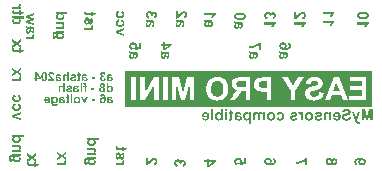
<source format=gbo>
%FSTAX25Y25*%
%MOIN*%
%SFA1B1*%

%IPPOS*%
%LNsuper_pro_mini_1-1*%
%LPD*%
G36*
X0180571Y0158539D02*
X0180637Y0158512D01*
X0180697Y015849*
X0180751Y0158468*
X0180795Y0158457*
X0180833Y0158446*
X0180855Y0158441*
X018086*
X0180931Y015843*
X0181019Y0158424*
X0181106Y0158413*
X0181193*
X018127Y0158408*
X0181395*
X0182242Y0158419*
X0182329*
X0182405Y0158413*
X0182476Y0158408*
X0182542Y0158402*
X0182602Y0158397*
X0182657Y0158386*
X0182706Y0158381*
X0182744Y015837*
X0182782Y0158359*
X018281Y0158353*
X0182859Y0158337*
X0182881Y0158326*
X0182891Y015832*
X0182951Y0158277*
X0183012Y0158228*
X0183061Y0158173*
X0183104Y0158113*
X0183137Y0158064*
X0183159Y015802*
X0183175Y0157993*
X0183181Y0157987*
Y0157982*
X0183203Y0157933*
X0183219Y0157884*
X0183252Y0157769*
X0183274Y0157649*
X0183285Y0157534*
X0183296Y0157425*
Y0157381*
X0183301Y0157343*
Y015731*
Y0157283*
Y0157267*
Y0157261*
Y0157163*
X018329Y0157076*
X0183285Y0156988*
X0183268Y0156912*
X0183257Y0156835*
X0183241Y015677*
X0183219Y015671*
X0183203Y0156655*
X0183186Y0156612*
X0183165Y0156568*
X0183148Y0156535*
X0183137Y0156502*
X0183121Y0156481*
X0183115Y0156464*
X0183104Y0156459*
Y0156453*
X0183022Y015636*
X018293Y0156284*
X0182831Y0156218*
X0182739Y0156164*
X0182651Y0156126*
X0182613Y0156109*
X018258Y0156098*
X0182553Y0156087*
X0182531Y0156082*
X018252Y0156076*
X0182515*
X0182395Y0156726*
X018246Y0156754*
X0182515Y0156781*
X0182564Y0156808*
X0182602Y0156841*
X0182629Y0156863*
X0182646Y0156885*
X0182657Y0156895*
X0182662Y0156901*
X0182689Y0156945*
X0182711Y0156994*
X0182722Y0157048*
X0182733Y0157097*
X0182739Y0157141*
X0182744Y0157174*
Y0157196*
Y0157207*
X0182739Y0157305*
X0182728Y0157387*
X0182717Y0157452*
X01827Y0157507*
X0182678Y0157545*
X0182668Y0157572*
X0182657Y0157589*
X0182651Y0157594*
X0182613Y0157633*
X0182569Y015766*
X018252Y0157676*
X0182471Y0157693*
X0182422Y0157698*
X0182384Y0157703*
X018228*
X0182264Y0157665*
X0182247Y0157616*
X0182214Y0157512*
X0182187Y0157392*
X018216Y0157278*
X0182132Y0157168*
X0182122Y0157119*
X0182116Y0157076*
X0182111Y0157043*
X0182105Y0157016*
X01821Y0156999*
Y0156994*
X0182072Y0156863*
X0182045Y0156743*
X0182018Y0156644*
X0181991Y0156562*
X0181963Y0156497*
X0181947Y0156453*
X0181936Y0156426*
X018193Y0156415*
X0181892Y0156344*
X0181849Y0156284*
X0181799Y0156229*
X0181756Y0156191*
X0181718Y0156153*
X0181685Y0156131*
X0181663Y0156115*
X0181652Y0156109*
X0181581Y0156071*
X018151Y0156044*
X0181445Y0156027*
X0181379Y0156016*
X0181325Y0156006*
X0181281Y0156*
X0181243*
X0181177Y0156006*
X0181117Y0156011*
X0181002Y0156038*
X0180904Y0156076*
X0180822Y015612*
X0180757Y0156164*
X0180708Y0156202*
X0180675Y0156229*
X0180669Y015624*
X0180664*
X0180587Y0156339*
X0180533Y0156448*
X0180494Y0156557*
X0180467Y0156666*
X0180451Y0156759*
X0180445Y0156803*
Y0156835*
X018044Y0156868*
Y015689*
Y0156901*
Y0156906*
X0180445Y0156994*
X0180456Y0157081*
X0180467Y0157158*
X0180484Y0157223*
X01805Y0157278*
X0180516Y0157321*
X0180522Y0157349*
X0180527Y015736*
X0180566Y0157436*
X0180604Y0157512*
X0180653Y0157578*
X0180697Y0157638*
X0180735Y0157687*
X0180768Y0157725*
X0180789Y0157747*
X0180795Y0157758*
X0180773Y0157764*
X0180746Y0157774*
X0180724Y015778*
X0180718Y0157785*
X0180713*
X0180664Y0157802*
X018062Y0157813*
X0180582Y0157824*
X0180555Y0157835*
X0180533Y0157845*
X0180511Y0157851*
X0180506Y0157856*
X01805*
Y0158572*
X0180571Y0158539*
G37*
G36*
X0182558Y0161422D02*
X0182739Y0161411D01*
X0182902Y0161395*
X0183055Y0161367*
X0183197Y016134*
X0183323Y0161313*
X0183438Y0161274*
X0183536Y0161242*
X0183629Y0161209*
X01837Y0161176*
X0183765Y0161143*
X018382Y0161116*
X0183858Y0161089*
X0183885Y0161072*
X0183902Y0161061*
X0183907Y0161056*
X0183978Y0160996*
X0184038Y016093*
X0184087Y0160859*
X0184136Y0160788*
X0184175Y0160717*
X0184202Y0160646*
X0184229Y0160581*
X0184251Y016051*
X0184267Y0160444*
X0184278Y016039*
X0184289Y0160335*
X0184295Y0160292*
X01843Y0160253*
Y0160221*
Y0160204*
Y0160199*
X0184295Y01601*
X0184284Y0160008*
X0184262Y0159915*
X018424Y0159833*
X0184207Y0159757*
X0184175Y0159686*
X0184142Y0159625*
X0184104Y0159565*
X0184065Y0159516*
X0184033Y0159467*
X0184Y0159429*
X0183967Y0159402*
X0183945Y0159374*
X0183923Y0159358*
X0183913Y0159347*
X0183907Y0159342*
X0183814Y0159276*
X0183705Y0159221*
X018359Y0159172*
X018347Y0159129*
X0183345Y0159096*
X0183214Y0159063*
X0183088Y0159041*
X0182963Y0159019*
X0182842Y0159009*
X0182733Y0158997*
X0182629Y0158987*
X0182542Y0158981*
X0182471Y0158976*
X0182367*
X0182171Y0158981*
X0181991Y0158992*
X0181821Y0159009*
X0181668Y015903*
X0181532Y0159052*
X0181406Y0159079*
X0181297Y0159112*
X0181199Y0159145*
X0181117Y0159172*
X0181041Y0159205*
X0180981Y0159232*
X0180931Y015926*
X0180899Y0159276*
X0180871Y0159292*
X0180855Y0159303*
X0180849Y0159309*
X0180773Y0159374*
X0180713Y0159445*
X0180653Y0159516*
X0180609Y0159593*
X0180566Y0159664*
X0180533Y015974*
X0180506Y0159811*
X0180484Y0159882*
X0180462Y0159948*
X0180451Y0160008*
X018044Y0160062*
X0180435Y0160106*
Y0160144*
X0180429Y0160177*
Y0160193*
Y0160199*
X0180435Y0160297*
X0180445Y016039*
X0180467Y0160483*
X0180489Y0160565*
X0180516Y0160641*
X0180549Y0160712*
X0180587Y0160772*
X0180626Y0160832*
X0180658Y0160881*
X0180697Y016093*
X0180729Y0160969*
X0180757Y0161001*
X0180779Y0161023*
X01808Y016104*
X0180811Y016105*
X0180817Y0161056*
X018091Y0161121*
X0181019Y0161176*
X0181133Y0161231*
X0181259Y0161269*
X0181385Y0161307*
X018151Y0161334*
X0181641Y0161362*
X0181767Y0161384*
X0181887Y0161395*
X0181996Y0161405*
X01821Y0161416*
X0182187Y0161422*
X0182258Y0161427*
X0182362*
X0182558Y0161422*
G37*
G36*
X02265Y0130128D02*
X0144088D01*
Y0141976*
X02265*
Y0130128*
G37*
G36*
X0191756Y016172D02*
X0191865Y0161698D01*
X0191969Y0161671*
X0192051Y0161632*
X0192122Y0161594*
X0192171Y0161567*
X0192203Y0161545*
X0192214Y0161534*
X0192296Y0161458*
X0192367Y016137*
X0192422Y0161283*
X0192466Y0161201*
X0192498Y016113*
X0192515Y016107*
X0192526Y0161048*
Y0161032*
X0192531Y0161021*
Y0161015*
X0192591Y0161114*
X0192651Y0161196*
X0192717Y0161267*
X0192782Y0161332*
X0192848Y0161387*
X0192913Y016143*
X0192979Y0161463*
X0193039Y0161496*
X0193099Y0161518*
X0193154Y0161534*
X0193203Y0161545*
X0193246Y016155*
X0193279Y0161556*
X0193306Y0161561*
X0193328*
X0193394Y0161556*
X0193454Y016155*
X0193574Y0161518*
X0193683Y0161479*
X0193776Y016143*
X0193852Y0161381*
X0193907Y0161338*
X0193929Y0161321*
X0193945Y0161305*
X0193951Y0161299*
X0193956Y0161294*
X0194016Y0161234*
X0194071Y0161163*
X0194114Y0161097*
X0194153Y0161026*
X0194191Y016095*
X0194218Y0160879*
X0194256Y0160742*
X0194273Y0160682*
X0194284Y0160622*
X0194289Y0160573*
X0194295Y0160524*
X01943Y0160486*
Y0160459*
Y0160442*
Y0160437*
X0194295Y0160322*
X0194284Y0160218*
X0194262Y016012*
X019424Y0160038*
X0194218Y0159973*
X0194196Y0159918*
X0194185Y0159885*
X019418Y015988*
Y0159874*
X0194131Y0159787*
X0194076Y0159705*
X0194022Y015964*
X0193973Y0159585*
X0193923Y0159541*
X0193885Y0159509*
X0193863Y0159487*
X0193852Y0159481*
X0193771Y0159432*
X0193683Y0159388*
X019359Y0159356*
X0193503Y0159323*
X0193421Y0159301*
X0193361Y0159285*
X0193334Y0159279*
X0193317*
X0193306Y0159274*
X0193301*
X0193192Y015994*
X0193279Y0159956*
X0193356Y0159978*
X0193421Y016*
X019347Y0160027*
X0193514Y0160055*
X0193547Y0160076*
X0193563Y0160093*
X0193569Y0160098*
X0193612Y0160147*
X0193645Y0160202*
X0193667Y0160257*
X0193683Y0160306*
X0193694Y0160349*
X01937Y0160382*
Y0160409*
Y0160415*
X0193694Y016048*
X0193683Y0160546*
X0193661Y0160595*
X0193645Y0160639*
X0193623Y0160677*
X0193601Y0160699*
X019359Y0160715*
X0193585Y0160721*
X0193541Y0160759*
X0193487Y0160786*
X0193438Y0160808*
X0193388Y0160819*
X0193345Y016083*
X0193312Y0160835*
X0193279*
X0193197Y016083*
X0193126Y0160813*
X0193066Y0160786*
X0193017Y0160759*
X0192973Y0160726*
X0192946Y0160704*
X0192924Y0160682*
X0192919Y0160677*
X0192875Y0160611*
X0192842Y016054*
X0192821Y0160464*
X0192804Y0160393*
X0192799Y0160327*
X0192793Y0160273*
Y0160251*
Y0160235*
Y0160229*
Y0160224*
X0192209Y0160147*
X0192225Y0160218*
X0192242Y0160278*
X0192253Y0160338*
X0192258Y0160388*
X0192264Y0160426*
Y0160453*
Y0160475*
Y016048*
X0192258Y0160557*
X0192236Y0160622*
X0192214Y0160682*
X0192182Y0160737*
X0192154Y0160775*
X0192127Y0160808*
X0192105Y016083*
X01921Y0160835*
X0192034Y0160884*
X0191963Y0160923*
X0191892Y016095*
X0191821Y0160972*
X0191756Y0160983*
X0191707Y0160988*
X0191663*
X0191559Y0160983*
X0191466Y0160966*
X0191384Y0160939*
X0191319Y0160912*
X019127Y0160879*
X0191232Y0160857*
X0191204Y0160835*
X0191199Y016083*
X0191144Y016077*
X0191101Y0160704*
X0191073Y0160644*
X0191051Y0160584*
X0191041Y0160529*
X0191035Y0160491*
X019103Y0160464*
Y0160453*
X0191035Y0160377*
X0191051Y0160311*
X0191073Y0160251*
X0191101Y0160196*
X0191122Y0160158*
X0191144Y0160125*
X0191161Y0160104*
X0191166Y0160098*
X0191226Y0160049*
X0191292Y0160005*
X0191363Y0159978*
X0191428Y0159951*
X0191488Y0159934*
X0191537Y0159923*
X019157Y0159918*
X0191581*
X0191494Y0159219*
X0191406Y015923*
X0191324Y0159252*
X0191172Y0159301*
X0191041Y0159361*
X0190986Y0159399*
X0190931Y0159432*
X0190882Y0159465*
X0190844Y0159497*
X0190806Y0159525*
X0190779Y0159552*
X0190757Y0159574*
X019074Y015959*
X0190729Y0159601*
X0190724Y0159607*
X0190675Y0159672*
X0190626Y0159743*
X0190587Y0159809*
X0190555Y0159885*
X01905Y0160027*
X0190467Y0160158*
X0190456Y0160224*
X0190445Y0160278*
X019044Y0160327*
X0190435Y0160371*
X0190429Y0160409*
Y0160437*
Y0160453*
Y0160459*
X0190435Y0160557*
X0190445Y0160655*
X0190462Y0160742*
X0190484Y016083*
X0190511Y0160906*
X0190538Y0160983*
X0190571Y0161054*
X0190604Y0161114*
X0190637Y0161168*
X0190669Y0161223*
X0190697Y0161261*
X0190724Y0161299*
X0190746Y0161327*
X0190762Y0161348*
X0190773Y0161359*
X0190779Y0161365*
X0190844Y016143*
X0190915Y0161485*
X0190986Y0161534*
X0191057Y0161578*
X0191133Y0161611*
X0191204Y0161643*
X0191335Y0161687*
X0191395Y0161698*
X0191455Y0161709*
X0191505Y016172*
X0191548Y0161725*
X0191581Y0161731*
X019163*
X0191756Y016172*
G37*
G36*
X02043Y015757D02*
X0204175Y0157516D01*
X020406Y0157445*
X0203951Y0157368*
X0203863Y0157292*
X0203792Y0157226*
X0203738Y0157166*
X0203716Y0157144*
X02037Y0157128*
X0203694Y0157117*
X0203689Y0157112*
X0203601Y0156991*
X0203525Y0156877*
X0203465Y0156773*
X0203421Y015668*
X0203388Y0156604*
X0203361Y0156549*
X0203356Y0156527*
X020335Y0156511*
X0203345Y0156506*
Y01565*
X020269*
X0202766Y0156697*
X0202848Y0156871*
X0202891Y0156953*
X0202941Y015703*
X0202984Y0157101*
X0203028Y0157166*
X0203072Y0157226*
X020311Y0157281*
X0203143Y0157325*
X0203175Y0157363*
X0203203Y0157395*
X0203219Y0157417*
X020323Y0157428*
X0203236Y0157434*
X02005*
Y015816*
X02043*
Y015757*
G37*
G36*
X0203323Y0161687D02*
X0203405Y0161676D01*
X0203481Y0161665*
X0203552Y0161643*
X0203678Y0161589*
X0203787Y0161534*
X0203836Y0161501*
X0203874Y0161474*
X0203912Y0161447*
X020394Y0161419*
X0203962Y0161398*
X0203983Y0161387*
X0203989Y0161376*
X0203994Y016137*
X0204049Y016131*
X0204098Y0161239*
X0204136Y0161174*
X0204169Y0161097*
X0204224Y0160955*
X0204262Y0160813*
X0204273Y0160748*
X0204284Y0160688*
X0204289Y0160633*
X0204295Y0160584*
X02043Y0160546*
Y0160519*
Y0160497*
Y0160491*
X0204295Y0160398*
X0204289Y0160311*
X0204262Y0160142*
X0204218Y016*
X0204196Y0159934*
X0204169Y0159874*
X0204147Y015982*
X020412Y0159776*
X0204098Y0159732*
X0204082Y01597*
X020406Y0159672*
X0204049Y0159656*
X0204044Y0159645*
X0204038Y015964*
X0203983Y0159579*
X0203929Y0159525*
X0203863Y0159476*
X0203792Y0159432*
X020365Y0159367*
X0203514Y0159312*
X0203443Y0159295*
X0203383Y0159279*
X0203328Y0159263*
X0203279Y0159257*
X0203236Y0159246*
X0203208*
X0203186Y0159241*
X0203181*
X020311Y0159962*
X0203219Y0159973*
X0203312Y0159994*
X0203394Y0160016*
X0203454Y0160044*
X0203503Y0160065*
X0203536Y0160087*
X0203558Y0160104*
X0203563Y0160109*
X0203607Y0160164*
X020364Y0160224*
X0203667Y0160284*
X0203683Y0160344*
X0203694Y0160393*
X02037Y0160437*
Y0160464*
Y0160475*
X0203694Y0160557*
X0203678Y0160628*
X0203656Y0160688*
X0203634Y0160742*
X0203612Y0160781*
X020359Y0160813*
X0203574Y016083*
X0203569Y0160835*
X0203514Y0160879*
X0203454Y0160912*
X0203394Y0160933*
X0203334Y016095*
X0203279Y0160961*
X020323Y0160966*
X0203192*
X020311Y0160961*
X0203033Y0160944*
X0202957Y0160917*
X0202891Y016089*
X0202831Y0160863*
X0202788Y0160835*
X020276Y0160819*
X0202749Y0160813*
X0202717Y0160792*
X0202678Y0160759*
X0202629Y0160715*
X0202586Y0160671*
X0202482Y0160573*
X0202378Y0160475*
X020228Y0160377*
X0202236Y0160333*
X0202203Y0160289*
X0202171Y0160257*
X0202149Y0160235*
X0202133Y0160218*
X0202127Y0160213*
X0202023Y0160104*
X0201925Y0160005*
X0201832Y0159913*
X020175Y0159831*
X0201668Y0159754*
X0201592Y0159689*
X0201526Y0159629*
X0201461Y0159579*
X0201406Y0159536*
X0201357Y0159497*
X0201319Y0159465*
X0201281Y0159443*
X0201259Y0159421*
X0201237Y015941*
X0201226Y0159399*
X0201221*
X0201095Y0159328*
X0200964Y0159274*
X0200844Y015923*
X0200735Y0159197*
X0200637Y0159175*
X0200598Y015917*
X0200566Y0159165*
X0200538Y0159159*
X0200516Y0159154*
X02005*
Y0161693*
X0201172*
Y0160251*
X0201243Y0160295*
X0201303Y0160344*
X020133Y0160366*
X0201352Y0160382*
X0201363Y0160393*
X0201368Y0160398*
X020139Y016042*
X0201417Y0160442*
X0201477Y0160508*
X0201548Y0160579*
X0201619Y016065*
X0201685Y0160721*
X0201739Y0160781*
X0201761Y0160802*
X0201778Y0160819*
X0201783Y016083*
X0201789Y0160835*
X0201903Y0160955*
X0201996Y0161054*
X0202083Y0161135*
X0202149Y0161201*
X0202203Y016125*
X0202242Y0161283*
X0202269Y0161305*
X0202274Y016131*
X0202367Y0161381*
X0202455Y0161441*
X0202537Y016149*
X0202608Y0161529*
X0202668Y0161561*
X0202717Y0161583*
X0202744Y0161594*
X0202755Y01616*
X0202842Y0161632*
X020293Y0161654*
X0203012Y0161671*
X0203088Y0161681*
X0203148Y0161687*
X0203197Y0161693*
X0203241*
X0203323Y0161687*
G37*
G36*
X01943Y015757D02*
X0194175Y0157516D01*
X019406Y0157445*
X0193951Y0157368*
X0193863Y0157292*
X0193792Y0157226*
X0193738Y0157166*
X0193716Y0157144*
X01937Y0157128*
X0193694Y0157117*
X0193689Y0157112*
X0193601Y0156991*
X0193525Y0156877*
X0193465Y0156773*
X0193421Y015668*
X0193388Y0156604*
X0193361Y0156549*
X0193356Y0156527*
X019335Y0156511*
X0193345Y0156506*
Y01565*
X019269*
X0192766Y0156697*
X0192848Y0156871*
X0192892Y0156953*
X0192941Y015703*
X0192984Y0157101*
X0193028Y0157166*
X0193072Y0157226*
X019311Y0157281*
X0193143Y0157325*
X0193175Y0157363*
X0193203Y0157395*
X0193219Y0157417*
X019323Y0157428*
X0193236Y0157434*
X01905*
Y015816*
X01943*
Y015757*
G37*
G36*
X0109208Y0164298D02*
X0109241Y0164216D01*
X0109268Y0164134*
X0109285Y0164058*
X0109295Y0163997*
X0109301Y0163948*
Y0163916*
Y016391*
Y0163905*
X0109295Y0163839*
X010929Y0163785*
X0109274Y016373*
X0109257Y0163686*
X0109241Y0163648*
X010923Y0163615*
X0109219Y0163599*
X0109214Y0163593*
X0109175Y0163539*
X0109121Y016349*
X0109061Y0163435*
X0109001Y0163391*
X0108941Y0163348*
X0108891Y0163315*
X0108859Y0163293*
X0108853Y0163288*
X0109241*
Y0162616*
X01065*
Y0163342*
X0107581*
X0107685Y0163348*
X0107778Y0163353*
X0107865*
X0107936Y0163359*
X0108007Y0163364*
X0108062Y016337*
X0108111Y0163375*
X0108154Y016338*
X0108187Y0163386*
X0108214*
X0108231Y0163391*
X0108247Y0163397*
X0108258*
X0108335Y0163419*
X01084Y0163446*
X0108455Y0163473*
X0108493Y01635*
X0108526Y0163522*
X0108547Y0163544*
X0108558Y0163555*
X0108564Y0163561*
X0108591Y0163604*
X0108613Y0163648*
X0108629Y0163692*
X010864Y016373*
X0108646Y0163763*
X0108651Y0163795*
Y0163812*
Y0163817*
X0108646Y0163877*
X0108635Y0163937*
X0108613Y0163992*
X0108591Y0164047*
X0108569Y016409*
X0108547Y0164123*
X0108537Y016415*
X0108531Y0164156*
X0109159Y0164385*
X0109208Y0164298*
G37*
G36*
X0107941Y0142076D02*
X0109241Y0142999D01*
Y0142153*
X0108482Y0141639*
X0109241Y0141159*
Y0140275*
X0107909Y0141219*
X01065Y0140231*
Y0141077*
X0107346Y0141639*
X01065Y0142202*
Y0143086*
X0107941Y0142076*
G37*
G36*
X0109208Y0140182D02*
X0109241Y01401D01*
X0109268Y0140018*
X0109285Y0139941*
X0109295Y0139881*
X0109301Y0139832*
Y0139799*
Y0139794*
Y0139789*
X0109295Y0139723*
X010929Y0139668*
X0109274Y0139614*
X0109257Y013957*
X0109241Y0139532*
X010923Y0139499*
X0109219Y0139483*
X0109214Y0139477*
X0109175Y0139423*
X0109121Y0139374*
X0109061Y0139319*
X0109001Y0139275*
X0108941Y0139232*
X0108891Y0139199*
X0108859Y0139177*
X0108853Y0139172*
X0109241*
Y01385*
X01065*
Y0139226*
X0107581*
X0107685Y0139232*
X0107778Y0139237*
X0107865*
X0107936Y0139243*
X0108007Y0139248*
X0108062Y0139253*
X0108111Y0139259*
X0108154Y0139264*
X0108187Y013927*
X0108214*
X0108231Y0139275*
X0108247Y0139281*
X0108258*
X0108335Y0139303*
X01084Y013933*
X0108455Y0139357*
X0108493Y0139384*
X0108526Y0139406*
X0108547Y0139428*
X0108558Y0139439*
X0108564Y0139445*
X0108591Y0139488*
X0108613Y0139532*
X0108629Y0139576*
X010864Y0139614*
X0108646Y0139647*
X0108651Y0139679*
Y0139696*
Y0139701*
X0108646Y0139761*
X0108635Y0139821*
X0108613Y0139876*
X0108591Y013993*
X0108569Y0139974*
X0108547Y0140007*
X0108537Y0140034*
X0108531Y014004*
X0109159Y0140269*
X0109208Y0140182*
G37*
G36*
X0107548Y0133444D02*
X010745Y0133423D01*
X0107363Y013339*
X0107292Y0133362*
X0107237Y013333*
X0107193Y0133297*
X0107166Y0133275*
X010715Y0133259*
X0107144Y0133253*
X0107106Y0133199*
X0107079Y0133144*
X0107057Y0133089*
X0107046Y0133035*
X0107035Y0132986*
X010703Y0132947*
Y0132926*
Y0132915*
X0107041Y0132816*
X0107062Y0132729*
X010709Y0132658*
X0107128Y0132592*
X0107166Y0132543*
X0107193Y0132511*
X0107215Y0132483*
X0107226Y0132478*
X010727Y0132451*
X0107314Y0132423*
X0107417Y0132385*
X0107532Y0132352*
X0107647Y0132336*
X0107756Y0132325*
X0107799Y0132319*
X0107838*
X010787Y0132314*
X0107996*
X0108072Y0132319*
X0108138Y0132331*
X0108203Y0132341*
X0108258Y0132352*
X0108307Y0132363*
X0108395Y0132396*
X010846Y0132423*
X0108504Y0132451*
X0108531Y0132467*
X0108542Y0132472*
X0108608Y0132538*
X0108651Y0132609*
X0108684Y013268*
X0108711Y0132745*
X0108722Y0132811*
X0108728Y013286*
X0108733Y0132893*
Y0132898*
Y0132904*
X0108728Y0132975*
X0108717Y013304*
X01087Y0133095*
X0108678Y0133144*
X0108657Y0133182*
X010864Y013321*
X0108629Y0133226*
X0108624Y0133231*
X010858Y0133275*
X0108531Y0133313*
X0108476Y0133341*
X0108427Y0133368*
X0108378Y0133384*
X010834Y0133395*
X0108318Y0133401*
X0108307*
X0108438Y0134116*
X0108591Y0134061*
X0108722Y0133996*
X0108831Y0133925*
X0108924Y0133854*
X0108995Y0133788*
X0109044Y0133739*
X0109061Y0133717*
X0109072Y0133701*
X0109083Y0133695*
Y013369*
X0109154Y013357*
X0109208Y0133439*
X0109246Y0133308*
X0109274Y0133182*
X0109285Y0133122*
X010929Y0133068*
X0109295Y0133018*
Y0132975*
X0109301Y0132942*
Y0132915*
Y0132898*
Y0132893*
X0109295Y0132784*
X0109285Y013268*
X0109268Y0132576*
X0109241Y0132489*
X0109214Y0132401*
X0109181Y0132319*
X0109148Y0132249*
X010911Y0132183*
X0109077Y0132123*
X0109039Y0132074*
X0109006Y013203*
X0108979Y0131992*
X0108951Y0131965*
X0108935Y0131943*
X0108924Y0131932*
X0108919Y0131926*
X0108842Y0131866*
X0108766Y0131812*
X0108684Y0131763*
X0108597Y0131719*
X0108509Y0131686*
X0108422Y0131659*
X0108253Y0131615*
X0108171Y0131599*
X01081Y0131588*
X0108034Y0131582*
X0107974Y0131577*
X0107931Y0131571*
X0107865*
X0107745Y0131577*
X0107625Y0131588*
X0107521Y0131604*
X0107417Y0131626*
X0107325Y0131653*
X0107237Y0131686*
X0107161Y0131713*
X010709Y0131752*
X0107024Y0131784*
X010697Y0131812*
X0106926Y0131844*
X0106888Y0131872*
X0106855Y0131894*
X0106833Y013191*
X0106822Y0131921*
X0106817Y0131926*
X0106751Y0131997*
X0106691Y0132068*
X0106642Y0132145*
X0106598Y0132227*
X010656Y0132303*
X0106533Y0132385*
X0106506Y0132462*
X0106489Y0132538*
X0106473Y0132609*
X0106462Y0132674*
X0106451Y0132735*
X0106445Y0132784*
X010644Y0132822*
Y0132855*
Y0132877*
Y0132882*
X0106445Y013298*
X0106451Y0133068*
X0106462Y0133155*
X0106478Y0133237*
X0106494Y0133313*
X0106516Y0133379*
X0106538Y0133444*
X0106565Y0133499*
X0106587Y0133554*
X0106609Y0133597*
X0106631Y0133635*
X0106647Y0133668*
X0106664Y013369*
X0106675Y0133706*
X0106686Y0133717*
Y0133723*
X0106735Y0133777*
X0106789Y0133832*
X010691Y0133925*
X010703Y0134001*
X010715Y0134056*
X0107259Y0134099*
X0107308Y0134116*
X0107346Y0134132*
X0107379Y0134143*
X0107406Y0134149*
X0107423Y0134154*
X0107428*
X0107548Y0133444*
G37*
G36*
X0107106Y0149551D02*
X0107084Y0149485D01*
X0107068Y0149425*
X0107057Y0149376*
X0107052Y0149332*
X0107046Y01493*
X0107041Y0149278*
Y0149261*
Y0149256*
X0107046Y0149207*
X0107057Y0149168*
X0107068Y0149147*
X0107073Y0149136*
X0107106Y0149103*
X0107133Y0149086*
X0107155Y0149076*
X0107166Y014907*
X0107177*
X0107199Y0149065*
X0107314*
X0107379Y0149059*
X0108662*
Y0149556*
X0109241*
Y0149059*
X0110213*
X0109787Y0148333*
X0109241*
Y0148*
X0108662*
Y0148333*
X0107275*
X0107226Y0148338*
X0107139*
X0107068Y0148344*
X0107013Y0148349*
X0106981*
X0106959Y0148355*
X0106953*
X0106893Y0148366*
X0106839Y0148382*
X0106789Y0148399*
X0106751Y0148415*
X0106718Y0148431*
X0106697Y0148442*
X010668Y0148448*
X0106675Y0148453*
X0106637Y0148486*
X0106604Y0148524*
X0106549Y0148601*
X0106533Y0148633*
X0106516Y0148661*
X0106511Y0148682*
X0106506Y0148688*
X0106484Y0148748*
X0106467Y0148808*
X0106456Y0148868*
X0106451Y0148923*
X0106445Y0148972*
X010644Y014901*
Y0149032*
Y0149043*
X0106445Y0149158*
X0106456Y0149267*
X0106473Y0149365*
X0106494Y0149447*
X0106511Y0149518*
X0106527Y0149573*
X0106538Y0149605*
X0106544Y0149611*
Y0149616*
X0107106Y0149551*
G37*
G36*
Y0162141D02*
X0107084Y0162075D01*
X0107068Y0162015*
X0107057Y0161966*
X0107052Y0161923*
X0107046Y016189*
X0107041Y0161868*
Y0161852*
Y0161846*
X0107046Y0161797*
X0107057Y0161759*
X0107068Y0161737*
X0107073Y0161726*
X0107106Y0161693*
X0107133Y0161677*
X0107155Y0161666*
X0107166Y0161661*
X0107177*
X0107199Y0161655*
X0107314*
X0107379Y016165*
X0108662*
Y0162146*
X0109241*
Y016165*
X0110213*
X0109787Y0160923*
X0109241*
Y016059*
X0108662*
Y0160923*
X0107275*
X0107226Y0160929*
X0107139*
X0107068Y0160934*
X0107013Y016094*
X0106981*
X0106959Y0160945*
X0106953*
X0106893Y0160956*
X0106839Y0160973*
X0106789Y0160989*
X0106751Y0161005*
X0106718Y0161022*
X0106697Y0161033*
X010668Y0161038*
X0106675Y0161044*
X0106637Y0161076*
X0106604Y0161115*
X0106549Y0161191*
X0106533Y0161224*
X0106516Y0161251*
X0106511Y0161273*
X0106506Y0161278*
X0106484Y0161338*
X0106467Y0161398*
X0106456Y0161459*
X0106451Y0161513*
X0106445Y0161562*
X010644Y01616*
Y0161622*
Y0161633*
X0106445Y0161748*
X0106456Y0161857*
X0106473Y0161955*
X0106494Y0162037*
X0106511Y0162108*
X0106527Y0162163*
X0106538Y0162196*
X0106544Y0162201*
Y0162206*
X0107106Y0162141*
G37*
G36*
X0110278Y0159449D02*
X0108919D01*
X0108984Y0159384*
X0109044Y0159318*
X0109093Y0159253*
X0109143Y0159182*
X0109175Y0159116*
X0109208Y0159051*
X0109236Y0158985*
X0109252Y0158925*
X0109268Y0158865*
X0109279Y0158816*
X010929Y0158767*
X0109295Y0158729*
X0109301Y0158696*
Y0158674*
Y0158658*
Y0158652*
X0109295Y0158559*
X0109285Y0158472*
X0109268Y015839*
X0109246Y0158308*
X0109186Y0158172*
X0109154Y0158106*
X0109121Y0158052*
X0109083Y0157997*
X010905Y0157953*
X0109022Y0157915*
X0108995Y0157882*
X0108968Y0157855*
X0108951Y0157838*
X0108941Y0157828*
X0108935Y0157822*
X0108864Y0157767*
X0108788Y0157718*
X0108706Y0157675*
X0108618Y0157636*
X0108531Y0157604*
X0108444Y0157576*
X0108269Y0157538*
X0108193Y0157527*
X0108116Y0157516*
X0108051Y0157511*
X0107991Y0157506*
X0107941Y01575*
X0107876*
X010775Y0157506*
X0107636Y0157516*
X0107527Y0157533*
X0107423Y0157555*
X010733Y0157576*
X0107243Y0157604*
X0107166Y0157636*
X0107095Y0157669*
X010703Y0157697*
X0106975Y0157729*
X0106926Y0157757*
X0106888Y0157784*
X0106855Y01578*
X0106833Y0157817*
X0106822Y0157828*
X0106817Y0157833*
X0106751Y0157899*
X0106691Y0157964*
X0106642Y0158035*
X0106598Y0158101*
X010656Y0158172*
X0106533Y0158237*
X0106506Y0158303*
X0106489Y0158363*
X0106473Y0158423*
X0106462Y0158477*
X0106451Y0158521*
X0106445Y0158565*
X010644Y0158598*
Y0158619*
Y0158636*
Y0158641*
X0106445Y0158729*
X0106456Y015881*
X0106473Y0158892*
X0106494Y0158963*
X0106516Y0159018*
X0106533Y0159067*
X0106544Y0159094*
X0106549Y0159105*
X0106598Y0159187*
X0106653Y0159264*
X0106713Y0159335*
X0106767Y0159389*
X0106817Y0159438*
X010686Y0159476*
X0106888Y0159498*
X0106899Y0159504*
X01065*
Y0160175*
X0110278*
Y0159449*
G37*
G36*
X0107941Y0151549D02*
X0109241Y0152472D01*
Y0151625*
X0108482Y0151112*
X0109241Y0150632*
Y0149747*
X0107909Y0150692*
X01065Y0149704*
Y015055*
X0107346Y0151112*
X01065Y0151675*
Y0152559*
X0107941Y0151549*
G37*
G36*
X020874Y012829D02*
X0208833Y0128279D01*
X020892Y0128263*
X0208997Y0128246*
X0209068Y0128225*
X0209133Y0128203*
X0209193Y0128181*
X0209242Y0128154*
X0209286Y0128132*
X0209324Y012811*
X0209352Y0128094*
X0209379Y0128077*
X0209395Y0128066*
X0209401Y0128061*
X0209406Y0128055*
X0209455Y0128012*
X0209499Y0127963*
X0209537Y0127913*
X0209565Y0127859*
X0209619Y012776*
X0209652Y0127668*
X0209668Y0127586*
X0209674Y0127548*
X0209679Y012752*
X0209685Y0127493*
Y0127477*
Y0127466*
Y012746*
X0209679Y0127389*
X0209668Y0127324*
X0209657Y0127258*
X0209636Y0127198*
X0209581Y0127094*
X0209521Y0127007*
X0209466Y0126936*
X0209412Y0126887*
X020939Y0126865*
X0209379Y0126854*
X0209368Y0126849*
X0209363Y0126843*
X0209313Y0126816*
X0209248Y0126783*
X0209172Y012675*
X020909Y0126723*
X0209002Y012669*
X0208909Y0126663*
X0208718Y0126608*
X0208626Y0126581*
X0208538Y0126559*
X0208462Y0126537*
X0208391Y0126521*
X0208331Y012651*
X0208287Y0126499*
X020826Y0126488*
X0208249*
X0208183Y0126472*
X0208134Y0126455*
X020809Y0126439*
X0208058Y0126428*
X0208036Y0126412*
X0208019Y0126406*
X0208009Y0126395*
X0207976Y0126352*
X0207959Y0126308*
X0207954Y0126275*
Y0126264*
Y0126259*
X0207959Y0126215*
X020797Y0126177*
X0207987Y0126144*
X0208003Y0126117*
X0208019Y0126095*
X0208036Y0126079*
X0208047Y0126068*
X0208052Y0126062*
X0208112Y012603*
X0208178Y0126008*
X0208249Y0125986*
X0208314Y0125975*
X0208374Y012597*
X0208429Y0125964*
X0208473*
X0208565Y012597*
X0208642Y012598*
X0208713Y0125997*
X0208767Y0126019*
X0208811Y0126035*
X0208844Y0126051*
X0208866Y0126062*
X0208871Y0126068*
X020892Y0126111*
X0208959Y0126166*
X0208991Y0126215*
X0209019Y012627*
X0209035Y0126319*
X0209046Y0126357*
X0209057Y0126379*
Y012639*
X0209783Y0126281*
X0209734Y0126144*
X0209674Y0126019*
X0209608Y0125915*
X0209537Y0125828*
X0209472Y0125757*
X0209412Y0125707*
X0209395Y0125686*
X0209379Y0125675*
X0209368Y0125669*
X0209363Y0125664*
X0209297Y0125626*
X0209231Y0125587*
X0209084Y0125533*
X0208937Y0125495*
X0208795Y0125467*
X0208729Y0125456*
X0208669Y0125451*
X0208614Y0125445*
X0208565*
X0208527Y012544*
X0208473*
X0208363Y0125445*
X020826Y0125451*
X0208161Y0125467*
X0208068Y0125484*
X0207987Y01255*
X020791Y0125527*
X0207839Y0125549*
X0207779Y0125576*
X0207724Y0125598*
X0207675Y0125626*
X0207637Y0125647*
X0207604Y0125664*
X0207577Y0125686*
X0207561Y0125697*
X020755Y0125702*
X0207544Y0125707*
X020749Y0125762*
X0207441Y0125817*
X0207397Y0125871*
X0207359Y0125926*
X0207331Y012598*
X0207304Y0126035*
X0207266Y0126133*
X0207244Y0126226*
X0207239Y0126264*
X0207233Y0126292*
X0207228Y0126319*
Y0126341*
Y0126352*
Y0126357*
X0207239Y0126477*
X0207266Y0126586*
X0207299Y0126679*
X0207342Y0126756*
X0207386Y0126816*
X0207419Y0126859*
X0207446Y0126881*
X0207457Y0126892*
X0207506Y0126925*
X0207555Y0126963*
X0207615Y0126991*
X0207681Y0127023*
X0207812Y0127078*
X0207948Y0127127*
X0208068Y0127165*
X0208123Y0127176*
X0208172Y0127193*
X020821Y0127204*
X0208238Y0127209*
X020826Y0127214*
X0208265*
X0208369Y0127242*
X0208462Y0127264*
X0208544Y0127285*
X0208614Y0127307*
X020868Y0127324*
X0208735Y012734*
X0208778Y0127356*
X0208822Y0127367*
X0208855Y0127384*
X0208882Y0127395*
X0208904Y01274*
X0208915Y0127411*
X0208937Y0127417*
X0208942Y0127422*
X0208964Y0127444*
X020898Y0127466*
X0209002Y0127509*
X0209013Y0127542*
Y0127548*
Y0127553*
X0209008Y0127586*
X0209002Y0127613*
X0208969Y0127662*
X0208942Y012769*
X0208937Y01277*
X0208931*
X0208877Y0127728*
X0208817Y012775*
X0208751Y012776*
X020868Y0127771*
X020862Y0127777*
X0208571Y0127782*
X0208522*
X020844Y0127777*
X0208369Y0127771*
X0208309Y0127755*
X020826Y0127739*
X0208221Y0127722*
X0208194Y0127711*
X0208178Y01277*
X0208172Y0127695*
X0208129Y0127662*
X0208096Y0127624*
X0208063Y0127586*
X0208041Y0127542*
X0208025Y0127509*
X0208014Y0127482*
X0208003Y012746*
Y0127455*
X020732Y012758*
X0207364Y0127706*
X0207424Y0127815*
X0207484Y0127908*
X020755Y0127979*
X0207604Y0128039*
X0207654Y0128083*
X0207686Y0128104*
X0207692Y0128115*
X0207697*
X0207752Y0128148*
X0207812Y0128175*
X0207943Y0128225*
X0208079Y0128257*
X0208216Y0128279*
X0208281Y0128285*
X0208342Y012829*
X0208396Y0128296*
X020844Y0128301*
X0208642*
X020874Y012829*
G37*
G36*
X0205497Y0128296D02*
X0205633Y0128274D01*
X0205759Y0128246*
X0205868Y0128214*
X0205912Y0128192*
X0205956Y0128175*
X0205994Y0128165*
X0206021Y0128148*
X0206048Y0128137*
X0206065Y0128126*
X0206076Y0128121*
X0206081*
X0206196Y0128044*
X0206294Y0127963*
X0206381Y0127875*
X0206452Y0127793*
X0206507Y0127717*
X0206551Y0127657*
X0206567Y0127635*
X0206573Y0127619*
X0206583Y0127608*
Y0127602*
X0206644Y0127477*
X0206682Y0127351*
X0206714Y0127236*
X0206736Y0127132*
X0206747Y012704*
X0206753Y0127002*
Y0126969*
X0206758Y0126947*
Y0126925*
Y0126914*
Y0126909*
X0206753Y0126739*
X0206731Y0126581*
X0206703Y0126445*
X0206687Y0126384*
X0206671Y012633*
X0206654Y0126281*
X0206638Y0126237*
X0206622Y0126199*
X0206611Y0126166*
X02066Y0126139*
X0206589Y0126122*
X0206583Y0126111*
Y0126106*
X0206507Y0125991*
X0206425Y0125893*
X0206338Y0125806*
X0206256Y0125735*
X0206179Y012568*
X0206119Y0125642*
X0206098Y0125626*
X0206081Y0125615*
X020607Y0125609*
X0206065*
X0205934Y0125555*
X0205808Y0125511*
X0205688Y0125484*
X0205573Y0125462*
X0205481Y0125451*
X0205442Y0125445*
X020541*
X0205382Y012544*
X0205344*
X0205229Y0125445*
X0205126Y0125456*
X0205022Y0125478*
X0204929Y0125505*
X0204836Y0125533*
X0204754Y0125566*
X0204678Y0125604*
X0204607Y0125642*
X0204547Y012568*
X0204492Y0125718*
X0204443Y0125751*
X0204405Y0125778*
X0204372Y0125806*
X020435Y0125828*
X0204339Y0125838*
X0204334Y0125844*
X0204263Y0125926*
X0204203Y0126008*
X0204148Y012609*
X0204099Y0126177*
X0204061Y0126264*
X0204028Y0126352*
X0204001Y0126434*
X0203979Y0126516*
X0203963Y0126586*
X0203952Y0126657*
X0203941Y0126718*
X0203935Y0126772*
X020393Y0126816*
Y0126849*
Y0126871*
Y0126876*
X0203935Y0126991*
X0203946Y01271*
X0203968Y0127198*
X020399Y0127296*
X0204023Y0127384*
X0204055Y0127471*
X0204094Y0127548*
X0204126Y0127619*
X0204165Y0127679*
X0204203Y0127739*
X0204236Y0127782*
X0204268Y0127826*
X020429Y0127853*
X0204312Y0127881*
X0204323Y0127892*
X0204328Y0127897*
X0204405Y0127968*
X0204487Y0128028*
X0204569Y0128083*
X0204656Y0128132*
X0204743Y012817*
X0204825Y0128203*
X0204907Y012823*
X0204989Y0128252*
X020506Y0128268*
X0205131Y0128279*
X0205191Y012829*
X0205246Y0128296*
X0205289Y0128301*
X0205349*
X0205497Y0128296*
G37*
G36*
X0200523Y012829D02*
X0200616Y0128279D01*
X0200703Y0128263*
X0200779Y0128246*
X020085Y0128225*
X0200916Y0128203*
X0200976Y0128181*
X0201025Y0128154*
X0201069Y0128132*
X0201107Y012811*
X0201134Y0128094*
X0201162Y0128077*
X0201178Y0128066*
X0201184Y0128061*
X0201189Y0128055*
X0201238Y0128012*
X0201282Y0127963*
X020132Y0127913*
X0201347Y0127859*
X0201402Y012776*
X0201435Y0127668*
X0201451Y0127586*
X0201456Y0127548*
X0201462Y012752*
X0201467Y0127493*
Y0127477*
Y0127466*
Y012746*
X0201462Y0127389*
X0201451Y0127324*
X020144Y0127258*
X0201418Y0127198*
X0201364Y0127094*
X0201304Y0127007*
X0201249Y0126936*
X0201194Y0126887*
X0201173Y0126865*
X0201162Y0126854*
X0201151Y0126849*
X0201145Y0126843*
X0201096Y0126816*
X0201031Y0126783*
X0200954Y012675*
X0200872Y0126723*
X0200785Y012669*
X0200692Y0126663*
X0200501Y0126608*
X0200408Y0126581*
X0200321Y0126559*
X0200244Y0126537*
X0200173Y0126521*
X0200113Y012651*
X020007Y0126499*
X0200042Y0126488*
X0200031*
X0199966Y0126472*
X0199917Y0126455*
X0199873Y0126439*
X019984Y0126428*
X0199819Y0126412*
X0199802Y0126406*
X0199791Y0126395*
X0199758Y0126352*
X0199742Y0126308*
X0199737Y0126275*
Y0126264*
Y0126259*
X0199742Y0126215*
X0199753Y0126177*
X0199769Y0126144*
X0199786Y0126117*
X0199802Y0126095*
X0199819Y0126079*
X0199829Y0126068*
X0199835Y0126062*
X0199895Y012603*
X019996Y0126008*
X0200031Y0125986*
X0200097Y0125975*
X0200157Y012597*
X0200212Y0125964*
X0200255*
X0200348Y012597*
X0200425Y012598*
X0200496Y0125997*
X020055Y0126019*
X0200594Y0126035*
X0200626Y0126051*
X0200648Y0126062*
X0200654Y0126068*
X0200703Y0126111*
X0200741Y0126166*
X0200774Y0126215*
X0200801Y012627*
X0200818Y0126319*
X0200829Y0126357*
X0200839Y0126379*
Y012639*
X0201566Y0126281*
X0201517Y0126144*
X0201456Y0126019*
X0201391Y0125915*
X020132Y0125828*
X0201254Y0125757*
X0201194Y0125707*
X0201178Y0125686*
X0201162Y0125675*
X0201151Y0125669*
X0201145Y0125664*
X020108Y0125626*
X0201014Y0125587*
X0200867Y0125533*
X0200719Y0125495*
X0200577Y0125467*
X0200512Y0125456*
X0200452Y0125451*
X0200397Y0125445*
X0200348*
X020031Y012544*
X0200255*
X0200146Y0125445*
X0200042Y0125451*
X0199944Y0125467*
X0199851Y0125484*
X0199769Y01255*
X0199693Y0125527*
X0199622Y0125549*
X0199562Y0125576*
X0199507Y0125598*
X0199458Y0125626*
X019942Y0125647*
X0199387Y0125664*
X019936Y0125686*
X0199344Y0125697*
X0199332Y0125702*
X0199327Y0125707*
X0199273Y0125762*
X0199223Y0125817*
X019918Y0125871*
X0199141Y0125926*
X0199114Y012598*
X0199087Y0126035*
X0199049Y0126133*
X0199027Y0126226*
X0199021Y0126264*
X0199016Y0126292*
X019901Y0126319*
Y0126341*
Y0126352*
Y0126357*
X0199021Y0126477*
X0199049Y0126586*
X0199081Y0126679*
X0199125Y0126756*
X0199169Y0126816*
X0199202Y0126859*
X0199229Y0126881*
X019924Y0126892*
X0199289Y0126925*
X0199338Y0126963*
X0199398Y0126991*
X0199464Y0127023*
X0199595Y0127078*
X0199731Y0127127*
X0199851Y0127165*
X0199906Y0127176*
X0199955Y0127193*
X0199993Y0127204*
X0200021Y0127209*
X0200042Y0127214*
X0200048*
X0200151Y0127242*
X0200244Y0127264*
X0200326Y0127285*
X0200397Y0127307*
X0200463Y0127324*
X0200517Y012734*
X0200561Y0127356*
X0200605Y0127367*
X0200638Y0127384*
X0200665Y0127395*
X0200687Y01274*
X0200697Y0127411*
X0200719Y0127417*
X0200725Y0127422*
X0200747Y0127444*
X0200763Y0127466*
X0200785Y0127509*
X0200796Y0127542*
Y0127548*
Y0127553*
X020079Y0127586*
X0200785Y0127613*
X0200752Y0127662*
X0200725Y012769*
X0200719Y01277*
X0200714*
X0200659Y0127728*
X0200599Y012775*
X0200534Y012776*
X0200463Y0127771*
X0200403Y0127777*
X0200354Y0127782*
X0200304*
X0200222Y0127777*
X0200151Y0127771*
X0200092Y0127755*
X0200042Y0127739*
X0200004Y0127722*
X0199977Y0127711*
X019996Y01277*
X0199955Y0127695*
X0199911Y0127662*
X0199879Y0127624*
X0199846Y0127586*
X0199824Y0127542*
X0199808Y0127509*
X0199797Y0127482*
X0199786Y012746*
Y0127455*
X0199103Y012758*
X0199147Y0127706*
X0199207Y0127815*
X0199267Y0127908*
X0199332Y0127979*
X0199387Y0128039*
X0199436Y0128083*
X0199469Y0128104*
X0199475Y0128115*
X019948*
X0199534Y0128148*
X0199595Y0128175*
X0199726Y0128225*
X0199862Y0128257*
X0199999Y0128279*
X0200064Y0128285*
X0200124Y012829*
X0200179Y0128296*
X0200222Y0128301*
X0200425*
X0200523Y012829*
G37*
G36*
X017343Y01255D02*
X0172704D01*
Y0129278*
X017343*
Y01255*
G37*
G36*
X021129Y0128296D02*
X0211388Y0128279D01*
X0211476Y0128257*
X0211563Y012823*
X0211645Y0128192*
X0211716Y0128154*
X0211787Y012811*
X0211847Y0128072*
X0211901Y0128028*
X0211951Y0127984*
X0211994Y0127946*
X0212027Y0127908*
X0212054Y0127881*
X0212076Y0127859*
X0212087Y0127842*
X0212092Y0127837*
Y0128241*
X0212764*
Y01255*
X0212038*
Y0126734*
Y0126816*
Y0126892*
X0212033Y0126963*
X0212027Y0127023*
Y0127083*
X0212022Y0127132*
X0212016Y0127182*
X0212011Y012722*
X0212Y0127285*
X0211994Y0127329*
X0211983Y0127356*
Y0127362*
X0211962Y0127422*
X0211929Y0127482*
X0211896Y0127526*
X0211863Y0127569*
X021183Y0127597*
X0211803Y0127624*
X0211787Y0127635*
X0211781Y012764*
X0211721Y0127673*
X0211661Y01277*
X0211607Y0127717*
X0211552Y0127733*
X0211508Y0127739*
X0211476Y0127744*
X0211443*
X0211388Y0127739*
X0211339Y0127733*
X0211301Y0127722*
X0211263Y0127706*
X021123Y012769*
X0211208Y0127679*
X0211197Y0127673*
X0211192Y0127668*
X0211153Y012764*
X0211126Y0127608*
X0211077Y0127542*
X0211061Y0127509*
X021105Y0127487*
X0211039Y0127471*
Y0127466*
X0211028Y0127438*
X0211022Y0127406*
X0211012Y0127324*
X0211001Y0127225*
X0210995Y0127132*
X021099Y012704*
Y0127002*
Y0126963*
Y0126936*
Y0126914*
Y0126898*
Y0126892*
Y01255*
X0210263*
Y0127198*
Y0127313*
X0210269Y0127406*
X0210274Y0127493*
X0210285Y0127558*
X0210291Y0127613*
X0210302Y0127651*
X0210307Y0127679*
Y0127684*
X0210324Y012775*
X0210345Y0127804*
X0210367Y0127859*
X0210395Y0127902*
X0210416Y0127941*
X0210433Y0127968*
X0210444Y0127984*
X0210449Y012799*
X0210493Y0128039*
X0210542Y0128083*
X0210591Y0128121*
X021064Y0128154*
X0210684Y0128181*
X0210722Y0128197*
X0210744Y0128208*
X0210755Y0128214*
X0210831Y0128241*
X0210908Y0128263*
X0210979Y0128279*
X0211044Y012829*
X0211104Y0128296*
X0211153Y0128301*
X0211192*
X021129Y0128296*
G37*
G36*
X0202172D02*
X0202226Y012829D01*
X0202281Y0128274*
X0202325Y0128257*
X0202363Y0128241*
X0202396Y012823*
X0202412Y0128219*
X0202417Y0128214*
X0202472Y0128175*
X0202521Y0128121*
X0202576Y0128061*
X020262Y0128001*
X0202663Y0127941*
X0202696Y0127892*
X0202718Y0127859*
X0202723Y0127853*
Y0128241*
X0203395*
Y01255*
X0202669*
Y0126341*
Y0126466*
Y0126581*
X0202663Y0126685*
X0202658Y0126778*
Y0126865*
X0202652Y0126936*
X0202647Y0127007*
X0202641Y0127062*
X0202636Y0127111*
X020263Y0127154*
X0202625Y0127187*
Y0127214*
X020262Y0127231*
X0202614Y0127247*
Y0127258*
X0202592Y0127335*
X0202565Y01274*
X0202538Y0127455*
X020251Y0127493*
X0202488Y0127526*
X0202467Y0127548*
X0202456Y0127558*
X020245Y0127564*
X0202407Y0127591*
X0202363Y0127613*
X0202319Y0127629*
X0202281Y012764*
X0202248Y0127646*
X0202215Y0127651*
X0202194*
X0202133Y0127646*
X0202074Y0127635*
X0202019Y0127613*
X0201964Y0127591*
X0201921Y0127569*
X0201888Y0127548*
X020186Y0127537*
X0201855Y0127531*
X0201626Y0128159*
X0201713Y0128208*
X0201795Y0128241*
X0201877Y0128268*
X0201953Y0128285*
X0202013Y0128296*
X0202063Y0128301*
X0202106*
X0202172Y0128296*
G37*
G36*
X0178126Y01255D02*
X01774D01*
Y0128241*
X0178126*
Y01255*
G37*
G36*
X0192873Y0128296D02*
X019301Y0128274D01*
X0193135Y0128246*
X0193245Y0128214*
X0193288Y0128192*
X0193332Y0128175*
X019337Y0128165*
X0193397Y0128148*
X0193425Y0128137*
X0193441Y0128126*
X0193452Y0128121*
X0193458*
X0193572Y0128044*
X019367Y0127963*
X0193758Y0127875*
X0193829Y0127793*
X0193883Y0127717*
X0193927Y0127657*
X0193944Y0127635*
X0193949Y0127619*
X019396Y0127608*
Y0127602*
X019402Y0127477*
X0194058Y0127351*
X0194091Y0127236*
X0194113Y0127132*
X0194124Y012704*
X0194129Y0127002*
Y0126969*
X0194135Y0126947*
Y0126925*
Y0126914*
Y0126909*
X0194129Y0126739*
X0194107Y0126581*
X019408Y0126445*
X0194064Y0126384*
X0194047Y012633*
X0194031Y0126281*
X0194015Y0126237*
X0193998Y0126199*
X0193987Y0126166*
X0193976Y0126139*
X0193965Y0126122*
X019396Y0126111*
Y0126106*
X0193883Y0125991*
X0193801Y0125893*
X0193714Y0125806*
X0193632Y0125735*
X0193556Y012568*
X0193496Y0125642*
X0193474Y0125626*
X0193458Y0125615*
X0193447Y0125609*
X0193441*
X019331Y0125555*
X0193185Y0125511*
X0193064Y0125484*
X019295Y0125462*
X0192857Y0125451*
X0192819Y0125445*
X0192786*
X0192759Y012544*
X019272*
X0192606Y0125445*
X0192502Y0125456*
X0192398Y0125478*
X0192306Y0125505*
X0192213Y0125533*
X0192131Y0125566*
X0192054Y0125604*
X0191983Y0125642*
X0191923Y012568*
X0191869Y0125718*
X019182Y0125751*
X0191781Y0125778*
X0191749Y0125806*
X0191727Y0125828*
X0191716Y0125838*
X019171Y0125844*
X0191639Y0125926*
X0191579Y0126008*
X0191525Y012609*
X0191476Y0126177*
X0191437Y0126264*
X0191405Y0126352*
X0191377Y0126434*
X0191356Y0126516*
X0191339Y0126586*
X0191328Y0126657*
X0191317Y0126718*
X0191312Y0126772*
X0191306Y0126816*
Y0126849*
Y0126871*
Y0126876*
X0191312Y0126991*
X0191323Y01271*
X0191345Y0127198*
X0191366Y0127296*
X0191399Y0127384*
X0191432Y0127471*
X019147Y0127548*
X0191503Y0127619*
X0191541Y0127679*
X0191579Y0127739*
X0191612Y0127782*
X0191645Y0127826*
X0191667Y0127853*
X0191689Y0127881*
X01917Y0127892*
X0191705Y0127897*
X0191781Y0127968*
X0191863Y0128028*
X0191945Y0128083*
X0192033Y0128132*
X019212Y012817*
X0192202Y0128203*
X0192284Y012823*
X0192366Y0128252*
X0192437Y0128268*
X0192508Y0128279*
X0192568Y012829*
X0192622Y0128296*
X0192666Y0128301*
X0192726*
X0192873Y0128296*
G37*
G36*
X0223558Y0161693D02*
X0223739Y0161681D01*
X0223902Y0161665*
X0224055Y0161638*
X0224197Y0161611*
X0224323Y0161583*
X0224437Y0161545*
X0224536Y0161512*
X0224629Y0161479*
X02247Y0161447*
X0224765Y0161414*
X022482Y0161387*
X0224858Y0161359*
X0224885Y0161343*
X0224902Y0161332*
X0224907Y0161327*
X0224978Y0161267*
X0225038Y0161201*
X0225087Y016113*
X0225136Y0161059*
X0225175Y0160988*
X0225202Y0160917*
X0225229Y0160852*
X0225251Y0160781*
X0225267Y0160715*
X0225278Y0160661*
X0225289Y0160606*
X0225295Y0160562*
X02253Y0160524*
Y0160491*
Y0160475*
Y0160469*
X0225295Y0160371*
X0225284Y0160278*
X0225262Y0160186*
X022524Y0160104*
X0225207Y0160027*
X0225175Y0159956*
X0225142Y0159896*
X0225104Y0159836*
X0225065Y0159787*
X0225033Y0159738*
X0225Y01597*
X0224967Y0159672*
X0224945Y0159645*
X0224923Y0159629*
X0224913Y0159618*
X0224907Y0159612*
X0224814Y0159547*
X0224705Y0159492*
X022459Y0159443*
X022447Y0159399*
X0224345Y0159367*
X0224214Y0159334*
X0224088Y0159312*
X0223962Y015929*
X0223842Y0159279*
X0223733Y0159268*
X0223629Y0159257*
X0223542Y0159252*
X0223471Y0159246*
X0223367*
X0223171Y0159252*
X0222991Y0159263*
X0222821Y0159279*
X0222668Y0159301*
X0222532Y0159323*
X0222406Y015935*
X0222297Y0159383*
X0222199Y0159416*
X0222117Y0159443*
X0222041Y0159476*
X0221981Y0159503*
X0221931Y015953*
X0221899Y0159547*
X0221871Y0159563*
X0221855Y0159574*
X0221849Y0159579*
X0221773Y0159645*
X0221713Y0159716*
X0221653Y0159787*
X0221609Y0159863*
X0221566Y0159934*
X0221533Y0160011*
X0221505Y0160082*
X0221484Y0160153*
X0221462Y0160218*
X0221451Y0160278*
X022144Y0160333*
X0221434Y0160377*
Y0160415*
X0221429Y0160448*
Y0160464*
Y0160469*
X0221434Y0160568*
X0221445Y0160661*
X0221467Y0160753*
X0221489Y0160835*
X0221516Y0160912*
X0221549Y0160983*
X0221587Y0161043*
X0221626Y0161103*
X0221658Y0161152*
X0221697Y0161201*
X0221729Y0161239*
X0221757Y0161272*
X0221778Y0161294*
X02218Y016131*
X0221811Y0161321*
X0221817Y0161327*
X0221909Y0161392*
X0222019Y0161447*
X0222133Y0161501*
X0222259Y016154*
X0222385Y0161578*
X022251Y0161605*
X0222641Y0161632*
X0222767Y0161654*
X0222887Y0161665*
X0222996Y0161676*
X02231Y0161687*
X0223187Y0161693*
X0223258Y0161698*
X0223362*
X0223558Y0161693*
G37*
G36*
X02138Y015807D02*
X0213675Y0158016D01*
X021356Y0157945*
X0213451Y0157868*
X0213363Y0157792*
X0213292Y0157726*
X0213238Y0157666*
X0213216Y0157644*
X02132Y0157628*
X0213194Y0157617*
X0213189Y0157612*
X0213101Y0157491*
X0213025Y0157377*
X0212965Y0157273*
X0212921Y015718*
X0212888Y0157104*
X0212861Y0157049*
X0212856Y0157027*
X021285Y0157011*
X0212845Y0157006*
Y0157*
X021219*
X0212266Y0157197*
X0212348Y0157371*
X0212391Y0157453*
X0212441Y015753*
X0212484Y0157601*
X0212528Y0157666*
X0212572Y0157726*
X021261Y0157781*
X0212643Y0157825*
X0212675Y0157863*
X0212703Y0157895*
X0212719Y0157917*
X021273Y0157928*
X0212736Y0157934*
X021*
Y015866*
X02138*
Y015807*
G37*
G36*
Y0161008D02*
X0213675Y0160953D01*
X021356Y0160882*
X0213451Y0160806*
X0213363Y0160729*
X0213292Y0160664*
X0213238Y0160604*
X0213216Y0160582*
X02132Y0160565*
X0213194Y0160555*
X0213189Y0160549*
X0213101Y0160429*
X0213025Y0160314*
X0212965Y0160211*
X0212921Y0160118*
X0212888Y0160041*
X0212861Y0159987*
X0212856Y0159965*
X021285Y0159948*
X0212845Y0159943*
Y0159938*
X021219*
X0212266Y0160134*
X0212348Y0160309*
X0212391Y0160391*
X0212441Y0160467*
X0212484Y0160538*
X0212528Y0160604*
X0212572Y0160664*
X021261Y0160718*
X0212643Y0160762*
X0212675Y01608*
X0212703Y0160833*
X0212719Y0160855*
X021273Y0160866*
X0212736Y0160871*
X021*
Y0161597*
X02138*
Y0161008*
G37*
G36*
X02253Y015757D02*
X0225175Y0157516D01*
X022506Y0157445*
X0224951Y0157368*
X0224863Y0157292*
X0224792Y0157226*
X0224738Y0157166*
X0224716Y0157144*
X02247Y0157128*
X0224694Y0157117*
X0224689Y0157112*
X0224601Y0156991*
X0224525Y0156877*
X0224465Y0156773*
X0224421Y015668*
X0224388Y0156604*
X0224361Y0156549*
X0224356Y0156527*
X022435Y0156511*
X0224345Y0156506*
Y01565*
X022369*
X0223766Y0156697*
X0223848Y0156871*
X0223891Y0156953*
X0223941Y015703*
X0223984Y0157101*
X0224028Y0157166*
X0224072Y0157226*
X022411Y0157281*
X0224143Y0157325*
X0224175Y0157363*
X0224203Y0157395*
X0224219Y0157417*
X022423Y0157428*
X0224236Y0157434*
X02215*
Y015816*
X02253*
Y015757*
G37*
G36*
X0218049Y0129344D02*
X0218191Y0129327D01*
X0218317Y0129306*
X0218426Y0129284*
X0218475Y0129267*
X0218519Y0129256*
X0218552Y0129246*
X0218584Y0129235*
X0218606Y0129224*
X0218623Y0129218*
X0218634Y0129213*
X0218639*
X0218748Y0129158*
X0218841Y0129098*
X0218923Y0129033*
X0218988Y0128973*
X0219043Y0128918*
X0219076Y0128874*
X0219103Y0128841*
X0219109Y0128836*
Y0128831*
X0219163Y0128738*
X0219201Y0128639*
X0219229Y0128547*
X0219245Y0128465*
X0219256Y0128394*
X0219267Y0128339*
Y0128317*
Y0128301*
Y0128296*
Y012829*
X0219262Y0128208*
X0219251Y0128126*
X0219234Y0128055*
X0219212Y0127984*
X0219158Y0127853*
X0219092Y0127739*
X0219065Y012769*
X0219032Y0127651*
X0219005Y0127613*
X0218978Y012758*
X0218956Y0127558*
X0218939Y0127542*
X0218929Y0127531*
X0218923Y0127526*
X0218874Y0127487*
X0218814Y0127449*
X0218754Y0127411*
X0218683Y0127378*
X0218546Y0127313*
X0218404Y0127258*
X0218333Y0127236*
X0218273Y0127214*
X0218213Y0127198*
X0218164Y0127182*
X0218126Y0127171*
X0218093Y012716*
X0218071Y0127154*
X0218066*
X0217978Y0127132*
X0217902Y0127111*
X0217831Y0127094*
X0217765Y0127078*
X0217711Y0127062*
X0217662Y0127051*
X0217618Y0127034*
X021758Y0127023*
X0217547Y0127018*
X021752Y0127007*
X0217482Y0126996*
X021746Y0126985*
X0217454*
X0217383Y0126958*
X0217329Y012693*
X021728Y0126903*
X0217241Y0126876*
X0217214Y0126854*
X0217198Y0126838*
X0217187Y0126827*
X0217181Y0126821*
X0217154Y0126783*
X0217132Y0126745*
X0217121Y0126707*
X021711Y0126674*
X0217105Y0126641*
X0217099Y0126614*
Y0126597*
Y0126592*
X0217105Y0126516*
X0217127Y012645*
X0217159Y0126384*
X0217192Y012633*
X021723Y0126286*
X0217258Y0126253*
X021728Y0126232*
X021729Y0126226*
X0217367Y0126177*
X0217454Y0126139*
X0217547Y0126111*
X0217635Y0126095*
X0217716Y0126084*
X0217782Y0126073*
X0217842*
X0217968Y0126079*
X0218077Y0126101*
X0218169Y0126128*
X0218251Y0126161*
X0218317Y0126193*
X0218361Y0126221*
X0218388Y0126243*
X0218399Y0126248*
X021847Y0126324*
X0218524Y0126406*
X0218574Y0126499*
X0218606Y0126592*
X0218634Y0126674*
X0218655Y0126739*
X0218661Y0126761*
Y0126783*
X0218666Y0126794*
Y0126799*
X0219409Y0126728*
X0219393Y0126614*
X0219371Y0126505*
X0219338Y0126401*
X0219311Y0126308*
X0219272Y0126221*
X0219234Y0126139*
X0219196Y0126068*
X0219158Y0126002*
X021912Y0125948*
X0219081Y0125899*
X0219049Y0125855*
X0219016Y0125817*
X0218994Y0125789*
X0218972Y0125773*
X0218961Y0125762*
X0218956Y0125757*
X0218879Y0125697*
X0218797Y0125647*
X021871Y0125604*
X0218617Y0125566*
X021853Y0125538*
X0218437Y0125511*
X0218257Y0125473*
X0218175Y0125456*
X0218098Y0125445*
X0218033Y012544*
X0217973Y0125435*
X0217924Y0125429*
X0217853*
X0217678Y0125435*
X021752Y0125451*
X0217378Y0125473*
X0217318Y0125484*
X0217258Y01255*
X0217209Y0125511*
X0217165Y0125522*
X0217127Y0125533*
X0217094Y0125544*
X0217067Y0125555*
X021705Y012556*
X0217039Y0125566*
X0217034*
X0216914Y0125626*
X0216815Y0125691*
X0216723Y0125757*
X0216652Y0125828*
X0216597Y0125888*
X0216553Y0125942*
X0216531Y0125975*
X0216521Y012598*
Y0125986*
X0216461Y0126095*
X0216411Y0126199*
X0216379Y0126303*
X0216357Y0126401*
X0216346Y0126477*
X021634Y0126516*
X0216335Y0126543*
Y0126565*
Y0126581*
Y0126592*
Y0126597*
X021634Y0126728*
X0216357Y0126843*
X0216384Y0126947*
X0216411Y0127034*
X0216439Y0127105*
X0216466Y0127154*
X0216482Y0127187*
X0216488Y0127198*
X0216548Y0127285*
X0216619Y0127362*
X021669Y0127427*
X0216755Y0127482*
X0216815Y0127526*
X0216865Y0127558*
X0216897Y012758*
X0216903Y0127586*
X0216908*
X0216963Y0127613*
X0217018Y012764*
X0217148Y012769*
X0217285Y0127733*
X0217416Y0127777*
X0217476Y0127793*
X0217536Y012781*
X0217591Y0127826*
X0217635Y0127837*
X0217673Y0127848*
X02177Y0127853*
X0217722Y0127859*
X0217727*
X0217826Y0127886*
X0217913Y0127908*
X0217995Y012793*
X0218071Y0127952*
X0218131Y0127973*
X0218191Y0127995*
X021824Y0128017*
X0218284Y0128033*
X0218322Y012805*
X021835Y0128066*
X0218377Y0128077*
X0218393Y0128088*
X0218421Y0128104*
X0218426Y012811*
X0218464Y0128148*
X0218492Y0128186*
X0218508Y0128225*
X0218519Y0128263*
X021853Y012829*
X0218535Y0128317*
Y0128334*
Y0128339*
X021853Y0128394*
X0218519Y0128437*
X0218497Y0128481*
X0218475Y0128514*
X0218454Y0128541*
X0218432Y0128558*
X0218421Y0128568*
X0218415Y0128574*
X0218339Y0128623*
X0218257Y0128656*
X0218169Y0128683*
X0218088Y01287*
X0218017Y012871*
X0217957Y0128716*
X0217902*
X0217787Y012871*
X0217689Y0128694*
X0217607Y0128672*
X0217542Y012865*
X0217487Y0128629*
X0217449Y0128607*
X0217427Y012859*
X0217422Y0128585*
X0217367Y012853*
X0217318Y0128465*
X021728Y0128399*
X0217252Y0128328*
X021723Y0128268*
X0217219Y0128219*
X0217209Y0128181*
Y0128175*
Y012817*
X0216444Y0128197*
X021645Y0128296*
X0216466Y0128383*
X0216488Y012847*
X0216515Y0128547*
X0216543Y0128623*
X0216575Y0128694*
X0216608Y0128754*
X0216641Y0128814*
X0216679Y0128863*
X0216712Y0128907*
X0216744Y0128945*
X0216772Y0128978*
X0216794Y0129*
X021681Y0129016*
X0216821Y0129027*
X0216826Y0129033*
X0216897Y0129087*
X0216974Y0129136*
X0217056Y012918*
X0217143Y0129218*
X021723Y0129246*
X0217318Y0129273*
X0217493Y0129311*
X0217574Y0129322*
X0217645Y0129333*
X0217716Y0129338*
X0217776Y0129344*
X0217826Y0129349*
X0217891*
X0218049Y0129344*
G37*
G36*
X0184634Y0128296D02*
X0184727Y0128279D01*
X0184814Y0128257*
X0184885Y0128235*
X0184945Y0128214*
X0184995Y0128192*
X0185022Y0128175*
X0185033Y012817*
X0185115Y0128121*
X018518Y0128066*
X0185246Y0128012*
X0185295Y0127957*
X0185333Y0127908*
X0185366Y012787*
X0185382Y0127848*
X0185388Y0127837*
Y0128241*
X0186065*
Y0124452*
X0185339*
Y0125838*
X0185262Y0125762*
X0185191Y0125697*
X0185131Y0125642*
X0185071Y0125604*
X0185022Y0125571*
X0184989Y0125544*
X0184962Y0125533*
X0184956Y0125527*
X0184885Y01255*
X0184814Y0125478*
X0184743Y0125462*
X0184678Y0125451*
X0184623Y0125445*
X018458Y012544*
X0184541*
X0184454Y0125445*
X0184372Y0125456*
X018429Y0125473*
X0184214Y01255*
X0184077Y012556*
X0184017Y0125593*
X0183957Y0125631*
X0183908Y0125664*
X0183864Y0125697*
X0183826Y0125729*
X0183793Y0125757*
X0183766Y0125784*
X018375Y01258*
X0183739Y0125811*
X0183733Y0125817*
X0183673Y0125893*
X0183624Y0125975*
X0183575Y0126057*
X0183537Y0126144*
X0183504Y0126232*
X0183477Y0126319*
X0183439Y0126494*
X0183422Y012657*
X0183411Y0126647*
X0183406Y0126712*
X01834Y0126767*
X0183395Y0126816*
Y0126854*
Y0126876*
Y0126881*
X01834Y0127002*
X0183411Y0127122*
X0183428Y0127225*
X0183444Y0127329*
X0183471Y0127422*
X0183499Y0127509*
X0183531Y0127586*
X0183559Y0127657*
X0183591Y0127717*
X0183624Y0127771*
X0183651Y0127821*
X0183673Y0127853*
X0183695Y0127886*
X0183712Y0127908*
X0183722Y0127919*
X0183728Y0127924*
X0183793Y012799*
X0183859Y012805*
X0183924Y0128099*
X0183995Y0128143*
X0184061Y0128181*
X0184132Y0128208*
X0184192Y0128235*
X0184257Y0128252*
X0184312Y0128268*
X0184367Y0128279*
X0184416Y012829*
X0184454Y0128296*
X0184492Y0128301*
X0184536*
X0184634Y0128296*
G37*
G36*
X0222569Y0113017D02*
X0222739Y0113006D01*
X0222897Y011299*
X0223044Y0112962*
X0223175Y0112935*
X0223295Y0112908*
X0223405Y011287*
X0223503Y0112837*
X0223585Y0112804*
X0223656Y0112771*
X0223716Y0112739*
X0223765Y0112711*
X0223803Y0112684*
X0223831Y0112668*
X0223847Y0112657*
X0223852Y0112651*
X0223929Y011258*
X0224Y0112504*
X022406Y0112427*
X0224109Y0112351*
X0224153Y0112269*
X0224191Y0112193*
X0224218Y0112116*
X0224246Y011204*
X0224262Y0111974*
X0224278Y0111909*
X0224289Y0111854*
X0224295Y0111805*
Y0111761*
X02243Y0111734*
Y0111712*
Y0111707*
X0224295Y0111608*
X0224284Y0111521*
X0224267Y0111434*
X0224246Y0111352*
X0224218Y0111275*
X0224185Y0111204*
X0224158Y0111133*
X0224125Y0111079*
X0224087Y0111024*
X022406Y0110975*
X0224027Y0110937*
X0224Y0110899*
X0223978Y0110871*
X0223962Y0110855*
X0223951Y0110844*
X0223945Y0110838*
X0223874Y0110778*
X0223803Y0110729*
X0223727Y011068*
X022365Y0110642*
X0223574Y0110609*
X0223492Y0110582*
X0223345Y0110544*
X0223279Y0110527*
X0223214Y0110516*
X0223159Y0110511*
X022311Y0110505*
X0223066Y01105*
X0223012*
X0222913Y0110505*
X0222815Y0110516*
X0222722Y0110527*
X022264Y0110549*
X0222558Y0110576*
X0222487Y0110604*
X0222416Y0110631*
X0222356Y0110664*
X0222302Y0110691*
X0222253Y0110718*
X0222214Y0110746*
X0222176Y0110773*
X0222154Y0110795*
X0222132Y0110806*
X0222122Y0110817*
X0222116Y0110822*
X0222056Y0110882*
X0222002Y0110948*
X0221958Y0111013*
X022192Y0111079*
X0221887Y0111144*
X0221854Y0111204*
X0221816Y0111325*
X0221789Y0111428*
X0221783Y0111472*
X0221778Y011151*
X0221772Y0111543*
Y0111565*
Y0111581*
Y0111586*
X0221778Y0111663*
X0221789Y0111734*
X0221799Y01118*
X0221821Y0111865*
X022187Y0111985*
X0221931Y0112083*
X0221991Y011216*
X0222018Y0112193*
X022204Y011222*
X0222062Y0112242*
X0222078Y0112258*
X0222083Y0112264*
X0222089Y0112269*
X0221974Y0112258*
X0221865Y0112247*
X0221767Y0112236*
X0221679Y011222*
X0221603Y0112204*
X0221532Y0112187*
X0221472Y0112171*
X0221417Y0112154*
X0221368Y0112133*
X022133Y0112122*
X0221297Y0112105*
X0221275Y0112094*
X0221253Y0112083*
X0221243Y0112073*
X0221232Y0112067*
X0221166Y0112007*
X0221117Y0111941*
X0221079Y0111881*
X0221057Y0111821*
X0221041Y0111767*
X0221035Y0111729*
X022103Y0111701*
Y011169*
X0221035Y011163*
X0221046Y011157*
X0221062Y0111527*
X0221079Y0111483*
X0221095Y011145*
X0221111Y0111428*
X0221122Y0111412*
X0221128Y0111406*
X0221172Y0111368*
X0221221Y0111341*
X0221275Y0111319*
X022133Y0111303*
X0221374Y0111286*
X0221412Y0111281*
X0221439Y0111275*
X022145*
X0221368Y0110576*
X0221281Y0110593*
X0221204Y0110615*
X0221128Y0110636*
X0221062Y0110664*
X0220997Y0110691*
X0220937Y0110718*
X0220888Y0110751*
X0220838Y0110778*
X02208Y0110811*
X0220762Y0110833*
X0220735Y011086*
X0220708Y0110882*
X0220691Y0110899*
X0220675Y0110915*
X0220669Y011092*
X0220664Y0110926*
X022062Y011098*
X0220587Y0111035*
X0220527Y0111155*
X0220489Y011127*
X0220456Y0111384*
X022044Y0111488*
X0220434Y0111532*
Y011157*
X0220429Y0111598*
Y0111619*
Y0111636*
Y0111641*
X0220434Y0111756*
X0220451Y011186*
X0220473Y0111958*
X02205Y0112056*
X0220538Y0112144*
X0220576Y0112225*
X0220615Y0112302*
X0220658Y0112367*
X0220702Y0112427*
X022074Y0112482*
X0220784Y0112526*
X0220817Y0112564*
X0220844Y0112597*
X0220866Y0112619*
X0220882Y0112629*
X0220888Y0112635*
X0220981Y0112706*
X0221084Y011276*
X0221199Y0112815*
X0221314Y0112859*
X0221439Y0112897*
X0221565Y011293*
X0221685Y0112952*
X022181Y0112973*
X0221925Y011299*
X0222029Y0113001*
X0222127Y0113012*
X0222214Y0113017*
X0222285Y0113022*
X0222384*
X0222569Y0113017*
G37*
G36*
X0107548Y0130507D02*
X010745Y0130485D01*
X0107363Y0130452*
X0107292Y0130425*
X0107237Y0130392*
X0107193Y0130359*
X0107166Y0130338*
X010715Y0130321*
X0107144Y0130316*
X0107106Y0130261*
X0107079Y0130207*
X0107057Y0130152*
X0107046Y0130097*
X0107035Y0130048*
X010703Y013001*
Y0129988*
Y0129977*
X0107041Y0129879*
X0107062Y0129792*
X010709Y0129721*
X0107128Y0129655*
X0107166Y0129606*
X0107193Y0129573*
X0107215Y0129546*
X0107226Y012954*
X010727Y0129513*
X0107314Y0129486*
X0107417Y0129448*
X0107532Y0129415*
X0107647Y0129398*
X0107756Y0129387*
X0107799Y0129382*
X0107838*
X010787Y0129377*
X0107996*
X0108072Y0129382*
X0108138Y0129393*
X0108203Y0129404*
X0108258Y0129415*
X0108307Y0129426*
X0108395Y0129458*
X010846Y0129486*
X0108504Y0129513*
X0108531Y012953*
X0108542Y0129535*
X0108608Y0129601*
X0108651Y0129671*
X0108684Y0129742*
X0108711Y0129808*
X0108722Y0129874*
X0108728Y0129923*
X0108733Y0129955*
Y0129961*
Y0129966*
X0108728Y0130037*
X0108717Y0130103*
X01087Y0130157*
X0108678Y0130207*
X0108657Y0130245*
X010864Y0130272*
X0108629Y0130288*
X0108624Y0130294*
X010858Y0130338*
X0108531Y0130376*
X0108476Y0130403*
X0108427Y013043*
X0108378Y0130447*
X010834Y0130458*
X0108318Y0130463*
X0108307*
X0108438Y0131178*
X0108591Y0131124*
X0108722Y0131058*
X0108831Y0130987*
X0108924Y0130916*
X0108995Y0130851*
X0109044Y0130802*
X0109061Y013078*
X0109072Y0130763*
X0109083Y0130758*
Y0130753*
X0109154Y0130632*
X0109208Y0130501*
X0109246Y013037*
X0109274Y0130245*
X0109285Y0130185*
X010929Y013013*
X0109295Y0130081*
Y0130037*
X0109301Y0130005*
Y0129977*
Y0129961*
Y0129955*
X0109295Y0129846*
X0109285Y0129742*
X0109268Y0129639*
X0109241Y0129551*
X0109214Y0129464*
X0109181Y0129382*
X0109148Y0129311*
X010911Y0129246*
X0109077Y0129185*
X0109039Y0129136*
X0109006Y0129093*
X0108979Y0129054*
X0108951Y0129027*
X0108935Y0129005*
X0108924Y0128994*
X0108919Y0128989*
X0108842Y0128929*
X0108766Y0128874*
X0108684Y0128825*
X0108597Y0128781*
X0108509Y0128749*
X0108422Y0128721*
X0108253Y0128678*
X0108171Y0128661*
X01081Y012865*
X0108034Y0128645*
X0107974Y0128639*
X0107931Y0128634*
X0107865*
X0107745Y0128639*
X0107625Y012865*
X0107521Y0128667*
X0107417Y0128689*
X0107325Y0128716*
X0107237Y0128749*
X0107161Y0128776*
X010709Y0128814*
X0107024Y0128847*
X010697Y0128874*
X0106926Y0128907*
X0106888Y0128934*
X0106855Y0128956*
X0106833Y0128973*
X0106822Y0128983*
X0106817Y0128989*
X0106751Y012906*
X0106691Y0129131*
X0106642Y0129207*
X0106598Y0129289*
X010656Y0129366*
X0106533Y0129448*
X0106506Y0129524*
X0106489Y0129601*
X0106473Y0129671*
X0106462Y0129737*
X0106451Y0129797*
X0106445Y0129846*
X010644Y0129884*
Y0129917*
Y0129939*
Y0129944*
X0106445Y0130043*
X0106451Y013013*
X0106462Y0130217*
X0106478Y0130299*
X0106494Y0130376*
X0106516Y0130441*
X0106538Y0130507*
X0106565Y0130561*
X0106587Y0130616*
X0106609Y013066*
X0106631Y0130698*
X0106647Y0130731*
X0106664Y0130753*
X0106675Y0130769*
X0106686Y013078*
Y0130785*
X0106735Y013084*
X0106789Y0130894*
X010691Y0130987*
X010703Y0131064*
X010715Y0131118*
X0107259Y0131162*
X0107308Y0131178*
X0107346Y0131195*
X0107379Y0131206*
X0107406Y0131211*
X0107423Y0131217*
X0107428*
X0107548Y0130507*
G37*
G36*
X0152256Y0161949D02*
X0152365Y0161927D01*
X0152469Y01619*
X0152551Y0161862*
X0152622Y0161823*
X0152671Y0161796*
X0152703Y0161774*
X0152714Y0161763*
X0152796Y0161687*
X0152867Y01616*
X0152922Y0161512*
X0152966Y016143*
X0152998Y0161359*
X0153015Y0161299*
X0153026Y0161277*
Y0161261*
X0153031Y016125*
Y0161245*
X0153091Y0161343*
X0153151Y0161425*
X0153217Y0161496*
X0153282Y0161561*
X0153348Y0161616*
X0153413Y016166*
X0153479Y0161693*
X0153539Y0161725*
X0153599Y0161747*
X0153654Y0161763*
X0153703Y0161774*
X0153746Y016178*
X0153779Y0161785*
X0153806Y0161791*
X0153828*
X0153894Y0161785*
X0153954Y016178*
X0154074Y0161747*
X0154183Y0161709*
X0154276Y016166*
X0154352Y0161611*
X0154407Y0161567*
X0154429Y016155*
X0154445Y0161534*
X0154451Y0161529*
X0154456Y0161523*
X0154516Y0161463*
X0154571Y0161392*
X0154614Y0161327*
X0154653Y0161256*
X0154691Y0161179*
X0154718Y0161108*
X0154756Y0160972*
X0154773Y0160912*
X0154784Y0160852*
X0154789Y0160802*
X0154795Y0160753*
X01548Y0160715*
Y0160688*
Y0160671*
Y0160666*
X0154795Y0160551*
X0154784Y0160448*
X0154762Y0160349*
X015474Y0160267*
X0154718Y0160202*
X0154696Y0160147*
X0154685Y0160115*
X015468Y0160109*
Y0160104*
X0154631Y0160016*
X0154576Y0159934*
X0154522Y0159869*
X0154473Y0159814*
X0154423Y0159771*
X0154385Y0159738*
X0154363Y0159716*
X0154352Y0159711*
X0154271Y0159661*
X0154183Y0159618*
X015409Y0159585*
X0154003Y0159552*
X0153921Y015953*
X0153861Y0159514*
X0153834Y0159509*
X0153817*
X0153806Y0159503*
X0153801*
X0153692Y0160169*
X0153779Y0160186*
X0153856Y0160207*
X0153921Y0160229*
X015397Y0160257*
X0154014Y0160284*
X0154047Y0160306*
X0154063Y0160322*
X0154069Y0160327*
X0154112Y0160377*
X0154145Y0160431*
X0154167Y0160486*
X0154183Y0160535*
X0154194Y0160579*
X01542Y0160611*
Y0160639*
Y0160644*
X0154194Y016071*
X0154183Y0160775*
X0154161Y0160824*
X0154145Y0160868*
X0154123Y0160906*
X0154101Y0160928*
X015409Y0160944*
X0154085Y016095*
X0154041Y0160988*
X0153987Y0161015*
X0153937Y0161037*
X0153888Y0161048*
X0153845Y0161059*
X0153812Y0161065*
X0153779*
X0153697Y0161059*
X0153626Y0161043*
X0153566Y0161015*
X0153517Y0160988*
X0153473Y0160955*
X0153446Y0160933*
X0153424Y0160912*
X0153419Y0160906*
X0153375Y0160841*
X0153342Y016077*
X0153321Y0160693*
X0153304Y0160622*
X0153299Y0160557*
X0153293Y0160502*
Y016048*
Y0160464*
Y0160459*
Y0160453*
X0152709Y0160377*
X0152725Y0160448*
X0152742Y0160508*
X0152753Y0160568*
X0152758Y0160617*
X0152764Y0160655*
Y0160682*
Y0160704*
Y016071*
X0152758Y0160786*
X0152736Y0160852*
X0152714Y0160912*
X0152682Y0160966*
X0152654Y0161004*
X0152627Y0161037*
X0152605Y0161059*
X01526Y0161065*
X0152534Y0161114*
X0152463Y0161152*
X0152392Y0161179*
X0152321Y0161201*
X0152256Y0161212*
X0152207Y0161217*
X0152163*
X0152059Y0161212*
X0151966Y0161196*
X0151884Y0161168*
X0151819Y0161141*
X015177Y0161108*
X0151732Y0161086*
X0151704Y0161065*
X0151699Y0161059*
X0151644Y0160999*
X0151601Y0160933*
X0151573Y0160873*
X0151551Y0160813*
X0151541Y0160759*
X0151535Y0160721*
X015153Y0160693*
Y0160682*
X0151535Y0160606*
X0151551Y016054*
X0151573Y016048*
X0151601Y0160426*
X0151622Y0160388*
X0151644Y0160355*
X0151661Y0160333*
X0151666Y0160327*
X0151726Y0160278*
X0151792Y0160235*
X0151863Y0160207*
X0151928Y016018*
X0151988Y0160164*
X0152037Y0160153*
X015207Y0160147*
X0152081*
X0151994Y0159448*
X0151906Y0159459*
X0151824Y0159481*
X0151672Y015953*
X0151541Y015959*
X0151486Y0159629*
X0151431Y0159661*
X0151382Y0159694*
X0151344Y0159727*
X0151306Y0159754*
X0151278Y0159782*
X0151257Y0159803*
X015124Y015982*
X0151229Y0159831*
X0151224Y0159836*
X0151175Y0159902*
X0151126Y0159973*
X0151087Y0160038*
X0151055Y0160115*
X0151Y0160257*
X0150967Y0160388*
X0150956Y0160453*
X0150945Y0160508*
X015094Y0160557*
X0150935Y01606*
X0150929Y0160639*
Y0160666*
Y0160682*
Y0160688*
X0150935Y0160786*
X0150945Y0160884*
X0150962Y0160972*
X0150984Y0161059*
X0151011Y0161135*
X0151038Y0161212*
X0151071Y0161283*
X0151104Y0161343*
X0151137Y0161398*
X0151169Y0161452*
X0151197Y016149*
X0151224Y0161529*
X0151246Y0161556*
X0151262Y0161578*
X0151273Y0161589*
X0151278Y0161594*
X0151344Y016166*
X0151415Y0161714*
X0151486Y0161763*
X0151557Y0161807*
X0151633Y016184*
X0151704Y0161873*
X0151835Y0161916*
X0151895Y0161927*
X0151955Y0161938*
X0152005Y0161949*
X0152048Y0161954*
X0152081Y016196*
X015213*
X0152256Y0161949*
G37*
G36*
X0196816Y0151498D02*
X0196909Y0151487D01*
X0197002Y0151471*
X0197083Y0151454*
X0197165Y0151427*
X0197236Y01514*
X0197307Y0151373*
X0197367Y015134*
X0197422Y0151307*
X0197471Y015128*
X0197509Y0151252*
X0197547Y0151225*
X0197575Y0151209*
X0197591Y0151192*
X0197602Y0151181*
X0197608Y0151176*
X0197668Y0151116*
X0197722Y015105*
X0197771Y0150985*
X019781Y0150919*
X0197842Y0150854*
X019787Y0150788*
X0197913Y0150668*
X019793Y0150614*
X0197941Y0150559*
X0197946Y0150515*
X0197951Y0150477*
X0197957Y0150444*
Y0150423*
Y0150406*
Y0150401*
X0197951Y0150324*
X0197941Y0150253*
X019793Y0150188*
X0197908Y0150122*
X0197853Y0150008*
X0197799Y0149909*
X0197739Y0149833*
X0197711Y01498*
X0197684Y0149773*
X0197662Y0149751*
X0197651Y0149735*
X019764Y0149729*
X0197635Y0149724*
X0197749Y0149735*
X0197859Y0149746*
X0197957Y0149757*
X0198044Y0149773*
X0198121Y0149789*
X0198192Y0149806*
X0198252Y0149822*
X0198306Y0149844*
X0198356Y014986*
X0198394Y0149871*
X0198427Y0149888*
X0198448Y0149898*
X019847Y0149909*
X0198481Y014992*
X0198492Y0149926*
X0198563Y0149986*
X0198612Y0150051*
X019865Y0150117*
X0198672Y0150177*
X0198689Y0150232*
X0198694Y0150275*
X01987Y0150303*
Y0150313*
X0198694Y0150373*
X0198683Y0150434*
X0198667Y0150483*
X019865Y0150521*
X0198629Y0150554*
X0198612Y0150575*
X0198601Y0150592*
X0198596Y0150597*
X0198552Y0150636*
X0198503Y0150663*
X0198448Y015069*
X0198399Y0150707*
X019835Y0150717*
X0198312Y0150728*
X019829Y0150734*
X0198279*
X0198356Y0151433*
X0198519Y0151394*
X0198656Y015134*
X0198776Y015128*
X019888Y015122*
X0198956Y015116*
X0198984Y0151138*
X0199011Y0151111*
X0199027Y0151094*
X0199044Y0151078*
X0199055Y0151072*
Y0151067*
X0199098Y0151012*
X0199136Y0150958*
X0199196Y0150838*
X019924Y0150717*
X0199267Y0150608*
X0199289Y015051*
X0199295Y0150466*
Y0150428*
X01993Y0150401*
Y0150379*
Y0150363*
Y0150357*
X0199295Y0150242*
X0199278Y0150139*
X0199257Y0150035*
X0199229Y0149942*
X0199191Y0149855*
X0199153Y0149767*
X0199109Y0149696*
X0199071Y0149625*
X0199027Y0149565*
X0198984Y0149511*
X0198945Y0149467*
X0198907Y0149429*
X019888Y0149396*
X0198858Y0149374*
X0198842Y0149363*
X0198836Y0149358*
X0198743Y0149292*
X019864Y0149232*
X0198525Y0149183*
X019841Y0149139*
X0198285Y0149101*
X0198159Y0149068*
X0198033Y0149041*
X0197913Y0149025*
X0197799Y0149009*
X0197689Y0148997*
X0197591Y0148987*
X0197504Y0148981*
X0197433Y0148976*
X0197335*
X0197149Y0148981*
X019698Y0148992*
X0196821Y0149009*
X0196679Y0149036*
X0196543Y0149063*
X0196423Y014909*
X0196319Y0149123*
X0196221Y0149161*
X0196139Y0149194*
X0196068Y0149227*
X0196008Y0149254*
X0195959Y0149287*
X019592Y0149309*
X0195893Y0149325*
X0195877Y0149336*
X0195871Y0149341*
X0195795Y0149413*
X0195724Y0149489*
X0195664Y0149565*
X0195615Y0149647*
X0195571Y0149724*
X0195538Y0149806*
X0195505Y0149882*
X0195484Y0149953*
X0195467Y0150024*
X0195451Y0150084*
X0195445Y0150144*
X0195434Y0150193*
Y0150232*
X0195429Y0150259*
Y0150281*
Y0150286*
X0195434Y0150384*
X0195445Y0150477*
X0195462Y0150565*
X0195484Y0150646*
X0195511Y0150728*
X0195538Y0150799*
X0195571Y0150865*
X0195604Y0150925*
X0195636Y0150979*
X0195669Y0151023*
X0195697Y0151067*
X0195724Y01511*
X0195746Y0151127*
X0195762Y0151143*
X0195773Y0151154*
X0195779Y015116*
X0195844Y015122*
X019592Y0151274*
X0195997Y0151318*
X0196073Y0151356*
X019615Y0151394*
X0196226Y0151422*
X0196379Y015146*
X0196445Y0151476*
X019651Y0151487*
X0196565Y0151493*
X0196614Y0151498*
X0196658Y0151504*
X0196712*
X0196816Y0151498*
G37*
G36*
X0151071Y0159039D02*
X0151137Y0159012D01*
X0151197Y015899*
X0151251Y0158968*
X0151295Y0158957*
X0151333Y0158946*
X0151355Y0158941*
X015136*
X0151431Y015893*
X0151519Y0158924*
X0151606Y0158913*
X0151693*
X015177Y0158908*
X0151895*
X0152742Y0158919*
X0152829*
X0152905Y0158913*
X0152977Y0158908*
X0153042Y0158902*
X0153102Y0158897*
X0153157Y0158886*
X0153206Y0158881*
X0153244Y015887*
X0153282Y0158859*
X015331Y0158853*
X0153359Y0158837*
X0153381Y0158826*
X0153392Y015882*
X0153452Y0158777*
X0153512Y0158728*
X0153561Y0158673*
X0153604Y0158613*
X0153637Y0158564*
X0153659Y015852*
X0153675Y0158493*
X0153681Y0158487*
Y0158482*
X0153703Y0158433*
X0153719Y0158384*
X0153752Y0158269*
X0153774Y0158149*
X0153785Y0158034*
X0153796Y0157925*
Y0157881*
X0153801Y0157843*
Y015781*
Y0157783*
Y0157767*
Y0157761*
Y0157663*
X015379Y0157576*
X0153785Y0157488*
X0153768Y0157412*
X0153757Y0157335*
X0153741Y015727*
X0153719Y015721*
X0153703Y0157155*
X0153686Y0157112*
X0153665Y0157068*
X0153648Y0157035*
X0153637Y0157002*
X0153621Y0156981*
X0153615Y0156964*
X0153604Y0156959*
Y0156953*
X0153523Y015686*
X015343Y0156784*
X0153331Y0156718*
X0153239Y0156664*
X0153151Y0156626*
X0153113Y0156609*
X015308Y0156598*
X0153053Y0156587*
X0153031Y0156582*
X015302Y0156576*
X0153015*
X0152895Y0157226*
X015296Y0157254*
X0153015Y0157281*
X0153064Y0157308*
X0153102Y0157341*
X0153129Y0157363*
X0153146Y0157385*
X0153157Y0157395*
X0153162Y0157401*
X015319Y0157445*
X0153211Y0157494*
X0153222Y0157548*
X0153233Y0157597*
X0153239Y0157641*
X0153244Y0157674*
Y0157696*
Y0157707*
X0153239Y0157805*
X0153228Y0157887*
X0153217Y0157952*
X01532Y0158007*
X0153179Y0158045*
X0153168Y0158072*
X0153157Y0158089*
X0153151Y0158094*
X0153113Y0158133*
X0153069Y015816*
X015302Y0158176*
X0152971Y0158193*
X0152922Y0158198*
X0152884Y0158203*
X015278*
X0152764Y0158165*
X0152747Y0158116*
X0152714Y0158012*
X0152687Y0157892*
X015266Y0157778*
X0152632Y0157668*
X0152622Y0157619*
X0152616Y0157576*
X0152611Y0157543*
X0152605Y0157516*
X01526Y0157499*
Y0157494*
X0152573Y0157363*
X0152545Y0157243*
X0152518Y0157144*
X0152491Y0157062*
X0152463Y0156997*
X0152447Y0156953*
X0152436Y0156926*
X015243Y0156915*
X0152392Y0156844*
X0152349Y0156784*
X0152299Y0156729*
X0152256Y0156691*
X0152218Y0156653*
X0152185Y0156631*
X0152163Y0156615*
X0152152Y0156609*
X0152081Y0156571*
X015201Y0156544*
X0151945Y0156527*
X0151879Y0156516*
X0151824Y0156506*
X0151781Y01565*
X0151743*
X0151677Y0156506*
X0151617Y0156511*
X0151502Y0156538*
X0151404Y0156576*
X0151322Y015662*
X0151257Y0156664*
X0151207Y0156702*
X0151175Y0156729*
X0151169Y015674*
X0151164*
X0151087Y0156839*
X0151033Y0156948*
X0150995Y0157057*
X0150967Y0157166*
X0150951Y0157259*
X0150945Y0157303*
Y0157335*
X015094Y0157368*
Y015739*
Y0157401*
Y0157406*
X0150945Y0157494*
X0150956Y0157581*
X0150967Y0157658*
X0150984Y0157723*
X0151Y0157778*
X0151016Y0157821*
X0151022Y0157849*
X0151027Y015786*
X0151066Y0157936*
X0151104Y0158012*
X0151153Y0158078*
X0151197Y0158138*
X0151235Y0158187*
X0151268Y0158225*
X0151289Y0158247*
X0151295Y0158258*
X0151273Y0158264*
X0151246Y0158274*
X0151224Y015828*
X0151218Y0158285*
X0151213*
X0151164Y0158302*
X015112Y0158313*
X0151082Y0158324*
X0151055Y0158335*
X0151033Y0158345*
X0151011Y0158351*
X0151005Y0158356*
X0151*
Y0159072*
X0151071Y0159039*
G37*
G36*
X0143741Y0155602D02*
X0142338Y0155078D01*
X0142256Y0155045*
X0142179Y0155023*
X0142152Y0155012*
X014213Y0155007*
X0142114Y0155001*
X0142108*
X0142081Y0154996*
X0142048Y0154985*
X0141966Y0154958*
X0141934Y0154947*
X0141901Y0154936*
X0141879Y015493*
X0141874Y0154925*
X0142338Y0154778*
X0143741Y0154259*
Y01535*
X0141Y0154603*
Y0155258*
X0143741Y0156345*
Y0155602*
G37*
G36*
X0133208Y0157182D02*
X0133241Y01571D01*
X0133268Y0157018*
X0133285Y0156941*
X0133296Y0156881*
X0133301Y0156832*
Y0156799*
Y0156794*
Y0156789*
X0133296Y0156723*
X013329Y0156668*
X0133274Y0156614*
X0133257Y015657*
X0133241Y0156532*
X013323Y0156499*
X0133219Y0156483*
X0133214Y0156477*
X0133175Y0156423*
X0133121Y0156374*
X0133061Y0156319*
X0133001Y0156275*
X0132941Y0156232*
X0132891Y0156199*
X0132859Y0156177*
X0132853Y0156172*
X0133241*
Y01555*
X01305*
Y0156226*
X0131581*
X0131685Y0156232*
X0131778Y0156237*
X0131865*
X0131936Y0156243*
X0132007Y0156248*
X0132062Y0156254*
X0132111Y0156259*
X0132154Y0156264*
X0132187Y015627*
X0132214*
X0132231Y0156275*
X0132247Y0156281*
X0132258*
X0132335Y0156303*
X01324Y015633*
X0132455Y0156357*
X0132493Y0156385*
X0132526Y0156406*
X0132547Y0156428*
X0132558Y0156439*
X0132564Y0156445*
X0132591Y0156488*
X0132613Y0156532*
X0132629Y0156576*
X013264Y0156614*
X0132646Y0156647*
X0132651Y0156679*
Y0156696*
Y0156701*
X0132646Y0156761*
X0132635Y0156821*
X0132613Y0156876*
X0132591Y015693*
X0132569Y0156974*
X0132547Y0157007*
X0132537Y0157034*
X0132531Y015704*
X0133159Y0157269*
X0133208Y0157182*
G37*
G36*
X0142048Y0161444D02*
X014195Y0161423D01*
X0141863Y016139*
X0141792Y0161362*
X0141737Y016133*
X0141693Y0161297*
X0141666Y0161275*
X014165Y0161259*
X0141644Y0161253*
X0141606Y0161199*
X0141579Y0161144*
X0141557Y0161089*
X0141546Y0161035*
X0141535Y0160986*
X014153Y0160947*
Y0160926*
Y0160915*
X0141541Y0160816*
X0141562Y0160729*
X014159Y0160658*
X0141628Y0160592*
X0141666Y0160543*
X0141693Y0160511*
X0141715Y0160483*
X0141726Y0160478*
X014177Y0160451*
X0141814Y0160423*
X0141917Y0160385*
X0142032Y0160352*
X0142147Y0160336*
X0142256Y0160325*
X0142299Y0160319*
X0142338*
X014237Y0160314*
X0142496*
X0142572Y0160319*
X0142638Y016033*
X0142703Y0160341*
X0142758Y0160352*
X0142807Y0160363*
X0142895Y0160396*
X014296Y0160423*
X0143004Y0160451*
X0143031Y0160467*
X0143042Y0160472*
X0143108Y0160538*
X0143151Y0160609*
X0143184Y016068*
X0143211Y0160745*
X0143222Y0160811*
X0143228Y016086*
X0143233Y0160893*
Y0160898*
Y0160904*
X0143228Y0160975*
X0143217Y016104*
X01432Y0161095*
X0143178Y0161144*
X0143157Y0161182*
X014314Y0161209*
X0143129Y0161226*
X0143124Y0161231*
X014308Y0161275*
X0143031Y0161313*
X0142976Y0161341*
X0142927Y0161368*
X0142878Y0161384*
X014284Y0161395*
X0142818Y0161401*
X0142807*
X0142938Y0162116*
X0143091Y0162061*
X0143222Y0161996*
X0143331Y0161925*
X0143424Y0161854*
X0143495Y0161788*
X0143544Y0161739*
X0143561Y0161717*
X0143572Y0161701*
X0143583Y0161696*
Y016169*
X0143654Y016157*
X0143708Y0161439*
X0143746Y0161308*
X0143774Y0161182*
X0143785Y0161122*
X014379Y0161068*
X0143796Y0161018*
Y0160975*
X0143801Y0160942*
Y0160915*
Y0160898*
Y0160893*
X0143796Y0160784*
X0143785Y016068*
X0143768Y0160576*
X0143741Y0160489*
X0143714Y0160401*
X0143681Y0160319*
X0143648Y0160249*
X014361Y0160183*
X0143577Y0160123*
X0143539Y0160074*
X0143506Y016003*
X0143479Y0159992*
X0143451Y0159965*
X0143435Y0159943*
X0143424Y0159932*
X0143419Y0159926*
X0143342Y0159866*
X0143266Y0159812*
X0143184Y0159763*
X0143097Y0159719*
X0143009Y0159686*
X0142922Y0159659*
X0142753Y0159615*
X0142671Y0159599*
X01426Y0159588*
X0142534Y0159582*
X0142474Y0159577*
X014243Y0159572*
X0142365*
X0142245Y0159577*
X0142125Y0159588*
X0142021Y0159604*
X0141917Y0159626*
X0141824Y0159653*
X0141737Y0159686*
X0141661Y0159713*
X014159Y0159752*
X0141524Y0159784*
X014147Y0159812*
X0141426Y0159845*
X0141388Y0159872*
X0141355Y0159894*
X0141333Y015991*
X0141322Y0159921*
X0141317Y0159926*
X0141251Y0159997*
X0141191Y0160068*
X0141142Y0160145*
X0141098Y0160227*
X014106Y0160303*
X0141033Y0160385*
X0141006Y0160461*
X0140989Y0160538*
X0140973Y0160609*
X0140962Y0160674*
X0140951Y0160734*
X0140945Y0160784*
X014094Y0160822*
Y0160855*
Y0160877*
Y0160882*
X0140945Y016098*
X0140951Y0161068*
X0140962Y0161155*
X0140978Y0161237*
X0140995Y0161313*
X0141016Y0161379*
X0141038Y0161444*
X0141066Y0161499*
X0141087Y0161554*
X0141109Y0161597*
X0141131Y0161635*
X0141147Y0161668*
X0141164Y016169*
X0141175Y0161706*
X0141186Y0161717*
Y0161723*
X0141235Y0161777*
X0141289Y0161832*
X014141Y0161925*
X014153Y0162001*
X014165Y0162056*
X0141759Y01621*
X0141808Y0162116*
X0141846Y0162132*
X0141879Y0162143*
X0141906Y0162149*
X0141923Y0162154*
X0141928*
X0142048Y0161444*
G37*
G36*
Y0158507D02*
X014195Y0158485D01*
X0141863Y0158452*
X0141792Y0158425*
X0141737Y0158392*
X0141693Y0158359*
X0141666Y0158338*
X014165Y0158321*
X0141644Y0158316*
X0141606Y0158261*
X0141579Y0158206*
X0141557Y0158152*
X0141546Y0158097*
X0141535Y0158048*
X014153Y015801*
Y0157988*
Y0157977*
X0141541Y0157879*
X0141562Y0157792*
X014159Y0157721*
X0141628Y0157655*
X0141666Y0157606*
X0141693Y0157573*
X0141715Y0157546*
X0141726Y015754*
X014177Y0157513*
X0141814Y0157486*
X0141917Y0157448*
X0142032Y0157415*
X0142147Y0157398*
X0142256Y0157387*
X0142299Y0157382*
X0142338*
X014237Y0157377*
X0142496*
X0142572Y0157382*
X0142638Y0157393*
X0142703Y0157404*
X0142758Y0157415*
X0142807Y0157426*
X0142895Y0157458*
X014296Y0157486*
X0143004Y0157513*
X0143031Y0157529*
X0143042Y0157535*
X0143108Y01576*
X0143151Y0157671*
X0143184Y0157742*
X0143211Y0157808*
X0143222Y0157873*
X0143228Y0157923*
X0143233Y0157955*
Y0157961*
Y0157966*
X0143228Y0158037*
X0143217Y0158103*
X01432Y0158157*
X0143178Y0158206*
X0143157Y0158245*
X014314Y0158272*
X0143129Y0158288*
X0143124Y0158294*
X014308Y0158338*
X0143031Y0158376*
X0142976Y0158403*
X0142927Y015843*
X0142878Y0158447*
X014284Y0158458*
X0142818Y0158463*
X0142807*
X0142938Y0159178*
X0143091Y0159124*
X0143222Y0159058*
X0143331Y0158987*
X0143424Y0158916*
X0143495Y0158851*
X0143544Y0158802*
X0143561Y015878*
X0143572Y0158763*
X0143583Y0158758*
Y0158753*
X0143654Y0158632*
X0143708Y0158501*
X0143746Y015837*
X0143774Y0158245*
X0143785Y0158185*
X014379Y015813*
X0143796Y0158081*
Y0158037*
X0143801Y0158004*
Y0157977*
Y0157961*
Y0157955*
X0143796Y0157846*
X0143785Y0157742*
X0143768Y0157639*
X0143741Y0157551*
X0143714Y0157464*
X0143681Y0157382*
X0143648Y0157311*
X014361Y0157246*
X0143577Y0157185*
X0143539Y0157136*
X0143506Y0157093*
X0143479Y0157054*
X0143451Y0157027*
X0143435Y0157005*
X0143424Y0156994*
X0143419Y0156989*
X0143342Y0156929*
X0143266Y0156874*
X0143184Y0156825*
X0143097Y0156781*
X0143009Y0156749*
X0142922Y0156721*
X0142753Y0156678*
X0142671Y0156661*
X01426Y015665*
X0142534Y0156645*
X0142474Y015664*
X014243Y0156634*
X0142365*
X0142245Y015664*
X0142125Y015665*
X0142021Y0156667*
X0141917Y0156689*
X0141824Y0156716*
X0141737Y0156749*
X0141661Y0156776*
X014159Y0156814*
X0141524Y0156847*
X014147Y0156874*
X0141426Y0156907*
X0141388Y0156934*
X0141355Y0156956*
X0141333Y0156973*
X0141322Y0156983*
X0141317Y0156989*
X0141251Y015706*
X0141191Y0157131*
X0141142Y0157207*
X0141098Y0157289*
X014106Y0157366*
X0141033Y0157448*
X0141006Y0157524*
X0140989Y01576*
X0140973Y0157671*
X0140962Y0157737*
X0140951Y0157797*
X0140945Y0157846*
X014094Y0157884*
Y0157917*
Y0157939*
Y0157944*
X0140945Y0158043*
X0140951Y015813*
X0140962Y0158217*
X0140978Y0158299*
X0140995Y0158376*
X0141016Y0158441*
X0141038Y0158507*
X0141066Y0158561*
X0141087Y0158616*
X0141109Y015866*
X0141131Y0158698*
X0141147Y0158731*
X0141164Y0158753*
X0141175Y0158769*
X0141186Y015878*
Y0158785*
X0141235Y015884*
X0141289Y0158895*
X014141Y0158987*
X014153Y0159064*
X014165Y0159118*
X0141759Y0159162*
X0141808Y0159178*
X0141846Y0159195*
X0141879Y0159206*
X0141906Y0159211*
X0141923Y0159217*
X0141928*
X0142048Y0158507*
G37*
G36*
X0146871Y0151525D02*
X0146969Y0151515D01*
X0147062Y0151498*
X0147149Y0151476*
X0147225Y0151454*
X0147302Y0151422*
X0147373Y0151394*
X0147433Y0151362*
X0147487Y0151329*
X0147537Y0151302*
X014758Y0151269*
X0147613Y0151247*
X014764Y0151225*
X0147662Y0151209*
X0147673Y0151198*
X0147678Y0151192*
X0147739Y0151127*
X0147793Y0151061*
X0147842Y015099*
X0147886Y0150919*
X0147919Y0150854*
X0147946Y0150783*
X014799Y0150657*
X0148006Y0150597*
X0148017Y0150543*
X0148022Y0150494*
X0148028Y0150455*
X0148033Y0150423*
Y0150395*
Y0150379*
Y0150373*
X0148028Y0150281*
X0148012Y0150188*
X0147995Y0150106*
X0147973Y015003*
X0147946Y0149969*
X014793Y014992*
X0147913Y0149888*
X0147908Y0149882*
Y0149877*
X0148552Y0149991*
Y0151362*
X0149229*
Y0149445*
X0147258Y0149074*
X0147176Y0149658*
X0147225Y0149707*
X0147269Y0149757*
X0147307Y0149806*
X014734Y0149855*
X0147389Y0149948*
X0147422Y0150035*
X0147438Y0150111*
X0147449Y0150166*
X0147455Y0150188*
Y0150204*
Y0150215*
Y0150221*
X0147449Y0150308*
X0147427Y015039*
X01474Y0150461*
X0147367Y0150521*
X0147329Y0150565*
X0147302Y0150603*
X014728Y0150625*
X0147274Y015063*
X0147204Y0150685*
X0147122Y0150723*
X0147034Y015075*
X0146947Y0150767*
X0146871Y0150783*
X014681Y0150788*
X014675*
X0146619Y0150783*
X0146505Y0150767*
X0146412Y0150739*
X0146335Y0150712*
X014627Y0150679*
X0146226Y0150657*
X0146204Y0150636*
X0146193Y015063*
X0146133Y015057*
X0146084Y0150505*
X0146052Y0150439*
X014603Y0150379*
X0146019Y0150324*
X0146013Y0150281*
X0146008Y0150253*
Y0150242*
X0146013Y0150171*
X014603Y0150101*
X0146052Y015004*
X0146079Y0149991*
X0146106Y0149948*
X0146128Y0149915*
X0146144Y0149893*
X014615Y0149888*
X014621Y0149838*
X014627Y0149795*
X0146335Y0149762*
X0146395Y014974*
X014645Y0149724*
X0146499Y0149713*
X0146527Y0149707*
X0146537*
X0146461Y0148987*
X0146374Y0149003*
X0146292Y0149019*
X0146144Y0149074*
X0146013Y0149134*
X0145959Y0149167*
X0145904Y0149205*
X014586Y0149238*
X0145822Y0149265*
X0145789Y0149298*
X0145757Y014932*
X0145735Y0149341*
X0145718Y0149358*
X0145713Y0149369*
X0145707Y0149374*
X0145658Y014944*
X0145615Y0149505*
X0145576Y0149576*
X0145549Y0149647*
X0145494Y0149795*
X0145462Y0149926*
X0145451Y0149991*
X0145445Y0150046*
X014544Y0150101*
X0145434Y0150144*
X0145429Y0150182*
Y015021*
Y0150226*
Y0150232*
X0145434Y0150352*
X0145451Y0150466*
X0145473Y015057*
X0145505Y0150668*
X0145544Y0150761*
X0145587Y0150843*
X0145631Y0150919*
X014568Y015099*
X0145724Y015105*
X0145767Y0151105*
X0145811Y0151154*
X0145849Y0151192*
X0145882Y015122*
X0145904Y0151242*
X014592Y0151252*
X0145926Y0151258*
X0145997Y0151307*
X0146068Y0151351*
X0146139Y0151384*
X0146215Y0151416*
X0146357Y0151465*
X0146488Y0151498*
X0146543Y0151509*
X0146598Y0151515*
X0146647Y0151525*
X014669*
X0146723Y0151531*
X0146767*
X0146871Y0151525*
G37*
G36*
X0163823Y0161916D02*
X0163905Y0161905D01*
X0163981Y0161895*
X0164052Y0161873*
X0164178Y0161818*
X0164287Y0161763*
X0164336Y0161731*
X0164374Y0161703*
X0164412Y0161676*
X016444Y0161649*
X0164462Y0161627*
X0164483Y0161616*
X0164489Y0161605*
X0164494Y01616*
X0164549Y016154*
X0164598Y0161469*
X0164636Y0161403*
X0164669Y0161327*
X0164724Y0161185*
X0164762Y0161043*
X0164773Y0160977*
X0164784Y0160917*
X0164789Y0160863*
X0164795Y0160813*
X01648Y0160775*
Y0160748*
Y0160726*
Y0160721*
X0164795Y0160628*
X0164789Y016054*
X0164762Y0160371*
X0164718Y0160229*
X0164696Y0160164*
X0164669Y0160104*
X0164647Y0160049*
X016462Y0160005*
X0164598Y0159962*
X0164582Y0159929*
X016456Y0159902*
X0164549Y0159885*
X0164543Y0159874*
X0164538Y0159869*
X0164483Y0159809*
X0164429Y0159754*
X0164363Y0159705*
X0164292Y0159661*
X016415Y0159596*
X0164014Y0159541*
X0163943Y0159525*
X0163883Y0159509*
X0163828Y0159492*
X0163779Y0159487*
X0163735Y0159476*
X0163708*
X0163686Y015947*
X0163681*
X016361Y0160191*
X0163719Y0160202*
X0163812Y0160224*
X0163894Y0160246*
X0163954Y0160273*
X0164003Y0160295*
X0164036Y0160317*
X0164058Y0160333*
X0164063Y0160338*
X0164107Y0160393*
X0164139Y0160453*
X0164167Y0160513*
X0164183Y0160573*
X0164194Y0160622*
X01642Y0160666*
Y0160693*
Y0160704*
X0164194Y0160786*
X0164178Y0160857*
X0164156Y0160917*
X0164134Y0160972*
X0164112Y016101*
X016409Y0161043*
X0164074Y0161059*
X0164068Y0161065*
X0164014Y0161108*
X0163954Y0161141*
X0163894Y0161163*
X0163834Y0161179*
X0163779Y016119*
X016373Y0161196*
X0163692*
X016361Y016119*
X0163533Y0161174*
X0163457Y0161146*
X0163391Y0161119*
X0163331Y0161092*
X0163288Y0161065*
X016326Y0161048*
X016325Y0161043*
X0163217Y0161021*
X0163179Y0160988*
X0163129Y0160944*
X0163086Y0160901*
X0162982Y0160802*
X0162878Y0160704*
X016278Y0160606*
X0162736Y0160562*
X0162704Y0160519*
X0162671Y0160486*
X0162649Y0160464*
X0162633Y0160448*
X0162627Y0160442*
X0162523Y0160333*
X0162425Y0160235*
X0162332Y0160142*
X016225Y016006*
X0162168Y0159984*
X0162092Y0159918*
X0162027Y0159858*
X0161961Y0159809*
X0161906Y0159765*
X0161857Y0159727*
X0161819Y0159694*
X0161781Y0159672*
X0161759Y015965*
X0161737Y015964*
X0161726Y0159629*
X0161721*
X0161595Y0159558*
X0161464Y0159503*
X0161344Y0159459*
X0161235Y0159427*
X0161136Y0159405*
X0161098Y0159399*
X0161065Y0159394*
X0161038Y0159388*
X0161016Y0159383*
X0161*
Y0161922*
X0161672*
Y016048*
X0161743Y0160524*
X0161803Y0160573*
X016183Y0160595*
X0161852Y0160611*
X0161863Y0160622*
X0161868Y0160628*
X016189Y016065*
X0161917Y0160671*
X0161977Y0160737*
X0162048Y0160808*
X0162119Y0160879*
X0162185Y016095*
X0162239Y016101*
X0162261Y0161032*
X0162278Y0161048*
X0162283Y0161059*
X0162289Y0161065*
X0162403Y0161185*
X0162496Y0161283*
X0162583Y0161365*
X0162649Y016143*
X0162704Y0161479*
X0162742Y0161512*
X0162769Y0161534*
X0162775Y016154*
X0162867Y0161611*
X0162955Y0161671*
X0163037Y016172*
X0163108Y0161758*
X0163168Y0161791*
X0163217Y0161813*
X0163244Y0161823*
X0163255Y0161829*
X0163342Y0161862*
X016343Y0161884*
X0163512Y01619*
X0163588Y0161911*
X0163648Y0161916*
X0163697Y0161922*
X0163741*
X0163823Y0161916*
G37*
G36*
X01743Y0160737D02*
X0174175Y0160682D01*
X017406Y0160611*
X0173951Y0160535*
X0173863Y0160459*
X0173792Y0160393*
X0173738Y0160333*
X0173716Y0160311*
X01737Y0160295*
X0173694Y0160284*
X0173689Y0160278*
X0173601Y0160158*
X0173525Y0160044*
X0173465Y015994*
X0173421Y0159847*
X0173388Y0159771*
X0173361Y0159716*
X0173356Y0159694*
X017335Y0159678*
X0173345Y0159672*
Y0159667*
X0172689*
X0172766Y0159863*
X0172848Y0160038*
X0172891Y016012*
X0172941Y0160196*
X0172984Y0160267*
X0173028Y0160333*
X0173072Y0160393*
X017311Y0160448*
X0173143Y0160491*
X0173175Y0160529*
X0173203Y0160562*
X0173219Y0160584*
X017323Y0160595*
X0173235Y01606*
X01705*
Y0161327*
X01743*
Y0160737*
G37*
G36*
X0161071Y0159039D02*
X0161136Y0159012D01*
X0161197Y015899*
X0161251Y0158968*
X0161295Y0158957*
X0161333Y0158946*
X0161355Y0158941*
X016136*
X0161431Y015893*
X0161519Y0158924*
X0161606Y0158913*
X0161693*
X016177Y0158908*
X0161895*
X0162742Y0158919*
X0162829*
X0162906Y0158913*
X0162977Y0158908*
X0163042Y0158902*
X0163102Y0158897*
X0163157Y0158886*
X0163206Y0158881*
X0163244Y015887*
X0163282Y0158859*
X016331Y0158853*
X0163359Y0158837*
X0163381Y0158826*
X0163391Y015882*
X0163452Y0158777*
X0163512Y0158728*
X0163561Y0158673*
X0163604Y0158613*
X0163637Y0158564*
X0163659Y015852*
X0163675Y0158493*
X0163681Y0158487*
Y0158482*
X0163703Y0158433*
X0163719Y0158384*
X0163752Y0158269*
X0163774Y0158149*
X0163785Y0158034*
X0163795Y0157925*
Y0157881*
X0163801Y0157843*
Y015781*
Y0157783*
Y0157767*
Y0157761*
Y0157663*
X016379Y0157576*
X0163785Y0157488*
X0163768Y0157412*
X0163757Y0157335*
X0163741Y015727*
X0163719Y015721*
X0163703Y0157155*
X0163686Y0157112*
X0163664Y0157068*
X0163648Y0157035*
X0163637Y0157002*
X0163621Y0156981*
X0163615Y0156964*
X0163604Y0156959*
Y0156953*
X0163523Y015686*
X016343Y0156784*
X0163331Y0156718*
X0163239Y0156664*
X0163151Y0156626*
X0163113Y0156609*
X016308Y0156598*
X0163053Y0156587*
X0163031Y0156582*
X016302Y0156576*
X0163015*
X0162895Y0157226*
X016296Y0157254*
X0163015Y0157281*
X0163064Y0157308*
X0163102Y0157341*
X0163129Y0157363*
X0163146Y0157385*
X0163157Y0157395*
X0163162Y0157401*
X0163189Y0157445*
X0163211Y0157494*
X0163222Y0157548*
X0163233Y0157597*
X0163239Y0157641*
X0163244Y0157674*
Y0157696*
Y0157707*
X0163239Y0157805*
X0163228Y0157887*
X0163217Y0157952*
X01632Y0158007*
X0163179Y0158045*
X0163168Y0158072*
X0163157Y0158089*
X0163151Y0158094*
X0163113Y0158133*
X0163069Y015816*
X016302Y0158176*
X0162971Y0158193*
X0162922Y0158198*
X0162884Y0158203*
X016278*
X0162764Y0158165*
X0162747Y0158116*
X0162714Y0158012*
X0162687Y0157892*
X016266Y0157778*
X0162633Y0157668*
X0162622Y0157619*
X0162616Y0157576*
X0162611Y0157543*
X0162605Y0157516*
X01626Y0157499*
Y0157494*
X0162573Y0157363*
X0162545Y0157243*
X0162518Y0157144*
X0162491Y0157062*
X0162463Y0156997*
X0162447Y0156953*
X0162436Y0156926*
X0162431Y0156915*
X0162392Y0156844*
X0162349Y0156784*
X01623Y0156729*
X0162256Y0156691*
X0162218Y0156653*
X0162185Y0156631*
X0162163Y0156615*
X0162152Y0156609*
X0162081Y0156571*
X016201Y0156544*
X0161945Y0156527*
X0161879Y0156516*
X0161825Y0156506*
X0161781Y01565*
X0161743*
X0161677Y0156506*
X0161617Y0156511*
X0161502Y0156538*
X0161404Y0156576*
X0161322Y015662*
X0161257Y0156664*
X0161207Y0156702*
X0161175Y0156729*
X0161169Y015674*
X0161164*
X0161087Y0156839*
X0161033Y0156948*
X0160995Y0157057*
X0160967Y0157166*
X0160951Y0157259*
X0160945Y0157303*
Y0157335*
X016094Y0157368*
Y015739*
Y0157401*
Y0157406*
X0160945Y0157494*
X0160956Y0157581*
X0160967Y0157658*
X0160984Y0157723*
X0161Y0157778*
X0161016Y0157821*
X0161022Y0157849*
X0161027Y015786*
X0161065Y0157936*
X0161104Y0158012*
X0161153Y0158078*
X0161197Y0158138*
X0161235Y0158187*
X0161267Y0158225*
X0161289Y0158247*
X0161295Y0158258*
X0161273Y0158264*
X0161246Y0158274*
X0161224Y015828*
X0161218Y0158285*
X0161213*
X0161164Y0158302*
X016112Y0158313*
X0161082Y0158324*
X0161055Y0158335*
X0161033Y0158345*
X0161011Y0158351*
X0161005Y0158356*
X0161*
Y0159072*
X0161071Y0159039*
G37*
G36*
X0156071Y0148539D02*
X0156137Y0148512D01*
X0156197Y014849*
X0156251Y0148468*
X0156295Y0148457*
X0156333Y0148446*
X0156355Y0148441*
X015636*
X0156431Y014843*
X0156519Y0148424*
X0156606Y0148413*
X0156693*
X015677Y0148408*
X0156895*
X0157742Y0148419*
X0157829*
X0157905Y0148413*
X0157976Y0148408*
X0158042Y0148402*
X0158102Y0148397*
X0158157Y0148386*
X0158206Y0148381*
X0158244Y014837*
X0158282Y0148359*
X015831Y0148353*
X0158359Y0148337*
X0158381Y0148326*
X0158391Y014832*
X0158451Y0148277*
X0158512Y0148228*
X0158561Y0148173*
X0158604Y0148113*
X0158637Y0148064*
X0158659Y014802*
X0158675Y0147993*
X0158681Y0147987*
Y0147982*
X0158703Y0147933*
X0158719Y0147884*
X0158752Y0147769*
X0158774Y0147649*
X0158785Y0147534*
X0158795Y0147425*
Y0147381*
X0158801Y0147343*
Y014731*
Y0147283*
Y0147267*
Y0147261*
Y0147163*
X015879Y0147076*
X0158785Y0146988*
X0158768Y0146912*
X0158757Y0146835*
X0158741Y014677*
X0158719Y014671*
X0158703Y0146655*
X0158686Y0146611*
X0158665Y0146568*
X0158648Y0146535*
X0158637Y0146502*
X0158621Y0146481*
X0158615Y0146464*
X0158604Y0146459*
Y0146453*
X0158522Y014636*
X015843Y0146284*
X0158331Y0146218*
X0158239Y0146164*
X0158151Y0146126*
X0158113Y0146109*
X015808Y0146098*
X0158053Y0146087*
X0158031Y0146082*
X015802Y0146076*
X0158015*
X0157895Y0146726*
X015796Y0146754*
X0158015Y0146781*
X0158064Y0146808*
X0158102Y0146841*
X0158129Y0146863*
X0158146Y0146885*
X0158157Y0146895*
X0158162Y0146901*
X0158189Y0146945*
X0158211Y0146994*
X0158222Y0147048*
X0158233Y0147098*
X0158239Y0147141*
X0158244Y0147174*
Y0147196*
Y0147207*
X0158239Y0147305*
X0158228Y0147387*
X0158217Y0147452*
X01582Y0147507*
X0158178Y0147545*
X0158168Y0147573*
X0158157Y0147589*
X0158151Y0147594*
X0158113Y0147633*
X0158069Y014766*
X015802Y0147676*
X0157971Y0147693*
X0157922Y0147698*
X0157884Y0147704*
X015778*
X0157764Y0147665*
X0157747Y0147616*
X0157714Y0147512*
X0157687Y0147392*
X015766Y0147278*
X0157633Y0147168*
X0157622Y0147119*
X0157616Y0147076*
X0157611Y0147043*
X0157605Y0147016*
X01576Y0146999*
Y0146994*
X0157572Y0146863*
X0157545Y0146743*
X0157518Y0146644*
X0157491Y0146562*
X0157463Y0146497*
X0157447Y0146453*
X0157436Y0146426*
X0157431Y0146415*
X0157392Y0146344*
X0157349Y0146284*
X0157299Y0146229*
X0157256Y0146191*
X0157218Y0146153*
X0157185Y0146131*
X0157163Y0146115*
X0157152Y0146109*
X0157081Y0146071*
X015701Y0146044*
X0156945Y0146027*
X0156879Y0146016*
X0156825Y0146005*
X0156781Y0146*
X0156743*
X0156677Y0146005*
X0156617Y0146011*
X0156502Y0146038*
X0156404Y0146076*
X0156322Y014612*
X0156257Y0146164*
X0156208Y0146202*
X0156175Y0146229*
X0156169Y014624*
X0156164*
X0156087Y0146338*
X0156033Y0146448*
X0155994Y0146557*
X0155967Y0146666*
X0155951Y0146759*
X0155945Y0146803*
Y0146835*
X015594Y0146868*
Y014689*
Y0146901*
Y0146906*
X0155945Y0146994*
X0155956Y0147081*
X0155967Y0147158*
X0155984Y0147223*
X0156Y0147278*
X0156016Y0147321*
X0156022Y0147349*
X0156027Y014736*
X0156065Y0147436*
X0156104Y0147512*
X0156153Y0147578*
X0156197Y0147638*
X0156235Y0147687*
X0156267Y0147725*
X0156289Y0147747*
X0156295Y0147758*
X0156273Y0147764*
X0156246Y0147775*
X0156224Y014778*
X0156218Y0147785*
X0156213*
X0156164Y0147802*
X015612Y0147813*
X0156082Y0147824*
X0156055Y0147835*
X0156033Y0147845*
X0156011Y0147851*
X0156006Y0147856*
X0156*
Y0148572*
X0156071Y0148539*
G37*
G36*
X0145571D02*
X0145636Y0148512D01*
X0145697Y014849*
X0145751Y0148468*
X0145795Y0148457*
X0145833Y0148446*
X0145855Y0148441*
X014586*
X0145931Y014843*
X0146019Y0148424*
X0146106Y0148413*
X0146193*
X014627Y0148408*
X0146395*
X0147242Y0148419*
X0147329*
X0147406Y0148413*
X0147476Y0148408*
X0147542Y0148402*
X0147602Y0148397*
X0147657Y0148386*
X0147706Y0148381*
X0147744Y014837*
X0147782Y0148359*
X014781Y0148353*
X0147859Y0148337*
X0147881Y0148326*
X0147891Y014832*
X0147951Y0148277*
X0148012Y0148228*
X0148061Y0148173*
X0148104Y0148113*
X0148137Y0148064*
X0148159Y014802*
X0148175Y0147993*
X0148181Y0147987*
Y0147982*
X0148203Y0147933*
X0148219Y0147884*
X0148252Y0147769*
X0148274Y0147649*
X0148285Y0147534*
X0148295Y0147425*
Y0147381*
X0148301Y0147343*
Y014731*
Y0147283*
Y0147267*
Y0147261*
Y0147163*
X014829Y0147076*
X0148285Y0146988*
X0148268Y0146912*
X0148257Y0146835*
X0148241Y014677*
X0148219Y014671*
X0148203Y0146655*
X0148186Y0146611*
X0148164Y0146568*
X0148148Y0146535*
X0148137Y0146502*
X0148121Y0146481*
X0148115Y0146464*
X0148104Y0146459*
Y0146453*
X0148022Y014636*
X014793Y0146284*
X0147831Y0146218*
X0147739Y0146164*
X0147651Y0146126*
X0147613Y0146109*
X014758Y0146098*
X0147553Y0146087*
X0147531Y0146082*
X014752Y0146076*
X0147515*
X0147395Y0146726*
X014746Y0146754*
X0147515Y0146781*
X0147564Y0146808*
X0147602Y0146841*
X0147629Y0146863*
X0147646Y0146885*
X0147657Y0146895*
X0147662Y0146901*
X0147689Y0146945*
X0147711Y0146994*
X0147722Y0147048*
X0147733Y0147098*
X0147739Y0147141*
X0147744Y0147174*
Y0147196*
Y0147207*
X0147739Y0147305*
X0147728Y0147387*
X0147717Y0147452*
X01477Y0147507*
X0147678Y0147545*
X0147668Y0147573*
X0147657Y0147589*
X0147651Y0147594*
X0147613Y0147633*
X0147569Y014766*
X014752Y0147676*
X0147471Y0147693*
X0147422Y0147698*
X0147384Y0147704*
X014728*
X0147264Y0147665*
X0147247Y0147616*
X0147214Y0147512*
X0147187Y0147392*
X014716Y0147278*
X0147133Y0147168*
X0147122Y0147119*
X0147116Y0147076*
X0147111Y0147043*
X0147105Y0147016*
X01471Y0146999*
Y0146994*
X0147073Y0146863*
X0147045Y0146743*
X0147018Y0146644*
X0146991Y0146562*
X0146963Y0146497*
X0146947Y0146453*
X0146936Y0146426*
X0146931Y0146415*
X0146892Y0146344*
X0146849Y0146284*
X01468Y0146229*
X0146756Y0146191*
X0146718Y0146153*
X0146685Y0146131*
X0146663Y0146115*
X0146652Y0146109*
X0146581Y0146071*
X014651Y0146044*
X0146445Y0146027*
X0146379Y0146016*
X0146325Y0146005*
X0146281Y0146*
X0146243*
X0146177Y0146005*
X0146117Y0146011*
X0146002Y0146038*
X0145904Y0146076*
X0145822Y014612*
X0145757Y0146164*
X0145707Y0146202*
X0145675Y0146229*
X0145669Y014624*
X0145664*
X0145587Y0146338*
X0145533Y0146448*
X0145494Y0146557*
X0145467Y0146666*
X0145451Y0146759*
X0145445Y0146803*
Y0146835*
X014544Y0146868*
Y014689*
Y0146901*
Y0146906*
X0145445Y0146994*
X0145456Y0147081*
X0145467Y0147158*
X0145484Y0147223*
X01455Y0147278*
X0145516Y0147321*
X0145522Y0147349*
X0145527Y014736*
X0145565Y0147436*
X0145604Y0147512*
X0145653Y0147578*
X0145697Y0147638*
X0145735Y0147687*
X0145767Y0147725*
X0145789Y0147747*
X0145795Y0147758*
X0145773Y0147764*
X0145746Y0147775*
X0145724Y014778*
X0145718Y0147785*
X0145713*
X0145664Y0147802*
X014562Y0147813*
X0145582Y0147824*
X0145555Y0147835*
X0145533Y0147845*
X0145511Y0147851*
X0145505Y0147856*
X01455*
Y0148572*
X0145571Y0148539*
G37*
G36*
X0170571Y0159039D02*
X0170636Y0159012D01*
X0170697Y015899*
X0170751Y0158968*
X0170795Y0158957*
X0170833Y0158946*
X0170855Y0158941*
X017086*
X0170931Y015893*
X0171019Y0158924*
X0171106Y0158913*
X0171193*
X017127Y0158908*
X0171395*
X0172242Y0158919*
X0172329*
X0172406Y0158913*
X0172476Y0158908*
X0172542Y0158902*
X0172602Y0158897*
X0172657Y0158886*
X0172706Y0158881*
X0172744Y015887*
X0172782Y0158859*
X017281Y0158853*
X0172859Y0158837*
X0172881Y0158826*
X0172891Y015882*
X0172951Y0158777*
X0173012Y0158728*
X0173061Y0158673*
X0173104Y0158613*
X0173137Y0158564*
X0173159Y015852*
X0173175Y0158493*
X0173181Y0158487*
Y0158482*
X0173203Y0158433*
X0173219Y0158384*
X0173252Y0158269*
X0173274Y0158149*
X0173285Y0158034*
X0173295Y0157925*
Y0157881*
X0173301Y0157843*
Y015781*
Y0157783*
Y0157767*
Y0157761*
Y0157663*
X017329Y0157576*
X0173285Y0157488*
X0173268Y0157412*
X0173257Y0157335*
X0173241Y015727*
X0173219Y015721*
X0173203Y0157155*
X0173186Y0157112*
X0173164Y0157068*
X0173148Y0157035*
X0173137Y0157002*
X0173121Y0156981*
X0173115Y0156964*
X0173104Y0156959*
Y0156953*
X0173022Y015686*
X017293Y0156784*
X0172831Y0156718*
X0172739Y0156664*
X0172651Y0156626*
X0172613Y0156609*
X017258Y0156598*
X0172553Y0156587*
X0172531Y0156582*
X017252Y0156576*
X0172515*
X0172395Y0157226*
X017246Y0157254*
X0172515Y0157281*
X0172564Y0157308*
X0172602Y0157341*
X0172629Y0157363*
X0172646Y0157385*
X0172657Y0157395*
X0172662Y0157401*
X0172689Y0157445*
X0172711Y0157494*
X0172722Y0157548*
X0172733Y0157597*
X0172739Y0157641*
X0172744Y0157674*
Y0157696*
Y0157707*
X0172739Y0157805*
X0172728Y0157887*
X0172717Y0157952*
X01727Y0158007*
X0172678Y0158045*
X0172668Y0158072*
X0172657Y0158089*
X0172651Y0158094*
X0172613Y0158133*
X0172569Y015816*
X017252Y0158176*
X0172471Y0158193*
X0172422Y0158198*
X0172384Y0158203*
X017228*
X0172264Y0158165*
X0172247Y0158116*
X0172214Y0158012*
X0172187Y0157892*
X017216Y0157778*
X0172133Y0157668*
X0172122Y0157619*
X0172116Y0157576*
X0172111Y0157543*
X0172105Y0157516*
X01721Y0157499*
Y0157494*
X0172073Y0157363*
X0172045Y0157243*
X0172018Y0157144*
X0171991Y0157062*
X0171963Y0156997*
X0171947Y0156953*
X0171936Y0156926*
X0171931Y0156915*
X0171892Y0156844*
X0171849Y0156784*
X01718Y0156729*
X0171756Y0156691*
X0171718Y0156653*
X0171685Y0156631*
X0171663Y0156615*
X0171652Y0156609*
X0171581Y0156571*
X017151Y0156544*
X0171445Y0156527*
X0171379Y0156516*
X0171325Y0156506*
X0171281Y01565*
X0171243*
X0171177Y0156506*
X0171117Y0156511*
X0171002Y0156538*
X0170904Y0156576*
X0170822Y015662*
X0170757Y0156664*
X0170707Y0156702*
X0170675Y0156729*
X0170669Y015674*
X0170664*
X0170587Y0156839*
X0170533Y0156948*
X0170494Y0157057*
X0170467Y0157166*
X0170451Y0157259*
X0170445Y0157303*
Y0157335*
X017044Y0157368*
Y015739*
Y0157401*
Y0157406*
X0170445Y0157494*
X0170456Y0157581*
X0170467Y0157658*
X0170484Y0157723*
X01705Y0157778*
X0170516Y0157821*
X0170522Y0157849*
X0170527Y015786*
X0170565Y0157936*
X0170604Y0158012*
X0170653Y0158078*
X0170697Y0158138*
X0170735Y0158187*
X0170767Y0158225*
X0170789Y0158247*
X0170795Y0158258*
X0170773Y0158264*
X0170746Y0158274*
X0170724Y015828*
X0170718Y0158285*
X0170713*
X0170664Y0158302*
X017062Y0158313*
X0170582Y0158324*
X0170555Y0158335*
X0170533Y0158345*
X0170511Y0158351*
X0170505Y0158356*
X01705*
Y0159072*
X0170571Y0159039*
G37*
G36*
X0157392Y01511D02*
X0159795D01*
Y0150488*
X0157387Y014885*
X0156759*
Y0150401*
X0156*
Y01511*
X0156759*
Y0151569*
X0157392*
Y01511*
G37*
G36*
X0109241Y0113493D02*
X0108848D01*
X010893Y0113427*
X0108995Y0113362*
X0109061Y0113291*
X010911Y011322*
X0109154Y0113149*
X0109192Y0113078*
X0109219Y0113012*
X0109246Y0112947*
X0109263Y0112887*
X0109279Y0112832*
X0109285Y0112778*
X0109295Y0112739*
Y0112701*
X0109301Y0112674*
Y0112657*
Y0112652*
X0109295Y0112565*
X0109285Y0112477*
X0109268Y0112395*
X0109246Y0112313*
X0109186Y0112177*
X0109154Y0112111*
X0109121Y0112057*
X0109083Y0112002*
X010905Y0111959*
X0109022Y011192*
X0108995Y0111888*
X0108968Y011186*
X0108951Y0111844*
X0108941Y0111833*
X0108935Y0111828*
X0108864Y0111767*
X0108788Y0111718*
X01087Y0111675*
X0108618Y0111636*
X0108531Y0111609*
X0108444Y0111582*
X0108269Y0111544*
X0108193Y0111527*
X0108116Y0111516*
X0108051Y0111511*
X0107996Y0111505*
X0107947Y01115*
X0107881*
X0107783Y0111505*
X0107685Y0111511*
X010751Y0111538*
X0107428Y011156*
X0107352Y0111582*
X0107281Y0111604*
X0107221Y0111626*
X0107161Y0111647*
X0107112Y0111669*
X0107068Y0111691*
X010703Y0111713*
X0107002Y0111729*
X0106981Y011174*
X010697Y0111751*
X0106964*
X0106882Y0111817*
X0106811Y0111882*
X0106751Y0111953*
X0106697Y0112024*
X0106653Y0112095*
X0106615Y0112172*
X0106582Y0112243*
X010656Y0112308*
X0106538Y0112374*
X0106527Y0112434*
X0106516Y0112488*
X0106506Y0112532*
Y011257*
X01065Y0112603*
Y0112619*
Y0112625*
X0106506Y0112718*
X0106522Y0112805*
X0106544Y0112887*
X0106571Y0112963*
X0106642Y01131*
X010668Y0113165*
X0106724Y011322*
X0106762Y0113269*
X01068Y0113318*
X0106839Y0113356*
X0106871Y0113384*
X0106904Y0113411*
X0106926Y0113427*
X0106937Y0113438*
X0106942Y0113444*
X0106462*
X0106391Y0113438*
X0106336Y0113433*
X0106292Y0113427*
X0106254Y0113417*
X0106233Y0113411*
X0106221Y0113406*
X0106216*
X0106172Y0113384*
X0106134Y0113362*
X0106101Y011334*
X0106074Y0113318*
X0106052Y0113296*
X0106041Y011328*
X0106036Y0113269*
X010603Y0113264*
X0106003Y0113204*
X0105981Y0113138*
X0105965Y0113067*
X0105954Y0112996*
X0105948Y0112936*
X0105943Y0112887*
Y0112849*
Y0112843*
Y0112838*
X0105948Y0112761*
X0105954Y0112696*
X010597Y0112641*
X0105987Y0112598*
X0105998Y0112559*
X0106014Y0112537*
X0106019Y0112521*
X0106025Y0112516*
X0106047Y0112488*
X010608Y0112466*
X0106145Y0112439*
X0106172Y0112434*
X01062Y0112428*
X0106216Y0112423*
X0106221*
X010632Y0111593*
X0106287Y0111587*
X0106233*
X0106167Y0111593*
X0106101Y0111598*
X0105981Y0111631*
X0105878Y011168*
X010579Y0111735*
X0105719Y0111784*
X010567Y0111833*
X0105637Y0111866*
X0105632Y0111871*
X0105626Y0111877*
X0105583Y0111937*
X010555Y0112002*
X0105517Y0112079*
X010549Y0112155*
X0105446Y0112319*
X0105419Y0112483*
X0105408Y0112559*
X0105397Y011263*
X0105392Y0112696*
Y011275*
X0105386Y01128*
Y0112832*
Y0112859*
Y0112865*
X0105392Y0112996*
X0105397Y0113116*
X0105413Y011322*
X010543Y0113313*
X0105441Y0113384*
X0105457Y0113433*
X0105463Y0113466*
X0105468Y0113477*
X0105501Y0113564*
X0105534Y011364*
X0105572Y0113706*
X0105605Y011376*
X0105632Y0113799*
X0105659Y0113831*
X0105675Y0113853*
X0105681Y0113859*
X0105736Y0113913*
X0105796Y0113957*
X0105861Y0113995*
X0105921Y0114028*
X0105976Y0114055*
X0106019Y0114072*
X0106047Y0114083*
X0106058Y0114088*
X0106107Y0114104*
X0106156Y0114115*
X0106271Y0114137*
X0106391Y0114148*
X0106511Y0114159*
X0106615Y0114164*
X0106658Y011417*
X0109241*
Y0113493*
G37*
G36*
X0113741Y0160526D02*
X0111945Y0160002D01*
X0113741Y0159549*
Y015885*
X0111945Y0158375*
X0113741Y0157862*
Y0157163*
X0111Y0158026*
Y015873*
X0112758Y0159194*
X0111Y0159663*
Y0160362*
X0113741Y0161241*
Y0160526*
G37*
G36*
X0189229Y0148976D02*
X0188558D01*
Y0150619*
X0188312Y0150439*
X0188055Y0150281*
X0187935Y0150204*
X018781Y0150139*
X0187695Y0150079*
X0187586Y0150024*
X0187482Y0149975*
X0187389Y0149931*
X0187302Y0149893*
X0187231Y014986*
X0187176Y0149838*
X0187133Y0149822*
X0187105Y0149811*
X0187094Y0149806*
X0186941Y0149751*
X0186794Y0149702*
X0186647Y0149664*
X0186505Y0149625*
X0186363Y0149598*
X0186232Y0149571*
X0186106Y0149549*
X0185991Y0149533*
X0185888Y0149516*
X0185789Y0149505*
X0185707Y0149494*
X0185636Y0149489*
X0185576*
X0185533Y0149484*
X01855*
Y0150182*
X0185691Y0150188*
X0185888Y0150204*
X0186079Y0150232*
X0186166Y0150242*
X0186253Y0150259*
X018633Y0150275*
X0186406Y0150292*
X0186466Y0150303*
X0186521Y0150313*
X018657Y0150324*
X0186603Y0150335*
X0186625Y0150341*
X018663*
X0186865Y0150412*
X0187089Y0150488*
X0187193Y0150526*
X0187291Y015057*
X0187384Y0150608*
X0187471Y0150646*
X0187548Y0150685*
X0187619Y0150717*
X0187684Y015075*
X0187733Y0150772*
X0187777Y0150794*
X0187804Y015081*
X0187826Y0150821*
X0187831Y0150827*
X0187935Y0150887*
X0188033Y0150947*
X0188121Y0151001*
X0188208Y0151056*
X0188285Y0151111*
X0188356Y0151165*
X0188421Y0151214*
X0188481Y0151258*
X0188536Y0151302*
X0188579Y015134*
X0188618Y0151373*
X018865Y01514*
X0188672Y0151422*
X0188689Y0151438*
X01887Y0151449*
X0188705Y0151454*
X0189229*
Y0148976*
G37*
G36*
X0108405Y0117375D02*
X0108493Y0117369D01*
X0108558Y0117359*
X0108613Y0117353*
X0108651Y0117342*
X0108678Y0117337*
X0108684*
X0108749Y011732*
X0108804Y0117298*
X0108859Y0117277*
X0108902Y0117249*
X0108941Y0117227*
X0108968Y0117211*
X0108984Y01172*
X010899Y0117195*
X0109039Y0117151*
X0109083Y0117102*
X0109121Y0117053*
X0109154Y0117004*
X0109181Y011696*
X0109197Y0116922*
X0109208Y01169*
X0109214Y0116889*
X0109241Y0116813*
X0109263Y0116736*
X0109279Y0116665*
X010929Y01166*
X0109295Y011654*
X0109301Y011649*
Y0116463*
Y0116458*
Y0116452*
X0109295Y0116354*
X0109279Y0116256*
X0109257Y0116168*
X010923Y0116081*
X0109192Y0115999*
X0109154Y0115928*
X010911Y0115857*
X0109072Y0115797*
X0109028Y0115742*
X0108984Y0115693*
X0108946Y011565*
X0108908Y0115617*
X0108881Y0115589*
X0108859Y0115568*
X0108842Y0115557*
X0108837Y0115551*
X0109241*
Y011488*
X01065*
Y0115606*
X0107892*
X0107963Y0115611*
X0108023Y0115617*
X0108083*
X0108133Y0115622*
X0108182Y0115628*
X010822Y0115633*
X0108285Y0115644*
X0108329Y011565*
X0108356Y0115661*
X0108362*
X0108422Y0115682*
X0108482Y0115715*
X0108526Y0115748*
X0108569Y0115781*
X0108597Y0115813*
X0108624Y0115841*
X0108635Y0115857*
X010864Y0115863*
X0108673Y0115923*
X01087Y0115983*
X0108717Y0116037*
X0108733Y0116092*
X0108739Y0116136*
X0108744Y0116168*
Y0116196*
Y0116201*
X0108739Y0116256*
X0108733Y0116305*
X0108722Y0116343*
X0108706Y0116381*
X0108689Y0116414*
X0108678Y0116436*
X0108673Y0116447*
X0108668Y0116452*
X010864Y011649*
X0108608Y0116518*
X0108542Y0116567*
X0108509Y0116583*
X0108487Y0116594*
X0108471Y0116605*
X0108466*
X0108438Y0116616*
X0108405Y0116621*
X0108324Y0116632*
X0108225Y0116643*
X0108133Y0116649*
X010804Y0116654*
X01065*
Y011738*
X0108313*
X0108405Y0117375*
G37*
G36*
X0109241Y0127602D02*
X0107838Y0127078D01*
X0107756Y0127045*
X0107679Y0127023*
X0107652Y0127012*
X010763Y0127007*
X0107614Y0127002*
X0107608*
X0107581Y0126996*
X0107548Y0126985*
X0107466Y0126958*
X0107434Y0126947*
X0107401Y0126936*
X0107379Y012693*
X0107374Y0126925*
X0107838Y0126778*
X0109241Y0126259*
Y01255*
X01065Y0126603*
Y0127258*
X0109241Y0128345*
Y0127602*
G37*
G36*
X0185571Y0148539D02*
X0185636Y0148512D01*
X0185697Y014849*
X0185751Y0148468*
X0185795Y0148457*
X0185833Y0148446*
X0185855Y0148441*
X018586*
X0185931Y014843*
X0186019Y0148424*
X0186106Y0148413*
X0186193*
X018627Y0148408*
X0186395*
X0187242Y0148419*
X0187329*
X0187406Y0148413*
X0187477Y0148408*
X0187542Y0148402*
X0187602Y0148397*
X0187657Y0148386*
X0187706Y0148381*
X0187744Y014837*
X0187782Y0148359*
X018781Y0148353*
X0187859Y0148337*
X0187881Y0148326*
X0187891Y014832*
X0187952Y0148277*
X0188012Y0148228*
X0188061Y0148173*
X0188104Y0148113*
X0188137Y0148064*
X0188159Y014802*
X0188175Y0147993*
X0188181Y0147987*
Y0147982*
X0188203Y0147933*
X0188219Y0147884*
X0188252Y0147769*
X0188274Y0147649*
X0188285Y0147534*
X0188295Y0147425*
Y0147381*
X0188301Y0147343*
Y014731*
Y0147283*
Y0147267*
Y0147261*
Y0147163*
X018829Y0147076*
X0188285Y0146988*
X0188268Y0146912*
X0188257Y0146835*
X0188241Y014677*
X0188219Y014671*
X0188203Y0146655*
X0188186Y0146611*
X0188164Y0146568*
X0188148Y0146535*
X0188137Y0146502*
X0188121Y0146481*
X0188115Y0146464*
X0188104Y0146459*
Y0146453*
X0188022Y014636*
X018793Y0146284*
X0187831Y0146218*
X0187739Y0146164*
X0187651Y0146126*
X0187613Y0146109*
X018758Y0146098*
X0187553Y0146087*
X0187531Y0146082*
X018752Y0146076*
X0187515*
X0187395Y0146726*
X018746Y0146754*
X0187515Y0146781*
X0187564Y0146808*
X0187602Y0146841*
X0187629Y0146863*
X0187646Y0146885*
X0187657Y0146895*
X0187662Y0146901*
X0187689Y0146945*
X0187711Y0146994*
X0187722Y0147048*
X0187733Y0147098*
X0187739Y0147141*
X0187744Y0147174*
Y0147196*
Y0147207*
X0187739Y0147305*
X0187728Y0147387*
X0187717Y0147452*
X01877Y0147507*
X0187679Y0147545*
X0187668Y0147573*
X0187657Y0147589*
X0187651Y0147594*
X0187613Y0147633*
X0187569Y014766*
X018752Y0147676*
X0187471Y0147693*
X0187422Y0147698*
X0187384Y0147704*
X018728*
X0187264Y0147665*
X0187247Y0147616*
X0187214Y0147512*
X0187187Y0147392*
X018716Y0147278*
X0187133Y0147168*
X0187122Y0147119*
X0187116Y0147076*
X0187111Y0147043*
X0187105Y0147016*
X01871Y0146999*
Y0146994*
X0187073Y0146863*
X0187045Y0146743*
X0187018Y0146644*
X0186991Y0146562*
X0186963Y0146497*
X0186947Y0146453*
X0186936Y0146426*
X0186931Y0146415*
X0186892Y0146344*
X0186849Y0146284*
X01868Y0146229*
X0186756Y0146191*
X0186718Y0146153*
X0186685Y0146131*
X0186663Y0146115*
X0186652Y0146109*
X0186581Y0146071*
X018651Y0146044*
X0186445Y0146027*
X0186379Y0146016*
X0186325Y0146005*
X0186281Y0146*
X0186243*
X0186177Y0146005*
X0186117Y0146011*
X0186002Y0146038*
X0185904Y0146076*
X0185822Y014612*
X0185757Y0146164*
X0185707Y0146202*
X0185675Y0146229*
X0185669Y014624*
X0185664*
X0185587Y0146338*
X0185533Y0146448*
X0185494Y0146557*
X0185467Y0146666*
X0185451Y0146759*
X0185445Y0146803*
Y0146835*
X018544Y0146868*
Y014689*
Y0146901*
Y0146906*
X0185445Y0146994*
X0185456Y0147081*
X0185467Y0147158*
X0185484Y0147223*
X01855Y0147278*
X0185516Y0147321*
X0185522Y0147349*
X0185527Y014736*
X0185565Y0147436*
X0185604Y0147512*
X0185653Y0147578*
X0185697Y0147638*
X0185735Y0147687*
X0185767Y0147725*
X0185789Y0147747*
X0185795Y0147758*
X0185773Y0147764*
X0185746Y0147775*
X0185724Y014778*
X0185718Y0147785*
X0185713*
X0185664Y0147802*
X018562Y0147813*
X0185582Y0147824*
X0185555Y0147835*
X0185533Y0147845*
X0185511Y0147851*
X0185505Y0147856*
X01855*
Y0148572*
X0185571Y0148539*
G37*
G36*
X0110278Y0119903D02*
X0108919D01*
X0108984Y0119837*
X0109044Y0119772*
X0109093Y0119706*
X0109143Y0119635*
X0109175Y011957*
X0109208Y0119504*
X0109236Y0119439*
X0109252Y0119379*
X0109268Y0119319*
X0109279Y011927*
X010929Y011922*
X0109295Y0119182*
X0109301Y0119149*
Y0119128*
Y0119111*
Y0119106*
X0109295Y0119013*
X0109285Y0118926*
X0109268Y0118844*
X0109246Y0118762*
X0109186Y0118625*
X0109154Y011856*
X0109121Y0118505*
X0109083Y0118451*
X010905Y0118407*
X0109022Y0118369*
X0108995Y0118336*
X0108968Y0118309*
X0108951Y0118292*
X0108941Y0118281*
X0108935Y0118276*
X0108864Y0118221*
X0108788Y0118172*
X0108706Y0118128*
X0108618Y011809*
X0108531Y0118058*
X0108444Y011803*
X0108269Y0117992*
X0108193Y0117981*
X0108116Y011797*
X0108051Y0117965*
X0107991Y0117959*
X0107941Y0117954*
X0107876*
X010775Y0117959*
X0107636Y011797*
X0107527Y0117987*
X0107423Y0118008*
X010733Y011803*
X0107243Y0118058*
X0107166Y011809*
X0107095Y0118123*
X010703Y011815*
X0106975Y0118183*
X0106926Y011821*
X0106888Y0118238*
X0106855Y0118254*
X0106833Y011827*
X0106822Y0118281*
X0106817Y0118287*
X0106751Y0118352*
X0106691Y0118418*
X0106642Y0118489*
X0106598Y0118554*
X010656Y0118625*
X0106533Y0118691*
X0106506Y0118756*
X0106489Y0118816*
X0106473Y0118877*
X0106462Y0118931*
X0106451Y0118975*
X0106445Y0119018*
X010644Y0119051*
Y0119073*
Y0119089*
Y0119095*
X0106445Y0119182*
X0106456Y0119264*
X0106473Y0119346*
X0106494Y0119417*
X0106516Y0119472*
X0106533Y0119521*
X0106544Y0119548*
X0106549Y0119559*
X0106598Y0119641*
X0106653Y0119717*
X0106713Y0119788*
X0106767Y0119843*
X0106817Y0119892*
X010686Y011993*
X0106888Y0119952*
X0106899Y0119957*
X01065*
Y0120629*
X0110278*
Y0119903*
G37*
G36*
X0111071Y0156928D02*
X0111136Y0156901D01*
X0111197Y0156879*
X0111251Y0156857*
X0111295Y0156846*
X0111333Y0156835*
X0111355Y015683*
X011136*
X0111431Y0156819*
X0111519Y0156813*
X0111606Y0156802*
X0111693*
X011177Y0156797*
X0111895*
X0112742Y0156808*
X0112829*
X0112906Y0156802*
X0112977Y0156797*
X0113042Y0156792*
X0113102Y0156786*
X0113157Y0156775*
X0113206Y015677*
X0113244Y0156759*
X0113282Y0156748*
X011331Y0156742*
X0113359Y0156726*
X0113381Y0156715*
X0113391Y015671*
X0113452Y0156666*
X0113512Y0156617*
X0113561Y0156562*
X0113604Y0156502*
X0113637Y0156453*
X0113659Y0156409*
X0113675Y0156382*
X0113681Y0156377*
Y0156371*
X0113703Y0156322*
X0113719Y0156273*
X0113752Y0156158*
X0113774Y0156038*
X0113785Y0155923*
X0113795Y0155814*
Y0155771*
X0113801Y0155732*
Y01557*
Y0155672*
Y0155656*
Y015565*
Y0155552*
X011379Y0155465*
X0113785Y0155377*
X0113768Y0155301*
X0113757Y0155225*
X0113741Y0155159*
X0113719Y0155099*
X0113703Y0155044*
X0113686Y0155001*
X0113664Y0154957*
X0113648Y0154924*
X0113637Y0154892*
X0113621Y015487*
X0113615Y0154853*
X0113604Y0154848*
Y0154842*
X0113523Y015475*
X011343Y0154673*
X0113331Y0154608*
X0113239Y0154553*
X0113151Y0154515*
X0113113Y0154498*
X011308Y0154487*
X0113053Y0154476*
X0113031Y0154471*
X011302Y0154466*
X0113015*
X0112895Y0155115*
X011296Y0155143*
X0113015Y015517*
X0113064Y0155197*
X0113102Y015523*
X0113129Y0155252*
X0113146Y0155274*
X0113157Y0155285*
X0113162Y015529*
X0113189Y0155334*
X0113211Y0155383*
X0113222Y0155438*
X0113233Y0155487*
X0113239Y015553*
X0113244Y0155563*
Y0155585*
Y0155596*
X0113239Y0155694*
X0113228Y0155776*
X0113217Y0155842*
X01132Y0155896*
X0113179Y0155934*
X0113168Y0155962*
X0113157Y0155978*
X0113151Y0155983*
X0113113Y0156022*
X0113069Y0156049*
X011302Y0156065*
X0112971Y0156082*
X0112922Y0156087*
X0112884Y0156093*
X011278*
X0112764Y0156054*
X0112747Y0156005*
X0112714Y0155902*
X0112687Y0155781*
X011266Y0155667*
X0112633Y0155558*
X0112622Y0155508*
X0112616Y0155465*
X0112611Y0155432*
X0112605Y0155405*
X01126Y0155388*
Y0155383*
X0112573Y0155252*
X0112545Y0155132*
X0112518Y0155033*
X0112491Y0154952*
X0112463Y0154886*
X0112447Y0154842*
X0112436Y0154815*
X0112431Y0154804*
X0112392Y0154733*
X0112349Y0154673*
X01123Y0154619*
X0112256Y015458*
X0112218Y0154542*
X0112185Y015452*
X0112163Y0154504*
X0112152Y0154498*
X0112081Y015446*
X011201Y0154433*
X0111945Y0154417*
X0111879Y0154405*
X0111825Y0154395*
X0111781Y0154389*
X0111743*
X0111677Y0154395*
X0111617Y01544*
X0111502Y0154427*
X0111404Y0154466*
X0111322Y0154509*
X0111257Y0154553*
X0111207Y0154591*
X0111175Y0154619*
X0111169Y0154629*
X0111164*
X0111087Y0154728*
X0111033Y0154837*
X0110995Y0154946*
X0110967Y0155055*
X0110951Y0155148*
X0110945Y0155192*
Y0155225*
X011094Y0155257*
Y0155279*
Y015529*
Y0155296*
X0110945Y0155383*
X0110956Y015547*
X0110967Y0155547*
X0110984Y0155612*
X0111Y0155667*
X0111016Y015571*
X0111022Y0155738*
X0111027Y0155749*
X0111065Y0155825*
X0111104Y0155902*
X0111153Y0155967*
X0111197Y0156027*
X0111235Y0156076*
X0111267Y0156114*
X0111289Y0156136*
X0111295Y0156147*
X0111273Y0156153*
X0111246Y0156164*
X0111224Y0156169*
X0111218Y0156175*
X0111213*
X0111164Y0156191*
X011112Y0156202*
X0111082Y0156213*
X0111055Y0156224*
X0111033Y0156235*
X0111011Y015624*
X0111005Y0156246*
X0111*
Y0156961*
X0111071Y0156928*
G37*
G36*
X0123741Y0154493D02*
X0123348D01*
X012343Y0154427*
X0123495Y0154362*
X0123561Y0154291*
X012361Y015422*
X0123654Y0154149*
X0123692Y0154078*
X0123719Y0154012*
X0123746Y0153947*
X0123763Y0153887*
X0123779Y0153832*
X0123785Y0153778*
X0123795Y0153739*
Y0153701*
X0123801Y0153674*
Y0153657*
Y0153652*
X0123795Y0153565*
X0123785Y0153477*
X0123768Y0153395*
X0123746Y0153314*
X0123686Y0153177*
X0123654Y0153112*
X0123621Y0153057*
X0123583Y0153002*
X012355Y0152959*
X0123522Y015292*
X0123495Y0152888*
X0123468Y015286*
X0123451Y0152844*
X0123441Y0152833*
X0123435Y0152828*
X0123364Y0152768*
X0123288Y0152718*
X01232Y0152675*
X0123118Y0152637*
X0123031Y0152609*
X0122944Y0152582*
X0122769Y0152544*
X0122693Y0152527*
X0122616Y0152516*
X0122551Y0152511*
X0122496Y0152506*
X0122447Y01525*
X0122381*
X0122283Y0152506*
X0122185Y0152511*
X012201Y0152538*
X0121928Y015256*
X0121852Y0152582*
X0121781Y0152604*
X0121721Y0152626*
X0121661Y0152647*
X0121611Y0152669*
X0121568Y0152691*
X012153Y0152713*
X0121502Y0152729*
X0121481Y015274*
X012147Y0152751*
X0121464*
X0121382Y0152817*
X0121311Y0152882*
X0121251Y0152953*
X0121197Y0153024*
X0121153Y0153095*
X0121115Y0153172*
X0121082Y0153243*
X012106Y0153308*
X0121038Y0153374*
X0121027Y0153434*
X0121016Y0153488*
X0121005Y0153532*
Y015357*
X0121Y0153603*
Y0153619*
Y0153625*
X0121005Y0153718*
X0121022Y0153805*
X0121044Y0153887*
X0121071Y0153963*
X0121142Y01541*
X012118Y0154165*
X0121224Y015422*
X0121262Y0154269*
X01213Y0154318*
X0121338Y0154356*
X0121371Y0154384*
X0121404Y0154411*
X0121426Y0154427*
X0121437Y0154438*
X0121442Y0154444*
X0120962*
X0120891Y0154438*
X0120836Y0154433*
X0120792Y0154427*
X0120754Y0154417*
X0120732Y0154411*
X0120721Y0154405*
X0120716*
X0120672Y0154384*
X0120634Y0154362*
X0120601Y015434*
X0120574Y0154318*
X0120552Y0154296*
X0120541Y015428*
X0120536Y0154269*
X012053Y0154264*
X0120503Y0154203*
X0120481Y0154138*
X0120465Y0154067*
X0120454Y0153996*
X0120449Y0153936*
X0120443Y0153887*
Y0153849*
Y0153843*
Y0153838*
X0120449Y0153761*
X0120454Y0153696*
X012047Y0153641*
X0120487Y0153597*
X0120498Y0153559*
X0120514Y0153537*
X0120519Y0153521*
X0120525Y0153516*
X0120547Y0153488*
X012058Y0153466*
X0120645Y0153439*
X0120672Y0153434*
X01207Y0153428*
X0120716Y0153423*
X0120721*
X012082Y0152593*
X0120787Y0152587*
X0120732*
X0120667Y0152593*
X0120601Y0152598*
X0120481Y0152631*
X0120378Y015268*
X012029Y0152735*
X0120219Y0152784*
X012017Y0152833*
X0120137Y0152866*
X0120132Y0152871*
X0120126Y0152877*
X0120083Y0152937*
X012005Y0153002*
X0120017Y0153079*
X011999Y0153155*
X0119946Y0153319*
X0119919Y0153483*
X0119908Y0153559*
X0119897Y015363*
X0119892Y0153696*
Y015375*
X0119886Y0153799*
Y0153832*
Y0153859*
Y0153865*
X0119892Y0153996*
X0119897Y0154116*
X0119913Y015422*
X011993Y0154313*
X0119941Y0154384*
X0119957Y0154433*
X0119963Y0154466*
X0119968Y0154476*
X0120001Y0154564*
X0120034Y015464*
X0120072Y0154706*
X0120105Y015476*
X0120132Y0154799*
X0120159Y0154831*
X0120176Y0154853*
X0120181Y0154859*
X0120236Y0154913*
X0120296Y0154957*
X0120361Y0154995*
X0120421Y0155028*
X0120476Y0155055*
X0120519Y0155072*
X0120547Y0155083*
X0120558Y0155088*
X0120607Y0155104*
X0120656Y0155115*
X0120771Y0155137*
X0120891Y0155148*
X0121011Y0155159*
X0121115Y0155165*
X0121158Y015517*
X0123741*
Y0154493*
G37*
G36*
X0131106Y0161774D02*
X0131084Y0161708D01*
X0131068Y0161648*
X0131057Y0161599*
X0131052Y0161555*
X0131046Y0161522*
X0131041Y0161501*
Y0161484*
Y0161479*
X0131046Y016143*
X0131057Y0161391*
X0131068Y016137*
X0131073Y0161359*
X0131106Y0161326*
X0131133Y0161309*
X0131155Y0161299*
X0131166Y0161293*
X0131177*
X0131199Y0161288*
X0131314*
X0131379Y0161282*
X0132662*
Y0161779*
X0133241*
Y0161282*
X0134213*
X0133787Y0160556*
X0133241*
Y0160223*
X0132662*
Y0160556*
X0131275*
X0131226Y0160561*
X0131139*
X0131068Y0160567*
X0131013Y0160572*
X0130981*
X0130959Y0160578*
X0130953*
X0130893Y0160589*
X0130839Y0160605*
X0130789Y0160622*
X0130751Y0160638*
X0130718Y0160654*
X0130697Y0160665*
X013068Y0160671*
X0130675Y0160676*
X0130637Y0160709*
X0130604Y0160747*
X0130549Y0160824*
X0130533Y0160856*
X0130516Y0160884*
X0130511Y0160905*
X0130506Y0160911*
X0130484Y0160971*
X0130467Y0161031*
X0130456Y0161091*
X0130451Y0161146*
X0130445Y0161195*
X013044Y0161233*
Y0161255*
Y0161266*
X0130445Y016138*
X0130456Y016149*
X0130473Y0161588*
X0130494Y016167*
X0130511Y0161741*
X0130527Y0161795*
X0130538Y0161828*
X0130544Y0161834*
Y0161839*
X0131106Y0161774*
G37*
G36*
X0131477Y0159873D02*
X0131587Y0159846D01*
X0131679Y0159813*
X0131756Y015977*
X0131816Y0159726*
X013186Y0159693*
X0131881Y0159666*
X0131892Y0159655*
X0131925Y0159606*
X0131963Y0159557*
X0131991Y0159497*
X0132023Y0159431*
X0132078Y01593*
X0132127Y0159164*
X0132165Y0159044*
X0132176Y0158989*
X0132193Y015894*
X0132203Y0158902*
X0132209Y0158874*
X0132214Y0158852*
Y0158847*
X0132242Y0158743*
X0132264Y015865*
X0132285Y0158569*
X0132307Y0158498*
X0132324Y0158432*
X013234Y0158377*
X0132356Y0158334*
X0132367Y015829*
X0132384Y0158257*
X0132395Y015823*
X01324Y0158208*
X0132411Y0158197*
X0132416Y0158175*
X0132422Y015817*
X0132444Y0158148*
X0132466Y0158132*
X0132509Y015811*
X0132542Y0158099*
X0132553*
X0132586Y0158104*
X0132613Y015811*
X0132662Y0158143*
X0132689Y015817*
X01327Y0158175*
Y0158181*
X0132728Y0158236*
X0132749Y0158296*
X013276Y0158361*
X0132771Y0158432*
X0132777Y0158492*
X0132782Y0158541*
Y0158579*
Y0158585*
Y015859*
X0132777Y0158672*
X0132771Y0158743*
X0132755Y0158803*
X0132739Y0158852*
X0132722Y0158891*
X0132711Y0158918*
X01327Y0158934*
X0132695Y015894*
X0132662Y0158984*
X0132624Y0159016*
X0132586Y0159049*
X0132542Y0159071*
X0132509Y0159087*
X0132482Y0159098*
X013246Y0159109*
X0132455*
X013258Y0159792*
X0132706Y0159748*
X0132815Y0159688*
X0132908Y0159628*
X0132979Y0159562*
X0133039Y0159508*
X0133083Y0159458*
X0133104Y0159426*
X0133115Y015942*
Y0159415*
X0133148Y015936*
X0133175Y01593*
X0133224Y0159169*
X0133257Y0159033*
X0133279Y0158896*
X0133285Y0158831*
X013329Y0158771*
X0133296Y0158716*
X0133301Y0158672*
Y0158634*
Y0158607*
Y0158585*
Y0158579*
Y015847*
X013329Y0158372*
X0133279Y0158279*
X0133263Y0158192*
X0133246Y0158115*
X0133224Y0158044*
X0133203Y0157979*
X0133181Y0157919*
X0133154Y015787*
X0133132Y0157826*
X013311Y0157788*
X0133094Y015776*
X0133077Y0157733*
X0133066Y0157717*
X0133061Y0157711*
X0133055Y0157706*
X0133012Y0157657*
X0132963Y0157613*
X0132913Y0157575*
X0132859Y0157547*
X013276Y0157493*
X0132668Y015746*
X0132586Y0157444*
X0132547Y0157438*
X013252Y0157433*
X0132493Y0157427*
X013246*
X0132389Y0157433*
X0132324Y0157444*
X0132258Y0157455*
X0132198Y0157476*
X0132094Y0157531*
X0132007Y0157591*
X0131936Y0157646*
X0131887Y01577*
X0131865Y0157722*
X0131854Y0157733*
X0131849Y0157744*
X0131843Y0157749*
X0131816Y0157799*
X0131783Y0157864*
X013175Y0157941*
X0131723Y0158022*
X013169Y015811*
X0131663Y0158203*
X0131608Y0158394*
X0131581Y0158487*
X0131559Y0158574*
X0131537Y015865*
X0131521Y0158721*
X013151Y0158782*
X0131499Y0158825*
X0131488Y0158852*
Y0158863*
X0131472Y0158929*
X0131456Y0158978*
X0131439Y0159022*
X0131428Y0159055*
X0131412Y0159076*
X0131406Y0159093*
X0131395Y0159104*
X0131352Y0159136*
X0131308Y0159153*
X0131275Y0159158*
X0131259*
X0131215Y0159153*
X0131177Y0159142*
X0131144Y0159125*
X0131117Y0159109*
X0131095Y0159093*
X0131079Y0159076*
X0131068Y0159065*
X0131062Y015906*
X013103Y0159*
X0131008Y0158934*
X0130986Y0158863*
X0130975Y0158798*
X013097Y0158738*
X0130964Y0158683*
Y015865*
Y0158645*
Y015864*
X013097Y0158547*
X0130981Y015847*
X0130997Y0158399*
X0131019Y0158345*
X0131035Y0158301*
X0131052Y0158268*
X0131062Y0158246*
X0131068Y0158241*
X0131112Y0158192*
X0131166Y0158154*
X0131215Y0158121*
X013127Y0158094*
X0131319Y0158077*
X0131357Y0158066*
X0131379Y0158055*
X013139*
X0131281Y0157329*
X0131144Y0157378*
X0131019Y0157438*
X0130915Y0157504*
X0130828Y0157575*
X0130757Y015764*
X0130708Y01577*
X0130686Y0157717*
X0130675Y0157733*
X0130669Y0157744*
X0130664Y0157749*
X0130626Y0157815*
X0130587Y0157881*
X0130533Y0158028*
X0130494Y0158175*
X0130467Y0158317*
X0130456Y0158383*
X0130451Y0158443*
X0130445Y0158498*
Y0158547*
X013044Y0158585*
Y0158612*
Y0158634*
Y015864*
X0130445Y0158749*
X0130451Y0158852*
X0130467Y0158951*
X0130484Y0159044*
X01305Y0159125*
X0130527Y0159202*
X0130549Y0159273*
X0130576Y0159333*
X0130598Y0159388*
X0130626Y0159437*
X0130647Y0159475*
X0130664Y0159508*
X0130686Y0159535*
X0130697Y0159551*
X0130702Y0159562*
X0130708Y0159568*
X0130762Y0159622*
X0130817Y0159671*
X0130871Y0159715*
X0130926Y0159753*
X0130981Y0159781*
X0131035Y0159808*
X0131133Y0159846*
X0131226Y0159868*
X0131264Y0159873*
X0131292Y0159879*
X0131319Y0159884*
X0131357*
X0131477Y0159873*
G37*
G36*
X0122906Y0158375D02*
X0122993Y015837D01*
X0123058Y0158359*
X0123113Y0158353*
X0123151Y0158342*
X0123179Y0158337*
X0123184*
X0123249Y015832*
X0123304Y0158299*
X0123359Y0158277*
X0123402Y0158249*
X0123441Y0158228*
X0123468Y0158211*
X0123484Y01582*
X012349Y0158195*
X0123539Y0158151*
X0123583Y0158102*
X0123621Y0158053*
X0123654Y0158004*
X0123681Y015796*
X0123697Y0157922*
X0123708Y01579*
X0123714Y0157889*
X0123741Y0157813*
X0123763Y0157736*
X0123779Y0157665*
X012379Y01576*
X0123795Y015754*
X0123801Y015749*
Y0157463*
Y0157458*
Y0157452*
X0123795Y0157354*
X0123779Y0157256*
X0123757Y0157168*
X012373Y0157081*
X0123692Y0156999*
X0123654Y0156928*
X012361Y0156857*
X0123572Y0156797*
X0123528Y0156742*
X0123484Y0156693*
X0123446Y015665*
X0123408Y0156617*
X0123381Y0156589*
X0123359Y0156568*
X0123342Y0156557*
X0123337Y0156551*
X0123741*
Y015588*
X0121*
Y0156606*
X0122392*
X0122463Y0156611*
X0122523Y0156617*
X0122583*
X0122633Y0156622*
X0122682Y0156628*
X012272Y0156633*
X0122785Y0156644*
X0122829Y015665*
X0122856Y015666*
X0122862*
X0122922Y0156682*
X0122982Y0156715*
X0123026Y0156748*
X0123069Y0156781*
X0123097Y0156813*
X0123124Y0156841*
X0123135Y0156857*
X012314Y0156862*
X0123173Y0156923*
X01232Y0156983*
X0123217Y0157037*
X0123233Y0157092*
X0123239Y0157135*
X0123244Y0157168*
Y0157196*
Y0157201*
X0123239Y0157256*
X0123233Y0157305*
X0123222Y0157343*
X0123206Y0157381*
X0123189Y0157414*
X0123179Y0157436*
X0123173Y0157447*
X0123168Y0157452*
X012314Y015749*
X0123108Y0157518*
X0123042Y0157567*
X0123009Y0157583*
X0122987Y0157594*
X0122971Y0157605*
X0122966*
X0122938Y0157616*
X0122906Y0157622*
X0122824Y0157632*
X0122725Y0157643*
X0122633Y0157649*
X012254Y0157654*
X0121*
Y015838*
X0122813*
X0122906Y0158375*
G37*
G36*
X0113708Y0154182D02*
X0113741Y01541D01*
X0113768Y0154018*
X0113785Y0153941*
X0113795Y0153881*
X0113801Y0153832*
Y0153799*
Y0153794*
Y0153789*
X0113795Y0153723*
X011379Y0153668*
X0113774Y0153614*
X0113757Y015357*
X0113741Y0153532*
X011373Y0153499*
X0113719Y0153483*
X0113714Y0153477*
X0113675Y0153423*
X0113621Y0153374*
X0113561Y0153319*
X0113501Y0153275*
X0113441Y0153232*
X0113391Y0153199*
X0113359Y0153177*
X0113353Y0153172*
X0113741*
Y01525*
X0111*
Y0153226*
X0112081*
X0112185Y0153232*
X0112278Y0153237*
X0112365*
X0112436Y0153243*
X0112507Y0153248*
X0112562Y0153253*
X0112611Y0153259*
X0112654Y0153264*
X0112687Y015327*
X0112714*
X0112731Y0153275*
X0112747Y0153281*
X0112758*
X0112835Y0153303*
X01129Y015333*
X0112955Y0153357*
X0112993Y0153384*
X0113026Y0153406*
X0113048Y0153428*
X0113058Y0153439*
X0113064Y0153445*
X0113091Y0153488*
X0113113Y0153532*
X0113129Y0153576*
X011314Y0153614*
X0113146Y0153647*
X0113151Y0153679*
Y0153696*
Y0153701*
X0113146Y0153761*
X0113135Y0153821*
X0113113Y0153876*
X0113091Y015393*
X0113069Y0153974*
X0113048Y0154007*
X0113037Y0154034*
X0113031Y015404*
X0113659Y0154269*
X0113708Y0154182*
G37*
G36*
X0195571Y0148539D02*
X0195636Y0148512D01*
X0195697Y014849*
X0195751Y0148468*
X0195795Y0148457*
X0195833Y0148446*
X0195855Y0148441*
X019586*
X0195931Y014843*
X0196019Y0148424*
X0196106Y0148413*
X0196193*
X019627Y0148408*
X0196395*
X0197242Y0148419*
X0197329*
X0197406Y0148413*
X0197476Y0148408*
X0197542Y0148402*
X0197602Y0148397*
X0197657Y0148386*
X0197706Y0148381*
X0197744Y014837*
X0197782Y0148359*
X019781Y0148353*
X0197859Y0148337*
X0197881Y0148326*
X0197891Y014832*
X0197951Y0148277*
X0198012Y0148228*
X0198061Y0148173*
X0198104Y0148113*
X0198137Y0148064*
X0198159Y014802*
X0198175Y0147993*
X0198181Y0147987*
Y0147982*
X0198203Y0147933*
X0198219Y0147884*
X0198252Y0147769*
X0198274Y0147649*
X0198285Y0147534*
X0198295Y0147425*
Y0147381*
X0198301Y0147343*
Y014731*
Y0147283*
Y0147267*
Y0147261*
Y0147163*
X019829Y0147076*
X0198285Y0146988*
X0198268Y0146912*
X0198257Y0146835*
X0198241Y014677*
X0198219Y014671*
X0198203Y0146655*
X0198186Y0146611*
X0198164Y0146568*
X0198148Y0146535*
X0198137Y0146502*
X0198121Y0146481*
X0198115Y0146464*
X0198104Y0146459*
Y0146453*
X0198022Y014636*
X019793Y0146284*
X0197831Y0146218*
X0197739Y0146164*
X0197651Y0146126*
X0197613Y0146109*
X019758Y0146098*
X0197553Y0146087*
X0197531Y0146082*
X019752Y0146076*
X0197515*
X0197395Y0146726*
X019746Y0146754*
X0197515Y0146781*
X0197564Y0146808*
X0197602Y0146841*
X0197629Y0146863*
X0197646Y0146885*
X0197657Y0146895*
X0197662Y0146901*
X0197689Y0146945*
X0197711Y0146994*
X0197722Y0147048*
X0197733Y0147098*
X0197739Y0147141*
X0197744Y0147174*
Y0147196*
Y0147207*
X0197739Y0147305*
X0197728Y0147387*
X0197717Y0147452*
X01977Y0147507*
X0197678Y0147545*
X0197668Y0147573*
X0197657Y0147589*
X0197651Y0147594*
X0197613Y0147633*
X0197569Y014766*
X019752Y0147676*
X0197471Y0147693*
X0197422Y0147698*
X0197384Y0147704*
X019728*
X0197264Y0147665*
X0197247Y0147616*
X0197214Y0147512*
X0197187Y0147392*
X019716Y0147278*
X0197133Y0147168*
X0197122Y0147119*
X0197116Y0147076*
X0197111Y0147043*
X0197105Y0147016*
X01971Y0146999*
Y0146994*
X0197073Y0146863*
X0197045Y0146743*
X0197018Y0146644*
X0196991Y0146562*
X0196963Y0146497*
X0196947Y0146453*
X0196936Y0146426*
X0196931Y0146415*
X0196892Y0146344*
X0196849Y0146284*
X01968Y0146229*
X0196756Y0146191*
X0196718Y0146153*
X0196685Y0146131*
X0196663Y0146115*
X0196652Y0146109*
X0196581Y0146071*
X019651Y0146044*
X0196445Y0146027*
X0196379Y0146016*
X0196325Y0146005*
X0196281Y0146*
X0196243*
X0196177Y0146005*
X0196117Y0146011*
X0196002Y0146038*
X0195904Y0146076*
X0195822Y014612*
X0195757Y0146164*
X0195707Y0146202*
X0195675Y0146229*
X0195669Y014624*
X0195664*
X0195587Y0146338*
X0195533Y0146448*
X0195494Y0146557*
X0195467Y0146666*
X0195451Y0146759*
X0195445Y0146803*
Y0146835*
X019544Y0146868*
Y014689*
Y0146901*
Y0146906*
X0195445Y0146994*
X0195456Y0147081*
X0195467Y0147158*
X0195484Y0147223*
X01955Y0147278*
X0195516Y0147321*
X0195522Y0147349*
X0195527Y014736*
X0195565Y0147436*
X0195604Y0147512*
X0195653Y0147578*
X0195697Y0147638*
X0195735Y0147687*
X0195767Y0147725*
X0195789Y0147747*
X0195795Y0147758*
X0195773Y0147764*
X0195746Y0147775*
X0195724Y014778*
X0195718Y0147785*
X0195713*
X0195664Y0147802*
X019562Y0147813*
X0195582Y0147824*
X0195555Y0147835*
X0195533Y0147845*
X0195511Y0147851*
X0195505Y0147856*
X01955*
Y0148572*
X0195571Y0148539*
G37*
G36*
X0124778Y0160903D02*
X0123419D01*
X0123484Y0160837*
X0123544Y0160772*
X0123593Y0160706*
X0123643Y0160635*
X0123675Y016057*
X0123708Y0160504*
X0123735Y0160439*
X0123752Y0160379*
X0123768Y0160319*
X0123779Y016027*
X012379Y016022*
X0123795Y0160182*
X0123801Y016015*
Y0160128*
Y0160111*
Y0160106*
X0123795Y0160013*
X0123785Y0159926*
X0123768Y0159844*
X0123746Y0159762*
X0123686Y0159625*
X0123654Y015956*
X0123621Y0159505*
X0123583Y0159451*
X012355Y0159407*
X0123522Y0159369*
X0123495Y0159336*
X0123468Y0159309*
X0123451Y0159292*
X0123441Y0159281*
X0123435Y0159276*
X0123364Y0159221*
X0123288Y0159172*
X0123206Y0159128*
X0123118Y015909*
X0123031Y0159057*
X0122944Y015903*
X0122769Y0158992*
X0122693Y0158981*
X0122616Y015897*
X0122551Y0158965*
X0122491Y0158959*
X0122441Y0158954*
X0122376*
X012225Y0158959*
X0122136Y015897*
X0122027Y0158986*
X0121923Y0159008*
X012183Y015903*
X0121743Y0159057*
X0121666Y015909*
X0121595Y0159123*
X012153Y015915*
X0121475Y0159183*
X0121426Y015921*
X0121388Y0159238*
X0121355Y0159254*
X0121333Y015927*
X0121322Y0159281*
X0121317Y0159287*
X0121251Y0159352*
X0121191Y0159418*
X0121142Y0159489*
X0121098Y0159554*
X012106Y0159625*
X0121033Y0159691*
X0121005Y0159756*
X0120989Y0159816*
X0120973Y0159877*
X0120962Y0159931*
X0120951Y0159975*
X0120945Y0160018*
X012094Y0160051*
Y0160073*
Y0160089*
Y0160095*
X0120945Y0160182*
X0120956Y0160264*
X0120973Y0160346*
X0120994Y0160417*
X0121016Y0160472*
X0121033Y0160521*
X0121044Y0160548*
X0121049Y0160559*
X0121098Y0160641*
X0121153Y0160717*
X0121213Y0160788*
X0121267Y0160843*
X0121317Y0160892*
X012136Y016093*
X0121388Y0160952*
X0121399Y0160958*
X0121*
Y0161629*
X0124778*
Y0160903*
G37*
G36*
X0130526Y0137974D02*
X0130605Y0137966D01*
X013067Y0137952*
X0130731Y0137935*
X0130775Y0137917*
X013081Y0137904*
X0130832Y0137896*
X0130841Y0137891*
X0130893Y0137856*
X0130941Y0137821*
X0130976Y0137782*
X0131007Y0137747*
X0131028Y0137716*
X0131042Y013769*
X013105Y0137673*
X0131055Y0137668*
X0131072Y0137611*
X0131085Y0137546*
X0131098Y0137476*
X0131103Y013741*
X0131107Y0137349*
X0131111Y0137301*
Y0137279*
Y0137266*
Y0137258*
Y0137253*
Y0137092*
X0131435*
Y0136637*
X0131111*
Y0134898*
X013053*
Y0136637*
X0130098*
Y0137092*
X013053*
Y0137244*
X0130526Y0137301*
X0130522Y0137349*
X0130513Y0137389*
X0130504Y0137419*
X0130495Y0137445*
X0130487Y0137459*
X0130478Y0137467*
Y0137472*
X0130452Y0137494*
X0130425Y0137507*
X0130364Y0137524*
X0130338Y0137529*
X0130316Y0137533*
X0130294*
X0130198Y0137529*
X0130154Y0137524*
X0130115Y0137515*
X013008Y0137511*
X013005Y0137502*
X0130032Y0137498*
X0130028*
X0129949Y0137904*
X0130041Y0137931*
X0130128Y0137948*
X0130211Y0137961*
X0130286Y013797*
X0130347Y0137974*
X0130395Y0137979*
X0130438*
X0130526Y0137974*
G37*
G36*
X0135278Y0118903D02*
X0133919D01*
X0133984Y0118837*
X0134044Y0118772*
X0134093Y0118706*
X0134143Y0118635*
X0134175Y011857*
X0134208Y0118504*
X0134236Y0118439*
X0134252Y0118379*
X0134268Y0118319*
X0134279Y011827*
X013429Y011822*
X0134295Y0118182*
X0134301Y0118149*
Y0118128*
Y0118111*
Y0118106*
X0134295Y0118013*
X0134285Y0117926*
X0134268Y0117844*
X0134246Y0117762*
X0134186Y0117625*
X0134154Y011756*
X0134121Y0117505*
X0134083Y0117451*
X013405Y0117407*
X0134022Y0117369*
X0133995Y0117336*
X0133968Y0117309*
X0133951Y0117292*
X0133941Y0117281*
X0133935Y0117276*
X0133864Y0117221*
X0133788Y0117172*
X0133706Y0117128*
X0133618Y011709*
X0133531Y0117058*
X0133444Y011703*
X0133269Y0116992*
X0133193Y0116981*
X0133116Y011697*
X0133051Y0116965*
X0132991Y0116959*
X0132941Y0116954*
X0132876*
X013275Y0116959*
X0132636Y011697*
X0132527Y0116987*
X0132423Y0117008*
X013233Y011703*
X0132243Y0117058*
X0132166Y011709*
X0132095Y0117123*
X013203Y011715*
X0131975Y0117183*
X0131926Y011721*
X0131888Y0117238*
X0131855Y0117254*
X0131833Y011727*
X0131822Y0117281*
X0131817Y0117287*
X0131751Y0117352*
X0131691Y0117418*
X0131642Y0117489*
X0131598Y0117554*
X013156Y0117625*
X0131533Y0117691*
X0131506Y0117756*
X0131489Y0117816*
X0131473Y0117877*
X0131462Y0117931*
X0131451Y0117975*
X0131445Y0118018*
X013144Y0118051*
Y0118073*
Y0118089*
Y0118095*
X0131445Y0118182*
X0131456Y0118264*
X0131473Y0118346*
X0131494Y0118417*
X0131516Y0118472*
X0131533Y0118521*
X0131544Y0118548*
X0131549Y0118559*
X0131598Y0118641*
X0131653Y0118717*
X0131713Y0118788*
X0131767Y0118843*
X0131817Y0118892*
X013186Y011893*
X0131888Y0118952*
X0131899Y0118957*
X01315*
Y0119629*
X0135278*
Y0118903*
G37*
G36*
X013844Y0136834D02*
X0138492Y0136886D01*
X0138545Y0136934*
X0138597Y0136974*
X0138654Y0137013*
X0138707Y0137039*
X0138759Y0137065*
X0138811Y0137087*
X0138859Y01371*
X0138908Y0137113*
X0138947Y0137122*
X0138986Y0137131*
X0139017Y0137135*
X0139043Y013714*
X0139078*
X0139152Y0137135*
X0139222Y0137127*
X0139288Y0137113*
X0139353Y0137096*
X0139462Y0137048*
X0139515Y0137022*
X0139559Y0136995*
X0139602Y0136965*
X0139637Y0136939*
X0139668Y0136917*
X0139694Y0136895*
X0139716Y0136873*
X0139729Y013686*
X0139738Y0136851*
X0139742Y0136847*
X0139786Y013679*
X0139825Y0136729*
X013986Y0136663*
X0139891Y0136593*
X0139917Y0136523*
X0139939Y0136453*
X0139969Y0136314*
X0139978Y0136252*
X0139987Y0136191*
X0139991Y0136139*
X0139996Y0136091*
X014Y0136051*
Y0136025*
Y0136003*
Y0135999*
X0139996Y0135898*
X0139987Y0135807*
X0139974Y0135719*
X0139956Y0135636*
X0139939Y0135562*
X0139917Y0135492*
X0139891Y0135431*
X0139865Y0135374*
X0139843Y0135322*
X0139816Y0135278*
X0139795Y0135239*
X0139773Y0135208*
X013976Y0135182*
X0139746Y0135164*
X0139738Y0135156*
X0139733Y0135151*
X0139681Y0135099*
X0139629Y0135051*
X0139572Y0135011*
X0139519Y0134976*
X0139462Y0134946*
X013941Y0134924*
X0139358Y0134902*
X013931Y0134889*
X0139261Y0134876*
X0139218Y0134867*
X0139183Y0134858*
X0139148Y0134854*
X0139122Y013485*
X0139087*
X0139017Y0134854*
X0138951Y0134863*
X0138886Y0134876*
X0138829Y0134893*
X0138785Y0134911*
X0138746Y0134924*
X0138724Y0134933*
X0138715Y0134937*
X013865Y0134976*
X0138589Y013502*
X0138532Y0135068*
X0138488Y0135112*
X0138449Y0135151*
X0138418Y0135186*
X0138401Y0135208*
X0138396Y0135217*
Y0134898*
X0137859*
Y0137922*
X013844*
Y0136834*
G37*
G36*
X0129774Y0134898D02*
X0129193D01*
Y0137922*
X0129774*
Y0134898*
G37*
G36*
X0127891Y0137131D02*
X0127961Y0137127D01*
X0128022Y0137113*
X0128083Y0137105*
X0128135Y0137092*
X0128183Y0137074*
X0128227Y0137061*
X0128262Y0137048*
X0128297Y013703*
X0128323Y0137017*
X012835Y0137009*
X0128367Y0136995*
X012838Y0136991*
X0128384Y0136982*
X0128389*
X0128463Y0136917*
X0128524Y0136842*
X0128577Y0136764*
X0128621Y0136689*
X0128651Y0136619*
X0128664Y0136589*
X0128673Y0136563*
X0128682Y0136541*
X0128686Y0136523*
X012869Y0136515*
Y013651*
X012817Y0136414*
X0128149Y0136467*
X0128127Y013651*
X0128105Y013655*
X0128079Y013658*
X0128061Y0136602*
X0128044Y0136615*
X0128035Y0136624*
X0128031Y0136628*
X0127996Y013665*
X0127956Y0136668*
X0127913Y0136676*
X0127873Y0136685*
X0127838Y0136689*
X0127812Y0136694*
X0127786*
X0127707Y0136689*
X0127642Y0136681*
X0127589Y0136672*
X0127545Y0136659*
X0127515Y0136641*
X0127493Y0136633*
X012748Y0136624*
X0127476Y0136619*
X0127445Y0136589*
X0127423Y0136554*
X012741Y0136515*
X0127397Y0136475*
X0127393Y0136436*
X0127388Y0136405*
Y0136388*
Y0136379*
Y0136322*
X0127419Y0136309*
X0127458Y0136296*
X0127541Y013627*
X0127637Y0136248*
X0127729Y0136226*
X0127816Y0136204*
X0127856Y0136196*
X0127891Y0136191*
X0127917Y0136187*
X0127939Y0136182*
X0127952Y0136178*
X0127956*
X0128061Y0136156*
X0128157Y0136135*
X0128236Y0136113*
X0128302Y0136091*
X0128354Y0136069*
X0128389Y0136056*
X0128411Y0136047*
X0128419Y0136043*
X0128476Y0136012*
X0128524Y0135977*
X0128568Y0135938*
X0128599Y0135903*
X0128629Y0135872*
X0128647Y0135846*
X012866Y0135829*
X0128664Y013582*
X0128695Y0135763*
X0128717Y0135706*
X012873Y0135654*
X0128738Y0135601*
X0128747Y0135558*
X0128752Y0135523*
Y0135501*
Y0135492*
X0128747Y013544*
X0128743Y0135392*
X0128721Y01353*
X012869Y0135221*
X0128656Y0135156*
X0128621Y0135103*
X012859Y0135064*
X0128568Y0135038*
X0128559Y0135033*
Y0135029*
X0128481Y0134968*
X0128393Y0134924*
X0128306Y0134893*
X0128218Y0134871*
X0128144Y0134858*
X0128109Y0134854*
X0128083*
X0128057Y013485*
X0128026*
X0127956Y0134854*
X0127886Y0134863*
X0127825Y0134871*
X0127773Y0134885*
X0127729Y0134898*
X0127694Y0134911*
X0127672Y0134915*
X0127664Y013492*
X0127602Y013495*
X0127541Y0134981*
X0127489Y013502*
X0127441Y0135055*
X0127401Y0135086*
X0127371Y0135112*
X0127353Y0135129*
X0127345Y0135134*
X012734Y0135116*
X0127331Y0135094*
X0127327Y0135077*
X0127323Y0135073*
Y0135068*
X012731Y0135029*
X0127301Y0134994*
X0127292Y0134963*
X0127283Y0134941*
X0127275Y0134924*
X012727Y0134906*
X0127266Y0134902*
Y0134898*
X0126693*
X012672Y0134955*
X0126741Y0135007*
X0126759Y0135055*
X0126776Y0135099*
X0126785Y0135134*
X0126794Y0135164*
X0126798Y0135182*
Y0135186*
X0126807Y0135243*
X0126811Y0135313*
X012682Y0135383*
Y0135453*
X0126824Y0135514*
Y0135566*
Y0135588*
Y0135601*
Y013561*
Y0135614*
X0126816Y0136292*
Y0136362*
X012682Y0136423*
X0126824Y013648*
X0126829Y0136532*
X0126833Y013658*
X0126842Y0136624*
X0126846Y0136663*
X0126855Y0136694*
X0126864Y0136724*
X0126868Y0136746*
X0126881Y0136786*
X012689Y0136803*
X0126894Y0136812*
X0126929Y013686*
X0126969Y0136908*
X0127012Y0136947*
X012706Y0136982*
X01271Y0137009*
X0127135Y0137026*
X0127157Y0137039*
X0127161Y0137043*
X0127165*
X0127205Y0137061*
X0127244Y0137074*
X0127336Y01371*
X0127432Y0137118*
X0127524Y0137127*
X0127611Y0137135*
X0127646*
X0127677Y013714*
X0127821*
X0127891Y0137131*
G37*
G36*
X0123901Y0134898D02*
X012332D01*
Y0135995*
X0123315Y0136091*
X0123311Y0136174*
X0123302Y0136248*
X0123293Y0136305*
X0123285Y0136353*
X0123276Y0136384*
X0123267Y0136405*
Y013641*
X0123245Y0136458*
X0123219Y0136502*
X0123193Y0136537*
X0123162Y0136567*
X0123141Y0136589*
X0123119Y0136606*
X0123106Y0136615*
X0123101Y0136619*
X0123057Y0136646*
X0123014Y0136663*
X012297Y0136676*
X0122931Y0136685*
X0122896Y0136689*
X012287Y0136694*
X0122843*
X01228Y0136689*
X0122756Y0136685*
X0122721Y0136676*
X012269Y0136668*
X0122669Y0136654*
X0122647Y0136646*
X0122638Y0136641*
X0122634Y0136637*
X0122603Y0136615*
X0122581Y0136589*
X0122542Y0136541*
X0122533Y0136519*
X0122524Y0136506*
X0122516Y0136493*
Y0136488*
X0122511Y0136467*
X0122503Y0136445*
X0122494Y0136384*
X0122489Y0136309*
X0122485Y0136235*
X0122481Y0136165*
Y0136135*
Y0136108*
Y0136082*
Y0136065*
Y0136056*
Y0136051*
Y0134898*
X0121899*
Y0136182*
Y0136287*
X0121904Y0136375*
X0121908Y0136449*
X0121913Y013651*
X0121921Y0136554*
X0121926Y0136589*
X012193Y0136611*
Y0136615*
X0121943Y0136668*
X0121961Y0136716*
X0121978Y0136759*
X0122Y0136799*
X0122018Y0136829*
X0122031Y0136851*
X0122039Y0136869*
X0122044Y0136873*
X0122079Y0136912*
X0122118Y0136952*
X0122157Y0136982*
X0122197Y0137009*
X0122232Y013703*
X0122262Y0137048*
X012228Y0137057*
X0122288Y0137061*
X012235Y0137087*
X0122415Y0137105*
X0122472Y0137122*
X0122529Y0137131*
X0122577Y0137135*
X0122616Y013714*
X0122651*
X0122721Y0137135*
X0122791Y0137127*
X0122856Y0137109*
X0122918Y0137087*
X0123031Y0137035*
X0123084Y0137004*
X0123132Y0136974*
X0123171Y0136939*
X0123211Y0136908*
X0123241Y0136882*
X0123272Y0136855*
X0123289Y0136834*
X0123307Y0136816*
X0123315Y0136807*
X012332Y0136803*
Y0137922*
X0123901*
Y0134898*
G37*
G36*
X0133405Y0116375D02*
X0133493Y0116369D01*
X0133558Y0116359*
X0133613Y0116353*
X0133651Y0116342*
X0133678Y0116337*
X0133684*
X0133749Y011632*
X0133804Y0116298*
X0133859Y0116277*
X0133902Y0116249*
X0133941Y0116227*
X0133968Y0116211*
X0133984Y01162*
X013399Y0116195*
X0134039Y0116151*
X0134083Y0116102*
X0134121Y0116053*
X0134154Y0116004*
X0134181Y011596*
X0134197Y0115922*
X0134208Y01159*
X0134214Y0115889*
X0134241Y0115813*
X0134263Y0115736*
X0134279Y0115665*
X013429Y01156*
X0134295Y011554*
X0134301Y011549*
Y0115463*
Y0115458*
Y0115452*
X0134295Y0115354*
X0134279Y0115256*
X0134257Y0115168*
X013423Y0115081*
X0134192Y0114999*
X0134154Y0114928*
X013411Y0114857*
X0134072Y0114797*
X0134028Y0114742*
X0133984Y0114693*
X0133946Y011465*
X0133908Y0114617*
X0133881Y011459*
X0133859Y0114568*
X0133842Y0114557*
X0133837Y0114551*
X0134241*
Y011388*
X01315*
Y0114606*
X0132892*
X0132963Y0114611*
X0133023Y0114617*
X0133083*
X0133133Y0114622*
X0133182Y0114628*
X013322Y0114633*
X0133285Y0114644*
X0133329Y011465*
X0133356Y0114661*
X0133362*
X0133422Y0114682*
X0133482Y0114715*
X0133526Y0114748*
X0133569Y0114781*
X0133597Y0114813*
X0133624Y0114841*
X0133635Y0114857*
X013364Y0114863*
X0133673Y0114923*
X01337Y0114983*
X0133717Y0115037*
X0133733Y0115092*
X0133739Y0115136*
X0133744Y0115168*
Y0115196*
Y0115201*
X0133739Y0115256*
X0133733Y0115305*
X0133722Y0115343*
X0133706Y0115381*
X0133689Y0115414*
X0133678Y0115436*
X0133673Y0115447*
X0133668Y0115452*
X013364Y011549*
X0133608Y0115518*
X0133542Y0115567*
X0133509Y0115583*
X0133487Y0115594*
X0133471Y0115605*
X0133466*
X0133438Y0115616*
X0133405Y0115621*
X0133324Y0115632*
X0133225Y0115643*
X0133133Y0115649*
X013304Y0115654*
X01315*
Y011638*
X0133313*
X0133405Y0116375*
G37*
G36*
X013383Y0135706D02*
X0132689D01*
Y0136287*
X013383*
Y0135706*
G37*
G36*
X0123162Y0133428D02*
X0123232Y0133423D01*
X0123293Y013341*
X0123355Y0133402*
X0123407Y0133388*
X0123455Y0133371*
X0123499Y0133358*
X0123534Y0133345*
X0123569Y0133327*
X0123595Y0133314*
X0123621Y0133305*
X0123639Y0133292*
X0123652Y0133288*
X0123656Y0133279*
X0123661*
X0123735Y0133214*
X0123796Y0133139*
X0123848Y0133061*
X0123892Y0132986*
X0123923Y0132916*
X0123936Y0132886*
X0123945Y013286*
X0123953Y0132838*
X0123958Y013282*
X0123962Y0132811*
Y0132807*
X0123442Y0132711*
X012342Y0132763*
X0123398Y0132807*
X0123377Y0132846*
X012335Y0132877*
X0123333Y0132899*
X0123315Y0132912*
X0123307Y0132921*
X0123302Y0132925*
X0123267Y0132947*
X0123228Y0132965*
X0123184Y0132973*
X0123145Y0132982*
X012311Y0132986*
X0123084Y0132991*
X0123057*
X0122979Y0132986*
X0122913Y0132978*
X0122861Y0132969*
X0122817Y0132956*
X0122787Y0132938*
X0122765Y013293*
X0122752Y0132921*
X0122747Y0132916*
X0122717Y0132886*
X0122695Y0132851*
X0122682Y0132811*
X0122669Y0132772*
X0122664Y0132733*
X012266Y0132702*
Y0132685*
Y0132676*
Y0132619*
X012269Y0132606*
X012273Y0132593*
X0122813Y0132567*
X0122909Y0132545*
X0123001Y0132523*
X0123088Y0132501*
X0123127Y0132492*
X0123162Y0132488*
X0123189Y0132484*
X0123211Y0132479*
X0123224Y0132475*
X0123228*
X0123333Y0132453*
X0123429Y0132431*
X0123508Y013241*
X0123573Y0132388*
X0123626Y0132366*
X0123661Y0132353*
X0123682Y0132344*
X0123691Y013234*
X0123748Y0132309*
X0123796Y0132274*
X012384Y0132235*
X012387Y01322*
X0123901Y0132169*
X0123918Y0132143*
X0123932Y0132125*
X0123936Y0132117*
X0123967Y013206*
X0123988Y0132003*
X0124001Y0131951*
X012401Y0131898*
X0124019Y0131854*
X0124023Y0131819*
Y0131798*
Y0131789*
X0124019Y0131737*
X0124014Y0131688*
X0123993Y0131597*
X0123962Y0131518*
X0123927Y0131452*
X0123892Y01314*
X0123862Y0131361*
X012384Y0131334*
X0123831Y013133*
Y0131326*
X0123752Y0131264*
X0123665Y0131221*
X0123577Y013119*
X012349Y0131168*
X0123416Y0131155*
X0123381Y0131151*
X0123355*
X0123328Y0131147*
X0123298*
X0123228Y0131151*
X0123158Y013116*
X0123097Y0131168*
X0123044Y0131182*
X0123001Y0131195*
X0122966Y0131208*
X0122944Y0131212*
X0122935Y0131217*
X0122874Y0131247*
X0122813Y0131278*
X012276Y0131317*
X0122712Y0131352*
X0122673Y0131383*
X0122642Y0131409*
X0122625Y0131426*
X0122616Y0131431*
X0122612Y0131413*
X0122603Y0131391*
X0122599Y0131374*
X0122594Y0131369*
Y0131365*
X0122581Y0131326*
X0122572Y0131291*
X0122564Y013126*
X0122555Y0131238*
X0122546Y0131221*
X0122542Y0131203*
X0122538Y0131199*
Y0131195*
X0121965*
X0121991Y0131251*
X0122013Y0131304*
X0122031Y0131352*
X0122048Y0131396*
X0122057Y0131431*
X0122065Y0131461*
X012207Y0131479*
Y0131483*
X0122079Y013154*
X0122083Y013161*
X0122092Y013168*
Y013175*
X0122096Y0131811*
Y0131863*
Y0131885*
Y0131898*
Y0131907*
Y0131911*
X0122087Y0132589*
Y0132659*
X0122092Y013272*
X0122096Y0132777*
X01221Y0132829*
X0122105Y0132877*
X0122114Y0132921*
X0122118Y013296*
X0122127Y0132991*
X0122135Y0133021*
X012214Y0133043*
X0122153Y0133082*
X0122162Y01331*
X0122166Y0133109*
X0122201Y0133157*
X012224Y0133205*
X0122284Y0133244*
X0122332Y0133279*
X0122371Y0133305*
X0122406Y0133323*
X0122428Y0133336*
X0122433Y013334*
X0122437*
X0122476Y0133358*
X0122516Y0133371*
X0122607Y0133397*
X0122704Y0133415*
X0122795Y0133423*
X0122883Y0133432*
X0122918*
X0122948Y0133436*
X0123092*
X0123162Y0133428*
G37*
G36*
X0139139D02*
X0139209Y0133423D01*
X013927Y013341*
X0139331Y0133402*
X0139384Y0133388*
X0139432Y0133371*
X0139476Y0133358*
X0139511Y0133345*
X0139546Y0133327*
X0139572Y0133314*
X0139598Y0133305*
X0139615Y0133292*
X0139629Y0133288*
X0139633Y0133279*
X0139637*
X0139712Y0133214*
X0139773Y0133139*
X0139825Y0133061*
X0139869Y0132986*
X01399Y0132916*
X0139913Y0132886*
X0139921Y013286*
X013993Y0132838*
X0139934Y013282*
X0139939Y0132811*
Y0132807*
X0139419Y0132711*
X0139397Y0132763*
X0139375Y0132807*
X0139353Y0132846*
X0139327Y0132877*
X013931Y0132899*
X0139292Y0132912*
X0139283Y0132921*
X0139279Y0132925*
X0139244Y0132947*
X0139205Y0132965*
X0139161Y0132973*
X0139122Y0132982*
X0139087Y0132986*
X013906Y0132991*
X0139034*
X0138956Y0132986*
X013889Y0132978*
X0138838Y0132969*
X0138794Y0132956*
X0138763Y0132938*
X0138741Y013293*
X0138728Y0132921*
X0138724Y0132916*
X0138693Y0132886*
X0138672Y0132851*
X0138658Y0132811*
X0138645Y0132772*
X0138641Y0132733*
X0138637Y0132702*
Y0132685*
Y0132676*
Y0132619*
X0138667Y0132606*
X0138707Y0132593*
X0138789Y0132567*
X0138886Y0132545*
X0138977Y0132523*
X0139065Y0132501*
X0139104Y0132492*
X0139139Y0132488*
X0139165Y0132484*
X0139187Y0132479*
X01392Y0132475*
X0139205*
X013931Y0132453*
X0139406Y0132431*
X0139484Y013241*
X013955Y0132388*
X0139602Y0132366*
X0139637Y0132353*
X0139659Y0132344*
X0139668Y013234*
X0139725Y0132309*
X0139773Y0132274*
X0139816Y0132235*
X0139847Y01322*
X0139878Y0132169*
X0139895Y0132143*
X0139908Y0132125*
X0139913Y0132117*
X0139943Y013206*
X0139965Y0132003*
X0139978Y0131951*
X0139987Y0131898*
X0139996Y0131854*
X014Y0131819*
Y0131798*
Y0131789*
X0139996Y0131737*
X0139991Y0131688*
X0139969Y0131597*
X0139939Y0131518*
X0139904Y0131452*
X0139869Y01314*
X0139838Y0131361*
X0139816Y0131334*
X0139808Y013133*
Y0131326*
X0139729Y0131264*
X0139642Y0131221*
X0139554Y013119*
X0139467Y0131168*
X0139393Y0131155*
X0139358Y0131151*
X0139331*
X0139305Y0131147*
X0139275*
X0139205Y0131151*
X0139135Y013116*
X0139074Y0131168*
X0139021Y0131182*
X0138977Y0131195*
X0138943Y0131208*
X0138921Y0131212*
X0138912Y0131217*
X0138851Y0131247*
X0138789Y0131278*
X0138737Y0131317*
X0138689Y0131352*
X013865Y0131383*
X0138619Y0131409*
X0138602Y0131426*
X0138593Y0131431*
X0138589Y0131413*
X013858Y0131391*
X0138575Y0131374*
X0138571Y0131369*
Y0131365*
X0138558Y0131326*
X0138549Y0131291*
X013854Y013126*
X0138532Y0131238*
X0138523Y0131221*
X0138519Y0131203*
X0138514Y0131199*
Y0131195*
X0137942*
X0137968Y0131251*
X013799Y0131304*
X0138007Y0131352*
X0138025Y0131396*
X0138033Y0131431*
X0138042Y0131461*
X0138047Y0131479*
Y0131483*
X0138055Y013154*
X013806Y013161*
X0138068Y013168*
Y013175*
X0138073Y0131811*
Y0131863*
Y0131885*
Y0131898*
Y0131907*
Y0131911*
X0138064Y0132589*
Y0132659*
X0138068Y013272*
X0138073Y0132777*
X0138077Y0132829*
X0138082Y0132877*
X013809Y0132921*
X0138095Y013296*
X0138103Y0132991*
X0138112Y0133021*
X0138117Y0133043*
X013813Y0133082*
X0138138Y01331*
X0138143Y0133109*
X0138178Y0133157*
X0138217Y0133205*
X0138261Y0133244*
X0138309Y0133279*
X0138348Y0133305*
X0138383Y0133323*
X0138405Y0133336*
X0138409Y013334*
X0138414*
X0138453Y0133358*
X0138492Y0133371*
X0138584Y0133397*
X013868Y0133415*
X0138772Y0133423*
X0138859Y0133432*
X0138894*
X0138925Y0133436*
X0139069*
X0139139Y0133428*
G37*
G36*
X0134035Y0132003D02*
X0132894D01*
Y0132584*
X0134035*
Y0132003*
G37*
G36*
X0143708Y0112182D02*
X0143741Y01121D01*
X0143768Y0112018*
X0143785Y0111941*
X0143796Y0111881*
X0143801Y0111832*
Y01118*
Y0111794*
Y0111789*
X0143796Y0111723*
X014379Y0111668*
X0143774Y0111614*
X0143757Y011157*
X0143741Y0111532*
X014373Y0111499*
X0143719Y0111483*
X0143714Y0111477*
X0143675Y0111423*
X0143621Y0111374*
X0143561Y0111319*
X0143501Y0111275*
X0143441Y0111232*
X0143392Y0111199*
X0143359Y0111177*
X0143353Y0111172*
X0143741*
Y01105*
X0141*
Y0111226*
X0142081*
X0142185Y0111232*
X0142278Y0111237*
X0142365*
X0142436Y0111243*
X0142507Y0111248*
X0142562Y0111253*
X0142611Y0111259*
X0142654Y0111264*
X0142687Y011127*
X0142714*
X0142731Y0111275*
X0142747Y0111281*
X0142758*
X0142835Y0111303*
X01429Y011133*
X0142955Y0111357*
X0142993Y0111384*
X0143026Y0111406*
X0143047Y0111428*
X0143058Y0111439*
X0143064Y0111445*
X0143091Y0111488*
X0143113Y0111532*
X0143129Y0111576*
X014314Y0111614*
X0143146Y0111647*
X0143151Y0111679*
Y0111696*
Y0111701*
X0143146Y0111761*
X0143135Y0111821*
X0143113Y0111876*
X0143091Y0111931*
X0143069Y0111974*
X0143047Y0112007*
X0143037Y0112034*
X0143031Y011204*
X0143659Y0112269*
X0143708Y0112182*
G37*
G36*
X0136517Y0137935D02*
X0136591Y0137931D01*
X0136661Y0137917*
X0136727Y0137904*
X0136788Y0137887*
X0136845Y0137869*
X0136893Y0137847*
X0136937Y013783*
X013698Y0137808*
X0137015Y0137786*
X0137041Y0137769*
X0137068Y0137751*
X0137085Y0137738*
X0137098Y0137725*
X0137107Y0137721*
X0137111Y0137716*
X0137151Y0137673*
X013719Y0137629*
X0137221Y0137581*
X0137247Y0137537*
X0137291Y0137441*
X0137317Y0137354*
X0137334Y0137275*
X0137339Y013724*
X0137343Y0137214*
X0137347Y0137188*
Y013717*
Y0137161*
Y0137157*
X0137343Y0137083*
X013733Y0137017*
X0137317Y0136952*
X0137295Y0136899*
X0137277Y0136851*
X0137264Y0136821*
X0137251Y0136799*
X0137247Y013679*
X0137203Y0136733*
X0137151Y0136681*
X0137098Y0136637*
X0137041Y0136598*
X0136993Y0136572*
X0136954Y013655*
X0136928Y0136537*
X0136924Y0136532*
X0136919*
X0137011Y0136484*
X013709Y0136436*
X0137155Y0136384*
X0137208Y0136331*
X0137251Y0136283*
X0137282Y0136248*
X0137299Y0136222*
X0137304Y0136217*
Y0136213*
X0137343Y0136135*
X0137374Y0136056*
X0137391Y0135977*
X0137409Y0135907*
X0137417Y013585*
X0137422Y0135802*
Y0135785*
Y0135772*
Y0135763*
Y0135759*
X0137417Y0135676*
X0137409Y0135601*
X0137391Y0135527*
X0137369Y0135461*
X0137347Y0135396*
X0137321Y0135339*
X0137291Y0135287*
X013726Y0135239*
X0137229Y0135199*
X0137199Y013516*
X0137173Y0135129*
X0137151Y0135103*
X0137129Y0135081*
X0137111Y0135068*
X0137103Y0135059*
X0137098Y0135055*
X0137046Y0135016*
X0136989Y0134985*
X0136932Y0134955*
X0136875Y0134933*
X0136762Y0134893*
X0136653Y0134867*
X01366Y0134858*
X0136556Y0134854*
X0136517Y013485*
X0136482Y0134845*
X0136452Y0134841*
X0136412*
X0136329Y0134845*
X0136255Y0134854*
X0136181Y0134867*
X0136111Y013488*
X0136049Y0134902*
X0135993Y0134924*
X0135936Y0134946*
X0135888Y0134972*
X0135844Y0134998*
X0135809Y013502*
X0135774Y0135042*
X0135748Y0135064*
X0135726Y0135077*
X0135713Y013509*
X0135704Y0135099*
X01357Y0135103*
X0135652Y0135156*
X0135612Y0135208*
X0135573Y0135265*
X0135543Y0135322*
X0135516Y0135379*
X0135494Y0135435*
X0135464Y0135545*
X0135451Y0135593*
X0135442Y0135636*
X0135438Y013568*
X0135433Y0135715*
X0135429Y0135746*
Y0135767*
Y0135781*
Y0135785*
X0135433Y0135877*
X0135451Y013596*
X0135468Y0136038*
X0135494Y0136104*
X0135516Y0136156*
X0135538Y0136196*
X0135556Y0136222*
X013556Y0136231*
X0135612Y0136301*
X0135674Y0136362*
X0135739Y0136414*
X01358Y0136453*
X0135857Y0136488*
X0135901Y0136515*
X0135918Y0136523*
X0135932Y0136528*
X013594Y0136532*
X0135945*
X0135875Y0136567*
X0135813Y0136606*
X0135761Y0136646*
X0135717Y0136689*
X0135682Y0136724*
X0135661Y0136755*
X0135643Y0136773*
X0135639Y0136781*
X0135599Y0136847*
X0135573Y0136912*
X0135551Y0136974*
X0135538Y013703*
X0135529Y0137083*
X0135525Y0137122*
Y0137148*
Y0137153*
Y0137157*
X0135529Y0137218*
X0135534Y0137279*
X0135564Y0137389*
X0135599Y013748*
X0135643Y0137564*
X0135691Y0137629*
X0135709Y0137655*
X0135726Y0137677*
X0135744Y0137695*
X0135757Y0137708*
X0135761Y0137712*
X0135766Y0137716*
X0135813Y0137756*
X0135862Y0137791*
X0135918Y0137821*
X0135971Y0137847*
X0136084Y0137887*
X0136194Y0137913*
X0136242Y0137922*
X013629Y0137926*
X0136329Y0137931*
X0136369Y0137935*
X0136395Y0137939*
X0136438*
X0136517Y0137935*
G37*
G36*
X0125614Y0137131D02*
X0125688Y0137122D01*
X0125758Y0137109*
X0125819Y0137096*
X0125876Y0137078*
X0125929Y0137061*
X0125977Y0137043*
X0126016Y0137022*
X0126051Y0137004*
X0126082Y0136987*
X0126103Y0136974*
X0126125Y013696*
X0126138Y0136952*
X0126143Y0136947*
X0126147Y0136943*
X0126186Y0136908*
X0126221Y0136869*
X0126252Y0136829*
X0126274Y0136786*
X0126318Y0136707*
X0126344Y0136633*
X0126357Y0136567*
X0126361Y0136537*
X0126366Y0136515*
X012637Y0136493*
Y013648*
Y0136471*
Y0136467*
X0126366Y013641*
X0126357Y0136357*
X0126348Y0136305*
X0126331Y0136257*
X0126287Y0136174*
X0126239Y0136104*
X0126195Y0136047*
X0126152Y0136008*
X0126134Y013599*
X0126125Y0135982*
X0126117Y0135977*
X0126112Y0135973*
X0126073Y0135951*
X012602Y0135925*
X0125959Y0135898*
X0125894Y0135877*
X0125824Y013585*
X0125749Y0135829*
X0125596Y0135785*
X0125522Y0135763*
X0125452Y0135746*
X0125391Y0135728*
X0125334Y0135715*
X0125286Y0135706*
X0125251Y0135697*
X0125229Y0135689*
X0125221*
X0125168Y0135676*
X0125129Y0135662*
X0125094Y0135649*
X0125068Y0135641*
X012505Y0135627*
X0125037Y0135623*
X0125028Y0135614*
X0125002Y013558*
X0124989Y0135545*
X0124985Y0135518*
Y013551*
Y0135505*
X0124989Y013547*
X0124998Y013544*
X0125011Y0135413*
X0125024Y0135392*
X0125037Y0135374*
X012505Y0135361*
X0125059Y0135352*
X0125063Y0135348*
X0125111Y0135322*
X0125164Y0135304*
X0125221Y0135287*
X0125273Y0135278*
X0125321Y0135274*
X0125365Y0135269*
X01254*
X0125474Y0135274*
X0125535Y0135282*
X0125592Y0135295*
X0125636Y0135313*
X0125671Y0135326*
X0125697Y0135339*
X0125715Y0135348*
X0125719Y0135352*
X0125758Y0135387*
X0125789Y0135431*
X0125815Y013547*
X0125837Y0135514*
X012585Y0135553*
X0125859Y0135584*
X0125867Y0135601*
Y013561*
X0126449Y0135523*
X0126409Y0135413*
X0126361Y0135313*
X0126309Y013523*
X0126252Y013516*
X0126199Y0135103*
X0126152Y0135064*
X0126138Y0135046*
X0126125Y0135038*
X0126117Y0135033*
X0126112Y0135029*
X012606Y0134998*
X0126007Y0134968*
X0125889Y0134924*
X0125771Y0134893*
X0125658Y0134871*
X0125605Y0134863*
X0125557Y0134858*
X0125513Y0134854*
X0125474*
X0125443Y013485*
X01254*
X0125312Y0134854*
X0125229Y0134858*
X0125151Y0134871*
X0125076Y0134885*
X0125011Y0134898*
X012495Y013492*
X0124893Y0134937*
X0124845Y0134959*
X0124801Y0134976*
X0124762Y0134998*
X0124731Y0135016*
X0124705Y0135029*
X0124683Y0135046*
X012467Y0135055*
X0124661Y0135059*
X0124657Y0135064*
X0124613Y0135108*
X0124574Y0135151*
X0124539Y0135195*
X0124508Y0135239*
X0124486Y0135282*
X0124465Y0135326*
X0124434Y0135405*
X0124417Y0135479*
X0124412Y013551*
X0124408Y0135531*
X0124404Y0135553*
Y0135571*
Y013558*
Y0135584*
X0124412Y013568*
X0124434Y0135767*
X012446Y0135842*
X0124495Y0135903*
X012453Y0135951*
X0124556Y0135986*
X0124578Y0136003*
X0124587Y0136012*
X0124626Y0136038*
X0124666Y0136069*
X0124714Y0136091*
X0124766Y0136117*
X0124871Y0136161*
X012498Y01362*
X0125076Y0136231*
X012512Y0136239*
X012516Y0136252*
X012519Y0136261*
X0125212Y0136266*
X0125229Y013627*
X0125234*
X0125317Y0136292*
X0125391Y0136309*
X0125457Y0136327*
X0125513Y0136344*
X0125566Y0136357*
X012561Y0136371*
X0125645Y0136384*
X012568Y0136392*
X0125706Y0136405*
X0125728Y0136414*
X0125745Y0136418*
X0125754Y0136427*
X0125771Y0136432*
X0125776Y0136436*
X0125793Y0136453*
X0125806Y0136471*
X0125824Y0136506*
X0125832Y0136532*
Y0136537*
Y0136541*
X0125828Y0136567*
X0125824Y0136589*
X0125797Y0136628*
X0125776Y013665*
X0125771Y0136659*
X0125767*
X0125723Y0136681*
X0125675Y0136698*
X0125623Y0136707*
X0125566Y0136716*
X0125518Y013672*
X0125478Y0136724*
X0125439*
X0125374Y013672*
X0125317Y0136716*
X0125269Y0136703*
X0125229Y0136689*
X0125199Y0136676*
X0125177Y0136668*
X0125164Y0136659*
X012516Y0136654*
X0125125Y0136628*
X0125098Y0136598*
X0125072Y0136567*
X0125055Y0136532*
X0125041Y0136506*
X0125033Y0136484*
X0125024Y0136467*
Y0136462*
X0124478Y0136563*
X0124513Y0136663*
X0124561Y0136751*
X0124609Y0136825*
X0124661Y0136882*
X0124705Y013693*
X0124744Y0136965*
X0124771Y0136982*
X0124775Y0136991*
X0124779*
X0124823Y0137017*
X0124871Y0137039*
X0124976Y0137078*
X0125085Y0137105*
X0125194Y0137122*
X0125247Y0137127*
X0125295Y0137131*
X0125339Y0137135*
X0125374Y013714*
X0125535*
X0125614Y0137131*
G37*
G36*
X0136604Y0134232D02*
X0136688Y0134219D01*
X0136771Y0134201*
X0136845Y0134179*
X0136915Y0134149*
X0136985Y0134118*
X0137041Y0134083*
X0137098Y0134053*
X0137146Y0134018*
X013719Y0133983*
X0137225Y0133952*
X0137256Y0133922*
X0137282Y01339*
X0137299Y0133882*
X0137308Y0133869*
X0137312Y0133865*
X0137365Y013379*
X0137413Y0133707*
X0137452Y0133616*
X0137487Y0133524*
X0137518Y0133423*
X0137544Y0133323*
X0137566Y0133222*
X0137579Y0133126*
X0137592Y0133034*
X0137601Y0132947*
X013761Y0132868*
X0137614Y0132798*
X0137618Y0132742*
Y0132698*
Y0132685*
Y0132672*
Y0132667*
Y0132663*
X0137614Y0132514*
X0137605Y0132379*
X0137592Y0132252*
X013757Y0132139*
X0137548Y0132029*
X0137527Y0131933*
X01375Y013185*
X013747Y0131772*
X0137444Y0131706*
X0137417Y0131649*
X0137396Y0131601*
X0137369Y0131562*
X0137352Y0131531*
X0137339Y0131509*
X013733Y0131496*
X0137326Y0131492*
X0137269Y0131431*
X0137208Y0131374*
X0137146Y0131326*
X0137081Y0131286*
X013702Y0131251*
X0136954Y0131225*
X0136893Y0131199*
X0136836Y0131182*
X0136779Y0131168*
X0136731Y0131155*
X0136683Y0131151*
X0136644Y0131142*
X0136613*
X0136591Y0131138*
X013657*
X0136491Y0131142*
X0136417Y0131151*
X0136347Y0131164*
X0136281Y0131182*
X0136216Y0131203*
X0136159Y0131225*
X0136106Y0131251*
X0136058Y0131278*
X0136015Y0131304*
X013598Y013133*
X0135945Y0131352*
X0135918Y0131374*
X0135897Y0131391*
X0135883Y0131404*
X0135875Y0131413*
X013587Y0131418*
X0135822Y013147*
X0135779Y0131531*
X0135744Y0131592*
X0135713Y0131653*
X0135682Y0131715*
X0135661Y0131776*
X013563Y0131898*
X0135617Y0131951*
X0135608Y0132003*
X0135604Y0132047*
X0135599Y0132086*
X0135595Y0132121*
Y0132143*
Y013216*
Y0132165*
X0135599Y0132248*
X0135608Y0132322*
X0135621Y0132396*
X0135634Y0132462*
X0135656Y0132527*
X0135678Y0132584*
X01357Y0132641*
X0135726Y0132689*
X0135752Y0132733*
X0135774Y0132772*
X0135796Y0132803*
X0135818Y0132833*
X0135831Y0132855*
X0135844Y0132868*
X0135853Y0132877*
X0135857Y0132881*
X0135905Y013293*
X0135958Y0132973*
X013601Y0133012*
X0136063Y0133043*
X0136115Y0133069*
X0136168Y0133091*
X0136264Y0133126*
X0136307Y0133139*
X0136351Y0133148*
X0136386Y0133152*
X0136417Y0133157*
X0136443Y0133161*
X0136478*
X0136539Y0133157*
X0136596Y0133148*
X0136648Y0133139*
X0136701Y0133122*
X0136792Y0133078*
X0136871Y0133034*
X0136932Y0132986*
X0136959Y0132965*
X013698Y0132943*
X0136998Y0132925*
X0137011Y0132916*
X0137015Y0132908*
X013702Y0132903*
X0137011Y0132995*
X0137002Y0133082*
X0136993Y0133161*
X013698Y0133231*
X0136967Y0133292*
X0136954Y0133349*
X0136941Y0133397*
X0136924Y0133441*
X013691Y013348*
X0136902Y0133511*
X0136889Y0133537*
X013688Y0133554*
X0136871Y0133572*
X0136862Y0133581*
X0136858Y0133589*
X013681Y0133646*
X0136758Y0133686*
X0136705Y0133716*
X0136657Y0133734*
X0136613Y0133747*
X0136578Y0133751*
X0136556Y0133755*
X0136548*
X01365Y0133751*
X0136452Y0133742*
X0136412Y0133729*
X0136382Y0133716*
X0136355Y0133699*
X0136338Y0133686*
X0136325Y0133677*
X013632Y0133672*
X013629Y0133637*
X0136268Y0133598*
X0136246Y0133554*
X0136233Y0133515*
X0136224Y0133476*
X0136216Y0133445*
X0136211Y0133428*
Y0133419*
X0135652Y013348*
X0135682Y0133611*
X0135726Y0133721*
X0135774Y0133817*
X0135822Y01339*
X013587Y0133961*
X0135888Y0133983*
X013591Y0134004*
X0135923Y0134018*
X0135936Y0134031*
X013594Y0134039*
X0135945*
X0135988Y0134074*
X0136032Y0134105*
X0136128Y0134153*
X0136224Y0134188*
X0136312Y013421*
X013639Y0134227*
X0136425Y0134232*
X0136456*
X0136478Y0134236*
X0136513*
X0136604Y0134232*
G37*
G36*
X0120794Y0133432D02*
X0120864Y0133423D01*
X0120929Y013341*
X0120995Y0133393*
X0121104Y0133345*
X0121157Y0133318*
X01212Y0133292*
X0121244Y0133262*
X0121279Y0133235*
X0121309Y0133214*
X0121336Y0133192*
X0121358Y013317*
X0121371Y0133157*
X0121379Y0133148*
X0121384Y0133144*
X0121432Y0133087*
X0121471Y0133026*
X0121506Y0132956*
X0121537Y013289*
X0121559Y013282*
X012158Y013275*
X0121611Y013261*
X0121624Y0132549*
X0121633Y0132488*
X0121637Y0132436*
X0121642Y0132392*
X0121646Y0132353*
Y0132326*
Y0132305*
Y01323*
X0121642Y0132222*
X0121637Y0132143*
X0121615Y0132003*
X0121598Y0131938*
X012158Y0131876*
X0121563Y0131819*
X0121546Y0131772*
X0121528Y0131723*
X0121511Y0131684*
X0121493Y0131649*
X0121476Y0131618*
X0121463Y0131597*
X0121454Y0131579*
X0121445Y013157*
Y0131566*
X0121393Y01315*
X012134Y0131444*
X0121283Y0131396*
X0121227Y0131352*
X012117Y0131317*
X0121108Y0131286*
X0121052Y013126*
X0120999Y0131243*
X0120947Y0131225*
X0120899Y0131217*
X0120855Y0131208*
X012082Y0131199*
X012079*
X0120763Y0131195*
X0120746*
X0120671Y0131199*
X0120602Y0131212*
X0120536Y013123*
X0120475Y0131251*
X0120366Y0131308*
X0120313Y0131339*
X012027Y0131374*
X012023Y0131404*
X0120191Y0131435*
X012016Y0131466*
X0120138Y0131492*
X0120116Y0131518*
X0120103Y0131535*
X0120095Y0131544*
X012009Y0131549*
Y013123*
Y0131164*
X0120095Y0131107*
X0120099Y0131063*
X0120103Y0131029*
X0120112Y0130998*
X0120116Y0130981*
X0120121Y0130972*
Y0130967*
X0120138Y0130932*
X0120156Y0130902*
X0120173Y0130876*
X0120191Y0130854*
X0120208Y0130836*
X0120221Y0130827*
X012023Y0130823*
X0120235Y0130819*
X0120283Y0130797*
X0120335Y013078*
X0120392Y0130766*
X0120449Y0130758*
X0120497Y0130753*
X0120536Y0130749*
X0120575*
X0120636Y0130753*
X0120689Y0130758*
X0120733Y0130771*
X0120768Y0130784*
X0120798Y0130793*
X0120816Y0130806*
X0120829Y013081*
X0120833Y0130814*
X0120855Y0130832*
X0120872Y0130858*
X0120894Y0130911*
X0120899Y0130932*
X0120903Y0130954*
X0120907Y0130967*
Y0130972*
X0121572Y013105*
X0121576Y0131024*
Y0131002*
Y0130985*
Y0130981*
X0121572Y0130928*
X0121567Y0130876*
X0121541Y013078*
X0121502Y0130696*
X0121458Y0130626*
X0121419Y013057*
X0121379Y013053*
X0121353Y0130504*
X0121349Y01305*
X0121344Y0130495*
X0121296Y0130461*
X0121244Y0130434*
X0121183Y0130408*
X0121122Y0130386*
X0120991Y0130351*
X0120859Y0130329*
X0120798Y0130321*
X0120741Y0130312*
X0120689Y0130307*
X0120645*
X0120606Y0130303*
X0120554*
X0120449Y0130307*
X0120352Y0130312*
X012027Y0130325*
X0120195Y0130338*
X0120138Y0130347*
X0120099Y013036*
X0120073Y0130364*
X0120064Y0130369*
X0119994Y0130395*
X0119933Y0130421*
X011988Y0130452*
X0119837Y0130478*
X0119806Y01305*
X011978Y0130522*
X0119763Y0130535*
X0119758Y0130539*
X0119714Y0130583*
X0119679Y0130631*
X0119649Y0130683*
X0119623Y0130731*
X0119601Y0130775*
X0119588Y013081*
X0119579Y0130832*
X0119575Y0130841*
X0119562Y013088*
X0119553Y0130919*
X0119535Y0131011*
X0119527Y0131107*
X0119518Y0131203*
X0119513Y0131286*
X0119509Y0131321*
Y0131356*
Y0131383*
Y01314*
Y0131413*
Y0131418*
Y0133388*
X0120051*
Y0133074*
X0120103Y0133139*
X0120156Y0133192*
X0120213Y0133244*
X012027Y0133283*
X0120326Y0133318*
X0120383Y0133349*
X0120436Y0133371*
X0120488Y0133393*
X0120536Y0133406*
X012058Y0133419*
X0120623Y0133423*
X0120654Y0133432*
X0120685*
X0120706Y0133436*
X0120724*
X0120794Y0133432*
G37*
G36*
X0121987Y0140873D02*
X0122057Y0140869D01*
X0122118Y0140856*
X0122179Y0140847*
X0122232Y0140834*
X012228Y0140816*
X0122323Y0140803*
X0122358Y014079*
X0122393Y0140773*
X012242Y014076*
X0122446Y0140751*
X0122463Y0140738*
X0122476Y0140734*
X0122481Y0140725*
X0122485*
X0122559Y0140659*
X012262Y0140585*
X0122673Y0140506*
X0122717Y0140432*
X0122747Y0140362*
X012276Y0140331*
X0122769Y0140305*
X0122778Y0140283*
X0122782Y0140266*
X0122787Y0140257*
Y0140253*
X0122266Y0140157*
X0122245Y0140209*
X0122223Y0140253*
X0122201Y0140292*
X0122175Y0140323*
X0122157Y0140345*
X012214Y0140358*
X0122131Y0140366*
X0122127Y0140371*
X0122092Y0140393*
X0122052Y014041*
X0122009Y0140419*
X0121969Y0140428*
X0121934Y0140432*
X0121908Y0140436*
X0121882*
X0121803Y0140432*
X0121738Y0140423*
X0121685Y0140415*
X0121642Y0140401*
X0121611Y0140384*
X0121589Y0140375*
X0121576Y0140366*
X0121572Y0140362*
X0121541Y0140331*
X0121519Y0140296*
X0121506Y0140257*
X0121493Y0140218*
X0121489Y0140179*
X0121484Y0140148*
Y014013*
Y0140122*
Y0140065*
X0121515Y0140052*
X0121554Y0140039*
X0121637Y0140012*
X0121733Y0139991*
X0121825Y0139969*
X0121913Y0139947*
X0121952Y0139938*
X0121987Y0139934*
X0122013Y0139929*
X0122035Y0139925*
X0122048Y0139921*
X0122052*
X0122157Y0139899*
X0122253Y0139877*
X0122332Y0139855*
X0122398Y0139833*
X012245Y0139811*
X0122485Y0139798*
X0122507Y0139789*
X0122516Y0139785*
X0122572Y0139755*
X012262Y013972*
X0122664Y013968*
X0122695Y0139645*
X0122725Y0139615*
X0122743Y0139588*
X0122756Y0139571*
X012276Y0139562*
X0122791Y0139506*
X0122813Y0139449*
X0122826Y0139396*
X0122835Y0139344*
X0122843Y01393*
X0122848Y0139265*
Y0139243*
Y0139234*
X0122843Y0139182*
X0122839Y0139134*
X0122817Y0139042*
X0122787Y0138964*
X0122752Y0138898*
X0122717Y0138846*
X0122686Y0138806*
X0122664Y013878*
X0122655Y0138776*
Y0138771*
X0122577Y013871*
X0122489Y0138666*
X0122402Y0138636*
X0122315Y0138614*
X012224Y0138601*
X0122205Y0138596*
X0122179*
X0122153Y0138592*
X0122122*
X0122052Y0138596*
X0121983Y0138605*
X0121921Y0138614*
X0121869Y0138627*
X0121825Y013864*
X012179Y0138653*
X0121768Y0138658*
X012176Y0138662*
X0121698Y0138693*
X0121637Y0138723*
X0121585Y0138763*
X0121537Y0138798*
X0121497Y0138828*
X0121467Y0138854*
X0121449Y0138872*
X0121441Y0138876*
X0121436Y0138859*
X0121428Y0138837*
X0121423Y0138819*
X0121419Y0138815*
Y0138811*
X0121406Y0138771*
X0121397Y0138736*
X0121388Y0138706*
X0121379Y0138684*
X0121371Y0138666*
X0121366Y0138649*
X0121362Y0138645*
Y013864*
X012079*
X0120816Y0138697*
X0120838Y013875*
X0120855Y0138798*
X0120872Y0138841*
X0120881Y0138876*
X012089Y0138907*
X0120894Y0138924*
Y0138929*
X0120903Y0138986*
X0120907Y0139055*
X0120916Y0139125*
Y0139195*
X0120921Y0139256*
Y0139309*
Y0139331*
Y0139344*
Y0139353*
Y0139357*
X0120912Y0140034*
Y0140104*
X0120916Y0140165*
X0120921Y0140222*
X0120925Y0140275*
X0120929Y0140323*
X0120938Y0140366*
X0120942Y0140406*
X0120951Y0140436*
X012096Y0140467*
X0120964Y0140489*
X0120977Y0140528*
X0120986Y0140546*
X0120991Y0140554*
X0121026Y0140602*
X0121065Y014065*
X0121108Y014069*
X0121157Y0140725*
X0121196Y0140751*
X0121231Y0140768*
X0121253Y0140781*
X0121257Y0140786*
X0121261*
X0121301Y0140803*
X012134Y0140816*
X0121432Y0140843*
X0121528Y014086*
X012162Y0140869*
X0121707Y0140878*
X0121742*
X0121773Y0140882*
X0121917*
X0121987Y0140873*
G37*
G36*
X0130679D02*
X0130749Y0140869D01*
X013081Y0140856*
X0130871Y0140847*
X0130923Y0140834*
X0130972Y0140816*
X0131015Y0140803*
X013105Y014079*
X0131085Y0140773*
X0131111Y014076*
X0131138Y0140751*
X0131155Y0140738*
X0131168Y0140734*
X0131173Y0140725*
X0131177*
X0131251Y0140659*
X0131312Y0140585*
X0131365Y0140506*
X0131409Y0140432*
X0131439Y0140362*
X0131452Y0140331*
X0131461Y0140305*
X013147Y0140283*
X0131474Y0140266*
X0131479Y0140257*
Y0140253*
X0130958Y0140157*
X0130937Y0140209*
X0130915Y0140253*
X0130893Y0140292*
X0130867Y0140323*
X0130849Y0140345*
X0130832Y0140358*
X0130823Y0140366*
X0130819Y0140371*
X0130784Y0140393*
X0130744Y014041*
X0130701Y0140419*
X0130661Y0140428*
X0130626Y0140432*
X01306Y0140436*
X0130574*
X0130495Y0140432*
X013043Y0140423*
X0130377Y0140415*
X0130334Y0140401*
X0130303Y0140384*
X0130281Y0140375*
X0130268Y0140366*
X0130264Y0140362*
X0130233Y0140331*
X0130211Y0140296*
X0130198Y0140257*
X0130185Y0140218*
X0130181Y0140179*
X0130176Y0140148*
Y014013*
Y0140122*
Y0140065*
X0130207Y0140052*
X0130246Y0140039*
X0130329Y0140012*
X0130425Y0139991*
X0130517Y0139969*
X0130605Y0139947*
X0130644Y0139938*
X0130679Y0139934*
X0130705Y0139929*
X0130727Y0139925*
X013074Y0139921*
X0130744*
X0130849Y0139899*
X0130945Y0139877*
X0131024Y0139855*
X013109Y0139833*
X0131142Y0139811*
X0131177Y0139798*
X0131199Y0139789*
X0131208Y0139785*
X0131264Y0139755*
X0131312Y013972*
X0131356Y013968*
X0131387Y0139645*
X0131417Y0139615*
X0131435Y0139588*
X0131448Y0139571*
X0131452Y0139562*
X0131483Y0139506*
X0131505Y0139449*
X0131518Y0139396*
X0131527Y0139344*
X0131535Y01393*
X013154Y0139265*
Y0139243*
Y0139234*
X0131535Y0139182*
X0131531Y0139134*
X0131509Y0139042*
X0131479Y0138964*
X0131444Y0138898*
X0131409Y0138846*
X0131378Y0138806*
X0131356Y013878*
X0131347Y0138776*
Y0138771*
X0131269Y013871*
X0131181Y0138666*
X0131094Y0138636*
X0131007Y0138614*
X0130932Y0138601*
X0130897Y0138596*
X0130871*
X0130845Y0138592*
X0130814*
X0130744Y0138596*
X0130674Y0138605*
X0130613Y0138614*
X0130561Y0138627*
X0130517Y013864*
X0130482Y0138653*
X013046Y0138658*
X0130452Y0138662*
X013039Y0138693*
X0130329Y0138723*
X0130277Y0138763*
X0130229Y0138798*
X0130189Y0138828*
X0130159Y0138854*
X0130141Y0138872*
X0130132Y0138876*
X0130128Y0138859*
X0130119Y0138837*
X0130115Y0138819*
X0130111Y0138815*
Y0138811*
X0130098Y0138771*
X0130089Y0138736*
X013008Y0138706*
X0130071Y0138684*
X0130063Y0138666*
X0130058Y0138649*
X0130054Y0138645*
Y013864*
X0129481*
X0129508Y0138697*
X012953Y013875*
X0129547Y0138798*
X0129564Y0138841*
X0129573Y0138876*
X0129582Y0138907*
X0129586Y0138924*
Y0138929*
X0129595Y0138986*
X0129599Y0139055*
X0129608Y0139125*
Y0139195*
X0129613Y0139256*
Y0139309*
Y0139331*
Y0139344*
Y0139353*
Y0139357*
X0129604Y0140034*
Y0140104*
X0129608Y0140165*
X0129613Y0140222*
X0129617Y0140275*
X0129621Y0140323*
X012963Y0140366*
X0129634Y0140406*
X0129643Y0140436*
X0129652Y0140467*
X0129656Y0140489*
X0129669Y0140528*
X0129678Y0140546*
X0129682Y0140554*
X0129717Y0140602*
X0129757Y014065*
X01298Y014069*
X0129849Y0140725*
X0129888Y0140751*
X0129923Y0140768*
X0129945Y0140781*
X0129949Y0140786*
X0129953*
X0129993Y0140803*
X0130032Y0140816*
X0130124Y0140843*
X013022Y014086*
X0130312Y0140869*
X0130399Y0140878*
X0130434*
X0130465Y0140882*
X0130609*
X0130679Y0140873*
G37*
G36*
X0134035Y0139449D02*
X0132894D01*
Y014003*
X0134035*
Y0139449*
G37*
G36*
X0112106Y0111551D02*
X0112084Y0111485D01*
X0112068Y0111425*
X0112057Y0111376*
X0112051Y0111332*
X0112046Y01113*
X011204Y0111278*
Y0111261*
Y0111256*
X0112046Y0111207*
X0112057Y0111168*
X0112068Y0111147*
X0112073Y0111136*
X0112106Y0111103*
X0112133Y0111086*
X0112155Y0111076*
X0112166Y011107*
X0112177*
X0112199Y0111065*
X0112313*
X0112379Y0111059*
X0113662*
Y0111556*
X0114241*
Y0111059*
X0115213*
X0114787Y0110333*
X0114241*
Y011*
X0113662*
Y0110333*
X0112275*
X0112226Y0110338*
X0112139*
X0112068Y0110344*
X0112013Y0110349*
X011198*
X0111959Y0110355*
X0111953*
X0111893Y0110366*
X0111838Y0110382*
X0111789Y0110399*
X0111751Y0110415*
X0111718Y0110431*
X0111697Y0110442*
X011168Y0110448*
X0111675Y0110453*
X0111636Y0110486*
X0111604Y0110524*
X0111549Y0110601*
X0111533Y0110633*
X0111516Y0110661*
X0111511Y0110682*
X0111505Y0110688*
X0111484Y0110748*
X0111467Y0110808*
X0111456Y0110868*
X0111451Y0110923*
X0111445Y0110972*
X011144Y011101*
Y0111032*
Y0111043*
X0111445Y0111158*
X0111456Y0111267*
X0111473Y0111365*
X0111495Y0111447*
X0111511Y0111518*
X0111527Y0111573*
X0111538Y0111605*
X0111544Y0111611*
Y0111616*
X0112106Y0111551*
G37*
G36*
X0119544Y0141677D02*
X0119614Y0141673D01*
X0119749Y0141651*
X0119863Y0141616*
X0119915Y0141599*
X0119964Y0141577*
X0120007Y0141559*
X0120042Y0141537*
X0120077Y014152*
X0120103Y0141507*
X0120125Y014149*
X0120138Y0141481*
X0120147Y0141476*
X0120151Y0141472*
X01202Y0141428*
X0120243Y0141385*
X0120283Y0141332*
X0120317Y0141275*
X012037Y0141162*
X0120414Y0141052*
X0120427Y0140996*
X012044Y0140948*
X0120453Y0140904*
X0120457Y0140865*
X0120466Y014083*
Y0140808*
X012047Y014079*
Y0140786*
X0119894Y0140729*
X0119885Y0140816*
X0119867Y0140891*
X011985Y0140956*
X0119828Y0141004*
X0119811Y0141044*
X0119793Y014107*
X011978Y0141087*
X0119776Y0141092*
X0119732Y0141127*
X0119684Y0141153*
X0119636Y0141175*
X0119588Y0141188*
X0119548Y0141197*
X0119513Y0141201*
X0119483*
X0119417Y0141197*
X011936Y0141184*
X0119312Y0141166*
X0119269Y0141149*
X0119238Y0141131*
X0119212Y0141114*
X0119199Y0141101*
X0119194Y0141096*
X0119159Y0141052*
X0119133Y0141004*
X0119116Y0140956*
X0119103Y0140908*
X0119094Y0140865*
X011909Y0140825*
Y0140803*
Y0140799*
Y0140795*
X0119094Y0140729*
X0119107Y0140668*
X0119129Y0140607*
X0119151Y0140554*
X0119173Y0140506*
X0119194Y0140471*
X0119208Y0140449*
X0119212Y0140441*
X0119229Y0140415*
X0119256Y0140384*
X0119291Y0140345*
X0119325Y014031*
X0119404Y0140226*
X0119483Y0140144*
X0119562Y0140065*
X0119597Y014003*
X0119631Y0140004*
X0119658Y0139977*
X0119675Y013996*
X0119688Y0139947*
X0119693Y0139943*
X011978Y0139859*
X0119859Y0139781*
X0119933Y0139707*
X0119999Y0139641*
X012006Y0139575*
X0120112Y0139514*
X012016Y0139462*
X01202Y0139409*
X0120235Y0139366*
X0120265Y0139326*
X0120291Y0139296*
X0120309Y0139265*
X0120326Y0139248*
X0120335Y013923*
X0120344Y0139221*
Y0139217*
X0120401Y0139117*
X0120444Y0139012*
X0120479Y0138916*
X0120505Y0138828*
X0120523Y013875*
X0120527Y0138719*
X0120532Y0138693*
X0120536Y0138671*
X012054Y0138653*
Y0138645*
Y013864*
X0118508*
Y0139178*
X0119662*
X0119627Y0139234*
X0119588Y0139283*
X011957Y0139304*
X0119557Y0139322*
X0119548Y0139331*
X0119544Y0139335*
X0119527Y0139353*
X0119509Y0139374*
X0119457Y0139423*
X01194Y0139479*
X0119343Y0139536*
X0119286Y0139588*
X0119238Y0139632*
X0119221Y013965*
X0119208Y0139663*
X0119199Y0139667*
X0119194Y0139672*
X0119098Y0139763*
X011902Y0139838*
X0118954Y0139908*
X0118902Y013996*
X0118862Y0140004*
X0118836Y0140034*
X0118819Y0140056*
X0118814Y014006*
X0118757Y0140135*
X0118709Y0140205*
X011867Y014027*
X0118639Y0140327*
X0118613Y0140375*
X0118596Y0140415*
X0118587Y0140436*
X0118583Y0140445*
X0118556Y0140515*
X0118539Y0140585*
X0118526Y014065*
X0118517Y0140712*
X0118513Y014076*
X0118508Y0140799*
Y0140825*
Y0140834*
X0118513Y01409*
X0118521Y0140965*
X011853Y0141026*
X0118548Y0141083*
X0118591Y0141184*
X0118635Y0141271*
X0118661Y014131*
X0118683Y0141341*
X0118705Y0141372*
X0118727Y0141393*
X0118744Y0141411*
X0118753Y0141428*
X0118762Y0141433*
X0118766Y0141437*
X0118814Y0141481*
X0118871Y014152*
X0118923Y0141551*
X0118985Y0141577*
X0119098Y0141621*
X0119212Y0141651*
X0119264Y014166*
X0119312Y0141669*
X0119356Y0141673*
X0119395Y0141677*
X0119426Y0141682*
X011947*
X0119544Y0141677*
G37*
G36*
X0136758D02*
X013684Y0141669D01*
X0136919Y0141651*
X0136985Y0141634*
X0137037Y0141616*
X0137081Y0141599*
X0137107Y014159*
X0137111Y0141586*
X0137116*
X0137186Y0141546*
X0137251Y0141503*
X0137304Y0141459*
X0137347Y014142*
X0137382Y014138*
X0137409Y014135*
X0137426Y0141332*
X013743Y0141323*
X013747Y0141258*
X0137505Y0141188*
X0137531Y0141114*
X0137557Y0141044*
X0137575Y0140978*
X0137588Y014093*
X0137592Y0140908*
Y0140895*
X0137596Y0140886*
Y0140882*
X0137063Y0140795*
X013705Y0140865*
X0137033Y0140926*
X0137015Y0140978*
X0136993Y0141017*
X0136972Y0141052*
X0136954Y0141079*
X0136941Y0141092*
X0136937Y0141096*
X0136897Y0141131*
X0136854Y0141157*
X013681Y0141175*
X0136771Y0141188*
X0136736Y0141197*
X0136709Y0141201*
X0136683*
X0136631Y0141197*
X0136578Y0141188*
X0136539Y0141171*
X0136504Y0141157*
X0136473Y014114*
X0136456Y0141122*
X0136443Y0141114*
X0136438Y0141109*
X0136408Y0141074*
X0136386Y0141031*
X0136369Y0140991*
X013636Y0140952*
X0136351Y0140917*
X0136347Y0140891*
Y0140873*
Y0140865*
X0136351Y0140799*
X0136364Y0140742*
X0136386Y0140694*
X0136408Y0140655*
X0136434Y014062*
X0136452Y0140598*
X0136469Y014058*
X0136473Y0140576*
X0136526Y0140541*
X0136583Y0140515*
X0136644Y0140498*
X0136701Y0140484*
X0136753Y014048*
X0136797Y0140476*
X0136836*
X0136897Y0140008*
X013684Y0140021*
X0136792Y0140034*
X0136744Y0140043*
X0136705Y0140047*
X0136674Y0140052*
X0136631*
X013657Y0140047*
X0136517Y014003*
X0136469Y0140012*
X0136425Y0139986*
X0136395Y0139964*
X0136369Y0139943*
X0136351Y0139925*
X0136347Y0139921*
X0136307Y0139868*
X0136277Y0139811*
X0136255Y0139755*
X0136237Y0139698*
X0136229Y0139645*
X0136224Y0139606*
Y013958*
Y0139575*
Y0139571*
X0136229Y0139488*
X0136242Y0139414*
X0136264Y0139348*
X0136285Y0139296*
X0136312Y0139256*
X0136329Y0139226*
X0136347Y0139204*
X0136351Y01392*
X0136399Y0139156*
X0136452Y0139121*
X01365Y0139099*
X0136548Y0139082*
X0136591Y0139073*
X0136622Y0139068*
X0136644Y0139064*
X0136653*
X0136714Y0139068*
X0136766Y0139082*
X0136814Y0139099*
X0136858Y0139121*
X0136889Y0139138*
X0136915Y0139156*
X0136932Y0139169*
X0136937Y0139173*
X0136976Y0139221*
X0137011Y0139274*
X0137033Y0139331*
X0137055Y0139383*
X0137068Y0139431*
X0137076Y0139471*
X0137081Y0139497*
Y0139501*
Y0139506*
X013764Y0139436*
X0137631Y0139366*
X0137614Y01393*
X0137575Y0139178*
X0137527Y0139073*
X0137496Y0139029*
X013747Y0138986*
X0137444Y0138946*
X0137417Y0138916*
X0137396Y0138885*
X0137374Y0138863*
X0137356Y0138846*
X0137343Y0138832*
X0137334Y0138824*
X013733Y0138819*
X0137277Y013878*
X0137221Y0138741*
X0137168Y013871*
X0137107Y0138684*
X0136993Y013864*
X0136889Y0138614*
X0136836Y0138605*
X0136792Y0138596*
X0136753Y0138592*
X0136718Y0138588*
X0136688Y0138583*
X0136648*
X013657Y0138588*
X0136491Y0138596*
X0136421Y013861*
X0136351Y0138627*
X013629Y0138649*
X0136229Y0138671*
X0136172Y0138697*
X0136124Y0138723*
X013608Y013875*
X0136036Y0138776*
X0136006Y0138798*
X0135975Y0138819*
X0135953Y0138837*
X0135936Y013885*
X0135927Y0138859*
X0135923Y0138863*
X013587Y0138916*
X0135827Y0138972*
X0135787Y0139029*
X0135752Y0139086*
X0135726Y0139147*
X01357Y0139204*
X0135665Y0139309*
X0135656Y0139357*
X0135647Y0139405*
X0135639Y0139444*
X0135634Y0139479*
X013563Y0139506*
Y0139527*
Y0139541*
Y0139545*
X0135639Y0139645*
X0135656Y0139733*
X0135678Y0139816*
X0135709Y0139881*
X0135739Y0139938*
X0135761Y0139977*
X0135779Y0140004*
X0135787Y0140012*
X0135848Y0140078*
X0135918Y0140135*
X0135988Y0140179*
X0136054Y0140213*
X0136111Y014024*
X0136159Y0140253*
X0136176Y0140261*
X0136189*
X0136198Y0140266*
X0136203*
X0136124Y0140314*
X0136058Y0140362*
X0136001Y0140415*
X0135949Y0140467*
X0135905Y0140519*
X013587Y0140572*
X0135844Y0140624*
X0135818Y0140672*
X01358Y014072*
X0135787Y0140764*
X0135779Y0140803*
X0135774Y0140838*
X013577Y0140865*
X0135766Y0140886*
Y01409*
Y0140904*
X013577Y0140956*
X0135774Y0141004*
X01358Y0141101*
X0135831Y0141188*
X013587Y0141262*
X013591Y0141323*
X0135945Y0141367*
X0135958Y0141385*
X0135971Y0141398*
X0135975Y0141402*
X013598Y0141406*
X0136028Y0141455*
X0136084Y0141498*
X0136137Y0141533*
X0136194Y0141564*
X0136255Y0141594*
X0136312Y0141616*
X0136421Y0141647*
X0136469Y014166*
X0136517Y0141669*
X0136556Y0141673*
X0136596Y0141677*
X0136626Y0141682*
X0136666*
X0136758Y0141677*
G37*
G36*
X0139139Y0140873D02*
X0139209Y0140869D01*
X013927Y0140856*
X0139331Y0140847*
X0139384Y0140834*
X0139432Y0140816*
X0139476Y0140803*
X0139511Y014079*
X0139546Y0140773*
X0139572Y014076*
X0139598Y0140751*
X0139615Y0140738*
X0139629Y0140734*
X0139633Y0140725*
X0139637*
X0139712Y0140659*
X0139773Y0140585*
X0139825Y0140506*
X0139869Y0140432*
X01399Y0140362*
X0139913Y0140331*
X0139921Y0140305*
X013993Y0140283*
X0139934Y0140266*
X0139939Y0140257*
Y0140253*
X0139419Y0140157*
X0139397Y0140209*
X0139375Y0140253*
X0139353Y0140292*
X0139327Y0140323*
X013931Y0140345*
X0139292Y0140358*
X0139283Y0140366*
X0139279Y0140371*
X0139244Y0140393*
X0139205Y014041*
X0139161Y0140419*
X0139122Y0140428*
X0139087Y0140432*
X013906Y0140436*
X0139034*
X0138956Y0140432*
X013889Y0140423*
X0138838Y0140415*
X0138794Y0140401*
X0138763Y0140384*
X0138741Y0140375*
X0138728Y0140366*
X0138724Y0140362*
X0138693Y0140331*
X0138672Y0140296*
X0138658Y0140257*
X0138645Y0140218*
X0138641Y0140179*
X0138637Y0140148*
Y014013*
Y0140122*
Y0140065*
X0138667Y0140052*
X0138707Y0140039*
X0138789Y0140012*
X0138886Y0139991*
X0138977Y0139969*
X0139065Y0139947*
X0139104Y0139938*
X0139139Y0139934*
X0139165Y0139929*
X0139187Y0139925*
X01392Y0139921*
X0139205*
X013931Y0139899*
X0139406Y0139877*
X0139484Y0139855*
X013955Y0139833*
X0139602Y0139811*
X0139637Y0139798*
X0139659Y0139789*
X0139668Y0139785*
X0139725Y0139755*
X0139773Y013972*
X0139816Y013968*
X0139847Y0139645*
X0139878Y0139615*
X0139895Y0139588*
X0139908Y0139571*
X0139913Y0139562*
X0139943Y0139506*
X0139965Y0139449*
X0139978Y0139396*
X0139987Y0139344*
X0139996Y01393*
X014Y0139265*
Y0139243*
Y0139234*
X0139996Y0139182*
X0139991Y0139134*
X0139969Y0139042*
X0139939Y0138964*
X0139904Y0138898*
X0139869Y0138846*
X0139838Y0138806*
X0139816Y013878*
X0139808Y0138776*
Y0138771*
X0139729Y013871*
X0139642Y0138666*
X0139554Y0138636*
X0139467Y0138614*
X0139393Y0138601*
X0139358Y0138596*
X0139331*
X0139305Y0138592*
X0139275*
X0139205Y0138596*
X0139135Y0138605*
X0139074Y0138614*
X0139021Y0138627*
X0138977Y013864*
X0138943Y0138653*
X0138921Y0138658*
X0138912Y0138662*
X0138851Y0138693*
X0138789Y0138723*
X0138737Y0138763*
X0138689Y0138798*
X013865Y0138828*
X0138619Y0138854*
X0138602Y0138872*
X0138593Y0138876*
X0138589Y0138859*
X013858Y0138837*
X0138575Y0138819*
X0138571Y0138815*
Y0138811*
X0138558Y0138771*
X0138549Y0138736*
X013854Y0138706*
X0138532Y0138684*
X0138523Y0138666*
X0138519Y0138649*
X0138514Y0138645*
Y013864*
X0137942*
X0137968Y0138697*
X013799Y013875*
X0138007Y0138798*
X0138025Y0138841*
X0138033Y0138876*
X0138042Y0138907*
X0138047Y0138924*
Y0138929*
X0138055Y0138986*
X013806Y0139055*
X0138068Y0139125*
Y0139195*
X0138073Y0139256*
Y0139309*
Y0139331*
Y0139344*
Y0139353*
Y0139357*
X0138064Y0140034*
Y0140104*
X0138068Y0140165*
X0138073Y0140222*
X0138077Y0140275*
X0138082Y0140323*
X013809Y0140366*
X0138095Y0140406*
X0138103Y0140436*
X0138112Y0140467*
X0138117Y0140489*
X013813Y0140528*
X0138138Y0140546*
X0138143Y0140554*
X0138178Y0140602*
X0138217Y014065*
X0138261Y014069*
X0138309Y0140725*
X0138348Y0140751*
X0138383Y0140768*
X0138405Y0140781*
X0138409Y0140786*
X0138414*
X0138453Y0140803*
X0138492Y0140816*
X0138584Y0140843*
X013868Y014086*
X0138772Y0140869*
X0138859Y0140878*
X0138894*
X0138925Y0140882*
X0139069*
X0139139Y0140873*
G37*
G36*
X0125282Y013864D02*
X0124701D01*
Y0139737*
X0124696Y0139833*
X0124692Y0139916*
X0124683Y0139991*
X0124674Y0140047*
X0124666Y0140095*
X0124657Y0140126*
X0124648Y0140148*
Y0140152*
X0124626Y01402*
X01246Y0140244*
X0124574Y0140279*
X0124543Y014031*
X0124522Y0140331*
X01245Y0140349*
X0124486Y0140358*
X0124482Y0140362*
X0124438Y0140388*
X0124395Y0140406*
X0124351Y0140419*
X0124312Y0140428*
X0124277Y0140432*
X012425Y0140436*
X0124224*
X0124181Y0140432*
X0124137Y0140428*
X0124102Y0140419*
X0124071Y014041*
X0124049Y0140397*
X0124028Y0140388*
X0124019Y0140384*
X0124014Y014038*
X0123984Y0140358*
X0123962Y0140331*
X0123923Y0140283*
X0123914Y0140261*
X0123905Y0140248*
X0123897Y0140235*
Y0140231*
X0123892Y0140209*
X0123883Y0140187*
X0123875Y0140126*
X012387Y0140052*
X0123866Y0139977*
X0123862Y0139908*
Y0139877*
Y0139851*
Y0139824*
Y0139807*
Y0139798*
Y0139794*
Y013864*
X012328*
Y0139925*
Y014003*
X0123285Y0140117*
X0123289Y0140192*
X0123293Y0140253*
X0123302Y0140296*
X0123307Y0140331*
X0123311Y0140353*
Y0140358*
X0123324Y014041*
X0123342Y0140458*
X0123359Y0140502*
X0123381Y0140541*
X0123398Y0140572*
X0123412Y0140594*
X012342Y0140611*
X0123425Y0140615*
X0123459Y0140655*
X0123499Y0140694*
X0123538Y0140725*
X0123577Y0140751*
X0123612Y0140773*
X0123643Y014079*
X0123661Y0140799*
X0123669Y0140803*
X0123731Y014083*
X0123796Y0140847*
X0123853Y0140865*
X012391Y0140873*
X0123958Y0140878*
X0123997Y0140882*
X0124032*
X0124102Y0140878*
X0124172Y0140869*
X0124237Y0140851*
X0124299Y014083*
X0124412Y0140777*
X0124465Y0140747*
X0124513Y0140716*
X0124552Y0140681*
X0124591Y014065*
X0124622Y0140624*
X0124653Y0140598*
X012467Y0140576*
X0124688Y0140559*
X0124696Y014055*
X0124701Y0140546*
Y0141664*
X0125282*
Y013864*
G37*
G36*
X0115865Y013975D02*
Y0139248D01*
X0114623*
Y013864*
X0114064*
Y0139248*
X0113688*
Y0139755*
X0114064*
Y0141677*
X0114553*
X0115865Y013975*
G37*
G36*
X0134241Y0112493D02*
X0133848D01*
X013393Y0112427*
X0133995Y0112362*
X0134061Y0112291*
X013411Y011222*
X0134154Y0112149*
X0134192Y0112078*
X0134219Y0112012*
X0134246Y0111947*
X0134263Y0111887*
X0134279Y0111832*
X0134285Y0111778*
X0134295Y0111739*
Y0111701*
X0134301Y0111674*
Y0111658*
Y0111652*
X0134295Y0111565*
X0134285Y0111477*
X0134268Y0111395*
X0134246Y0111313*
X0134186Y0111177*
X0134154Y0111111*
X0134121Y0111057*
X0134083Y0111002*
X013405Y0110959*
X0134022Y011092*
X0133995Y0110888*
X0133968Y011086*
X0133951Y0110844*
X0133941Y0110833*
X0133935Y0110828*
X0133864Y0110767*
X0133788Y0110718*
X01337Y0110675*
X0133618Y0110636*
X0133531Y0110609*
X0133444Y0110582*
X0133269Y0110544*
X0133193Y0110527*
X0133116Y0110516*
X0133051Y0110511*
X0132996Y0110505*
X0132947Y01105*
X0132881*
X0132783Y0110505*
X0132685Y0110511*
X013251Y0110538*
X0132428Y011056*
X0132352Y0110582*
X0132281Y0110604*
X0132221Y0110626*
X0132161Y0110647*
X0132112Y0110669*
X0132068Y0110691*
X013203Y0110713*
X0132002Y0110729*
X0131981Y011074*
X013197Y0110751*
X0131964*
X0131882Y0110817*
X0131811Y0110882*
X0131751Y0110953*
X0131697Y0111024*
X0131653Y0111095*
X0131615Y0111172*
X0131582Y0111243*
X013156Y0111308*
X0131538Y0111374*
X0131527Y0111434*
X0131516Y0111488*
X0131506Y0111532*
Y011157*
X01315Y0111603*
Y0111619*
Y0111625*
X0131506Y0111718*
X0131522Y0111805*
X0131544Y0111887*
X0131571Y0111963*
X0131642Y01121*
X013168Y0112165*
X0131724Y011222*
X0131762Y0112269*
X01318Y0112318*
X0131839Y0112356*
X0131871Y0112384*
X0131904Y0112411*
X0131926Y0112427*
X0131937Y0112438*
X0131942Y0112444*
X0131462*
X0131391Y0112438*
X0131336Y0112433*
X0131292Y0112427*
X0131254Y0112417*
X0131233Y0112411*
X0131221Y0112406*
X0131216*
X0131172Y0112384*
X0131134Y0112362*
X0131101Y011234*
X0131074Y0112318*
X0131052Y0112296*
X0131041Y011228*
X0131036Y0112269*
X013103Y0112264*
X0131003Y0112204*
X0130981Y0112138*
X0130965Y0112067*
X0130954Y0111996*
X0130948Y0111936*
X0130943Y0111887*
Y0111849*
Y0111843*
Y0111838*
X0130948Y0111761*
X0130954Y0111696*
X013097Y0111641*
X0130987Y0111598*
X0130998Y0111559*
X0131014Y0111537*
X0131019Y0111521*
X0131025Y0111516*
X0131047Y0111488*
X013108Y0111466*
X0131145Y0111439*
X0131172Y0111434*
X01312Y0111428*
X0131216Y0111423*
X0131221*
X013132Y0110593*
X0131287Y0110587*
X0131233*
X0131167Y0110593*
X0131101Y0110598*
X0130981Y0110631*
X0130878Y011068*
X013079Y0110735*
X0130719Y0110784*
X013067Y0110833*
X0130637Y0110866*
X0130632Y0110871*
X0130626Y0110877*
X0130583Y0110937*
X013055Y0111002*
X0130517Y0111079*
X013049Y0111155*
X0130446Y0111319*
X0130419Y0111483*
X0130408Y0111559*
X0130397Y011163*
X0130392Y0111696*
Y011175*
X0130386Y01118*
Y0111832*
Y011186*
Y0111865*
X0130392Y0111996*
X0130397Y0112116*
X0130413Y011222*
X013043Y0112313*
X0130441Y0112384*
X0130457Y0112433*
X0130463Y0112466*
X0130468Y0112477*
X0130501Y0112564*
X0130534Y011264*
X0130572Y0112706*
X0130605Y011276*
X0130632Y0112799*
X0130659Y0112831*
X0130675Y0112853*
X0130681Y0112859*
X0130736Y0112913*
X0130796Y0112957*
X0130861Y0112995*
X0130921Y0113028*
X0130976Y0113055*
X0131019Y0113072*
X0131047Y0113083*
X0131058Y0113088*
X0131107Y0113104*
X0131156Y0113115*
X0131271Y0113137*
X0131391Y0113148*
X0131511Y0113159*
X0131615Y0113164*
X0131658Y011317*
X0134241*
Y0112493*
G37*
G36*
X0117215Y0141677D02*
X0117289Y0141669D01*
X0117363Y0141651*
X0117429Y0141634*
X011749Y0141607*
X0117547Y0141581*
X0117595Y0141555*
X0117643Y0141524*
X0117682Y0141494*
X0117722Y0141468*
X0117752Y0141441*
X0117774Y0141415*
X0117796Y0141398*
X0117809Y014138*
X0117818Y0141372*
X0117822Y0141367*
X0117875Y0141293*
X0117918Y0141205*
X0117958Y0141114*
X0117993Y0141017*
X0118019Y0140917*
X0118045Y0140812*
X0118063Y0140712*
X011808Y0140611*
X0118089Y0140515*
X0118098Y0140428*
X0118106Y0140345*
X0118111Y0140275*
X0118115Y0140218*
Y0140174*
Y0140157*
Y0140144*
Y0140139*
Y0140135*
X0118111Y0139977*
X0118102Y0139833*
X0118089Y0139698*
X0118071Y0139575*
X0118054Y0139466*
X0118032Y0139366*
X0118006Y0139278*
X011798Y01392*
X0117958Y0139134*
X0117931Y0139073*
X011791Y0139025*
X0117888Y0138986*
X0117875Y0138959*
X0117862Y0138937*
X0117853Y0138924*
X0117849Y013892*
X0117796Y0138859*
X0117739Y0138811*
X0117682Y0138763*
X0117621Y0138728*
X0117564Y0138693*
X0117503Y0138666*
X0117446Y0138645*
X011739Y0138627*
X0117337Y013861*
X0117289Y0138601*
X0117245Y0138592*
X011721Y0138588*
X011718*
X0117154Y0138583*
X0117136*
X0117058Y0138588*
X0116983Y0138596*
X0116909Y0138614*
X0116843Y0138631*
X0116782Y0138653*
X0116725Y013868*
X0116677Y013871*
X0116629Y0138741*
X011659Y0138767*
X0116551Y0138798*
X011652Y0138824*
X0116494Y0138846*
X0116476Y0138863*
X0116463Y0138881*
X0116454Y0138889*
X011645Y0138894*
X0116398Y0138968*
X0116354Y0139055*
X011631Y0139147*
X011628Y0139248*
X0116249Y0139348*
X0116227Y0139449*
X0116205Y0139554*
X0116188Y0139654*
X0116179Y013975*
X011617Y0139838*
X0116162Y0139921*
X0116157Y0139991*
X0116153Y0140047*
Y0140091*
Y0140109*
Y0140122*
Y0140126*
Y014013*
X0116157Y0140288*
X0116166Y0140432*
X0116179Y0140563*
X0116201Y0140685*
X0116223Y0140799*
X0116245Y01409*
X0116275Y0140991*
X0116302Y014107*
X0116328Y0141144*
X0116354Y0141201*
X011638Y0141253*
X0116402Y0141297*
X0116424Y0141328*
X0116437Y014135*
X0116446Y0141363*
X011645Y0141367*
X0116498Y0141424*
X0116551Y0141472*
X0116607Y0141511*
X0116664Y0141551*
X0116721Y0141581*
X0116778Y0141603*
X011683Y0141625*
X0116887Y0141642*
X0116939Y0141656*
X0116983Y0141664*
X0117027Y0141673*
X0117062Y0141677*
X0117093Y0141682*
X0117136*
X0117215Y0141677*
G37*
G36*
X0126995Y0140873D02*
X0127069Y0140865D01*
X0127139Y0140851*
X01272Y0140838*
X0127257Y0140821*
X012731Y0140803*
X0127358Y0140786*
X0127397Y0140764*
X0127432Y0140747*
X0127462Y0140729*
X0127484Y0140716*
X0127506Y0140703*
X0127519Y0140694*
X0127524Y014069*
X0127528Y0140685*
X0127567Y014065*
X0127602Y0140611*
X0127633Y0140572*
X0127655Y0140528*
X0127699Y0140449*
X0127725Y0140375*
X0127738Y014031*
X0127742Y0140279*
X0127746Y0140257*
X0127751Y0140235*
Y0140222*
Y0140213*
Y0140209*
X0127746Y0140152*
X0127738Y01401*
X0127729Y0140047*
X0127712Y0139999*
X0127668Y0139916*
X012762Y0139846*
X0127576Y0139789*
X0127532Y013975*
X0127515Y0139733*
X0127506Y0139724*
X0127497Y013972*
X0127493Y0139715*
X0127454Y0139693*
X0127401Y0139667*
X012734Y0139641*
X0127275Y0139619*
X0127205Y0139593*
X012713Y0139571*
X0126977Y0139527*
X0126903Y0139506*
X0126833Y0139488*
X0126772Y0139471*
X0126715Y0139457*
X0126667Y0139449*
X0126632Y013944*
X012661Y0139431*
X0126602*
X0126549Y0139418*
X012651Y0139405*
X0126475Y0139392*
X0126449Y0139383*
X0126431Y013937*
X0126418Y0139366*
X0126409Y0139357*
X0126383Y0139322*
X012637Y0139287*
X0126366Y0139261*
Y0139252*
Y0139248*
X012637Y0139213*
X0126379Y0139182*
X0126392Y0139156*
X0126405Y0139134*
X0126418Y0139117*
X0126431Y0139103*
X012644Y0139095*
X0126444Y013909*
X0126492Y0139064*
X0126545Y0139047*
X0126602Y0139029*
X0126654Y013902*
X0126702Y0139016*
X0126746Y0139012*
X0126781*
X0126855Y0139016*
X0126916Y0139025*
X0126973Y0139038*
X0127017Y0139055*
X0127052Y0139068*
X0127078Y0139082*
X0127095Y013909*
X01271Y0139095*
X0127139Y013913*
X012717Y0139173*
X0127196Y0139213*
X0127218Y0139256*
X0127231Y0139296*
X012724Y0139326*
X0127248Y0139344*
Y0139353*
X012783Y0139265*
X012779Y0139156*
X0127742Y0139055*
X012769Y0138972*
X0127633Y0138902*
X012758Y0138846*
X0127532Y0138806*
X0127519Y0138789*
X0127506Y013878*
X0127497Y0138776*
X0127493Y0138771*
X0127441Y0138741*
X0127388Y013871*
X012727Y0138666*
X0127152Y0138636*
X0127039Y0138614*
X0126986Y0138605*
X0126938Y0138601*
X0126894Y0138596*
X0126855*
X0126824Y0138592*
X0126781*
X0126693Y0138596*
X012661Y0138601*
X0126532Y0138614*
X0126457Y0138627*
X0126392Y013864*
X0126331Y0138662*
X0126274Y013868*
X0126226Y0138701*
X0126182Y0138719*
X0126143Y0138741*
X0126112Y0138758*
X0126086Y0138771*
X0126064Y0138789*
X0126051Y0138798*
X0126042Y0138802*
X0126038Y0138806*
X0125994Y013885*
X0125955Y0138894*
X012592Y0138937*
X0125889Y0138981*
X0125867Y0139025*
X0125846Y0139068*
X0125815Y0139147*
X0125797Y0139221*
X0125793Y0139252*
X0125789Y0139274*
X0125784Y0139296*
Y0139313*
Y0139322*
Y0139326*
X0125793Y0139423*
X0125815Y013951*
X0125841Y0139584*
X0125876Y
... [127006 chars truncated]
</source>
